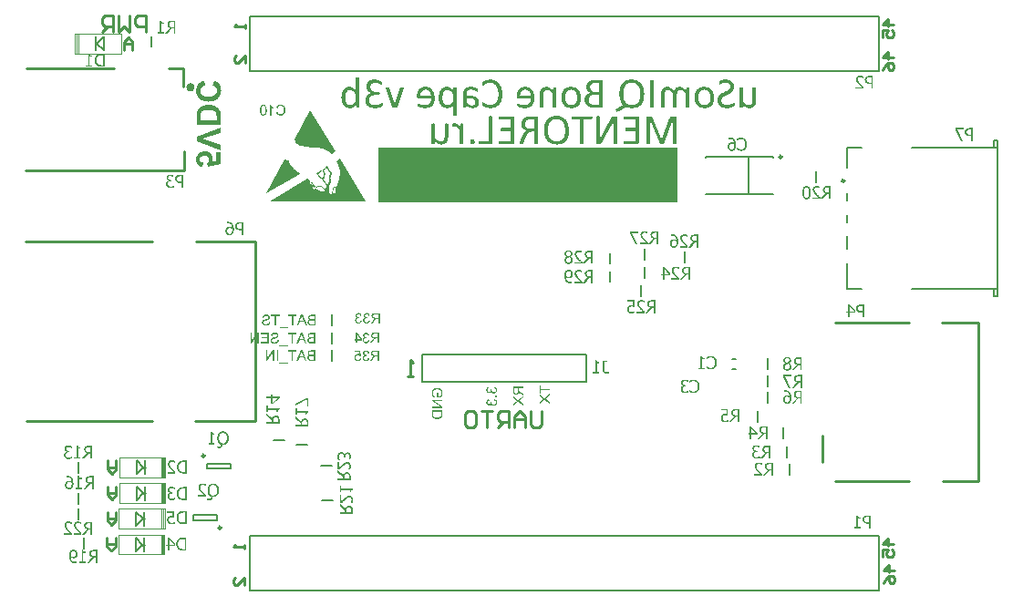
<source format=gbo>
%FSLAX43Y43*%
%MOMM*%
G71*
G01*
G75*
G04 Layer_Color=32896*
%ADD10C,0.254*%
%ADD11C,0.200*%
%ADD12C,0.200*%
%ADD13R,1.000X0.900*%
%ADD14R,1.890X1.570*%
%ADD15O,0.400X1.600*%
%ADD16R,0.400X1.600*%
%ADD17R,0.800X0.800*%
%ADD18R,0.600X1.700*%
%ADD19R,1.000X1.000*%
%ADD20R,2.400X0.950*%
%ADD21R,2.400X3.300*%
%ADD22R,0.900X1.000*%
%ADD23R,0.914X0.813*%
%ADD24R,1.200X0.250*%
%ADD25R,2.000X1.450*%
%ADD26R,0.813X0.914*%
%ADD27O,1.200X0.250*%
%ADD28R,1.300X1.400*%
%ADD29R,1.650X0.300*%
%ADD30C,1.000*%
%ADD31R,3.000X1.500*%
%ADD32R,2.300X0.500*%
%ADD33C,0.350*%
%ADD34C,0.400*%
%ADD35C,1.000*%
%ADD36C,0.508*%
%ADD37C,0.800*%
%ADD38C,0.500*%
%ADD39C,0.305*%
%ADD40C,0.300*%
%ADD41R,1.700X2.100*%
%ADD42C,1.420*%
%ADD43R,1.420X1.420*%
%ADD44O,2.000X4.500*%
%ADD45R,2.000X5.000*%
%ADD46O,4.000X2.000*%
%ADD47C,1.700*%
%ADD48C,1.500*%
%ADD49R,1.500X1.500*%
%ADD50C,3.200*%
%ADD51C,3.000*%
%ADD52R,1.480X1.480*%
%ADD53C,1.480*%
%ADD54C,5.500*%
%ADD55C,4.500*%
%ADD56O,3.340X1.800*%
%ADD57R,1.600X1.600*%
%ADD58C,1.600*%
%ADD59C,0.800*%
%ADD60C,0.400*%
G04:AMPARAMS|DCode=61|XSize=1mm|YSize=1.5mm|CornerRadius=0.25mm|HoleSize=0mm|Usage=FLASHONLY|Rotation=180.000|XOffset=0mm|YOffset=0mm|HoleType=Round|Shape=RoundedRectangle|*
%AMROUNDEDRECTD61*
21,1,1.000,1.000,0,0,180.0*
21,1,0.500,1.500,0,0,180.0*
1,1,0.500,-0.250,0.500*
1,1,0.500,0.250,0.500*
1,1,0.500,0.250,-0.500*
1,1,0.500,-0.250,-0.500*
%
%ADD61ROUNDEDRECTD61*%
%ADD62R,2.200X1.200*%
%ADD63R,1.600X0.700*%
%ADD64R,1.400X1.200*%
%ADD65R,1.400X1.600*%
%ADD66R,0.400X0.650*%
%ADD67R,2.600X2.200*%
%ADD68R,1.700X1.600*%
%ADD69C,0.250*%
%ADD70C,0.100*%
%ADD71R,1.203X1.103*%
%ADD72R,2.093X1.773*%
%ADD73O,0.603X1.803*%
%ADD74R,0.603X1.803*%
%ADD75R,1.003X1.003*%
%ADD76R,0.803X1.903*%
%ADD77R,1.203X1.203*%
%ADD78R,2.603X1.153*%
%ADD79R,2.603X3.503*%
%ADD80R,1.103X1.203*%
%ADD81R,1.118X1.016*%
%ADD82R,1.240X0.290*%
%ADD83R,2.040X1.490*%
%ADD84R,1.016X1.118*%
%ADD85O,1.300X0.350*%
%ADD86R,1.503X1.603*%
%ADD87R,1.853X0.503*%
%ADD88C,3.000*%
%ADD89R,3.203X1.703*%
%ADD90R,2.503X0.703*%
%ADD91C,1.623*%
%ADD92R,1.623X1.623*%
%ADD93O,2.203X4.703*%
%ADD94R,2.203X5.203*%
%ADD95O,4.203X2.203*%
%ADD96C,1.903*%
%ADD97C,1.703*%
%ADD98R,1.703X1.703*%
%ADD99C,3.403*%
%ADD100C,3.203*%
%ADD101R,1.683X1.683*%
%ADD102C,1.683*%
%ADD103C,1.203*%
%ADD104C,5.600*%
%ADD105R,0.040X0.290*%
%ADD106C,4.703*%
%ADD107O,3.543X2.003*%
%ADD108R,1.803X1.803*%
%ADD109C,1.803*%
%ADD110C,0.603*%
G04:AMPARAMS|DCode=111|XSize=1.203mm|YSize=1.703mm|CornerRadius=0.352mm|HoleSize=0mm|Usage=FLASHONLY|Rotation=180.000|XOffset=0mm|YOffset=0mm|HoleType=Round|Shape=RoundedRectangle|*
%AMROUNDEDRECTD111*
21,1,1.203,1.000,0,0,180.0*
21,1,0.500,1.703,0,0,180.0*
1,1,0.703,-0.250,0.500*
1,1,0.703,0.250,0.500*
1,1,0.703,0.250,-0.500*
1,1,0.703,-0.250,-0.500*
%
%ADD111ROUNDEDRECTD111*%
%ADD112R,2.327X1.327*%
%ADD113R,1.727X0.827*%
%ADD114R,1.728X0.828*%
%ADD115R,1.527X1.327*%
%ADD116R,1.527X1.727*%
%ADD117R,0.603X0.853*%
%ADD118R,2.803X2.403*%
%ADD119R,27.838X5.055*%
G36*
X76927Y102686D02*
X76883Y102674D01*
X76839Y102659D01*
X76801Y102648D01*
X76766Y102630D01*
X76731Y102616D01*
X76702Y102601D01*
X76676Y102584D01*
X76652Y102569D01*
X76612Y102540D01*
X76585Y102517D01*
X76568Y102502D01*
X76565Y102499D01*
X76562Y102496D01*
X76524Y102447D01*
X76495Y102394D01*
X76477Y102342D01*
X76463Y102295D01*
X76454Y102251D01*
X76451Y102216D01*
X76448Y102205D01*
Y102196D01*
Y102190D01*
Y102187D01*
X76451Y102143D01*
X76457Y102100D01*
X76466Y102059D01*
X76477Y102021D01*
X76504Y101954D01*
X76539Y101898D01*
X76553Y101872D01*
X76571Y101852D01*
X76585Y101834D01*
X76600Y101817D01*
X76609Y101805D01*
X76617Y101796D01*
X76623Y101793D01*
X76626Y101790D01*
X76664Y101764D01*
X76705Y101741D01*
X76749Y101720D01*
X76798Y101703D01*
X76897Y101677D01*
X76996Y101659D01*
X77043Y101651D01*
X77090Y101648D01*
X77128Y101645D01*
X77163Y101642D01*
X77192Y101639D01*
X77233D01*
X77306Y101642D01*
X77373Y101645D01*
X77437Y101653D01*
X77492Y101662D01*
X77545Y101674D01*
X77594Y101688D01*
X77635Y101703D01*
X77673Y101718D01*
X77708Y101729D01*
X77734Y101744D01*
X77760Y101758D01*
X77778Y101770D01*
X77793Y101779D01*
X77804Y101788D01*
X77810Y101790D01*
X77813Y101793D01*
X77845Y101823D01*
X77871Y101855D01*
X77898Y101887D01*
X77918Y101922D01*
X77935Y101957D01*
X77950Y101989D01*
X77970Y102053D01*
X77985Y102108D01*
X77988Y102135D01*
X77991Y102155D01*
X77994Y102172D01*
Y102184D01*
Y102193D01*
Y102196D01*
X77991Y102260D01*
X77979Y102321D01*
X77962Y102374D01*
X77944Y102417D01*
X77924Y102452D01*
X77909Y102479D01*
X77898Y102496D01*
X77892Y102502D01*
X77851Y102546D01*
X77807Y102584D01*
X77760Y102613D01*
X77717Y102636D01*
X77679Y102651D01*
X77647Y102662D01*
X77635Y102665D01*
X77626Y102668D01*
X77621Y102671D01*
X77618D01*
X77725Y103120D01*
X77775Y103106D01*
X77822Y103088D01*
X77863Y103071D01*
X77903Y103050D01*
X77941Y103033D01*
X77973Y103012D01*
X78005Y102995D01*
X78032Y102974D01*
X78055Y102957D01*
X78078Y102942D01*
X78096Y102928D01*
X78110Y102916D01*
X78122Y102904D01*
X78131Y102896D01*
X78134Y102893D01*
X78137Y102890D01*
X78180Y102840D01*
X78218Y102788D01*
X78250Y102732D01*
X78280Y102677D01*
X78303Y102622D01*
X78323Y102566D01*
X78338Y102511D01*
X78352Y102458D01*
X78361Y102409D01*
X78370Y102365D01*
X78373Y102324D01*
X78379Y102289D01*
Y102260D01*
X78382Y102237D01*
Y102225D01*
Y102219D01*
X78379Y102135D01*
X78367Y102053D01*
X78352Y101974D01*
X78332Y101901D01*
X78309Y101834D01*
X78282Y101773D01*
X78256Y101715D01*
X78227Y101665D01*
X78198Y101618D01*
X78169Y101578D01*
X78142Y101543D01*
X78119Y101513D01*
X78099Y101490D01*
X78084Y101476D01*
X78072Y101464D01*
X78070Y101461D01*
X78008Y101411D01*
X77944Y101365D01*
X77874Y101327D01*
X77804Y101295D01*
X77731Y101266D01*
X77658Y101242D01*
X77588Y101225D01*
X77518Y101207D01*
X77454Y101196D01*
X77393Y101187D01*
X77341Y101181D01*
X77294Y101178D01*
X77253Y101175D01*
X77224Y101172D01*
X77201D01*
X77104Y101175D01*
X77011Y101184D01*
X76927Y101199D01*
X76845Y101216D01*
X76772Y101239D01*
X76702Y101263D01*
X76641Y101289D01*
X76582Y101315D01*
X76533Y101341D01*
X76489Y101368D01*
X76451Y101391D01*
X76419Y101414D01*
X76396Y101432D01*
X76378Y101446D01*
X76367Y101455D01*
X76364Y101458D01*
X76311Y101513D01*
X76265Y101572D01*
X76224Y101633D01*
X76189Y101694D01*
X76160Y101755D01*
X76133Y101817D01*
X76116Y101878D01*
X76098Y101933D01*
X76087Y101989D01*
X76078Y102035D01*
X76069Y102082D01*
X76066Y102120D01*
X76063Y102149D01*
X76060Y102172D01*
Y102187D01*
Y102193D01*
X76063Y102260D01*
X76069Y102321D01*
X76078Y102382D01*
X76090Y102438D01*
X76101Y102490D01*
X76116Y102540D01*
X76133Y102587D01*
X76151Y102627D01*
X76165Y102662D01*
X76183Y102694D01*
X76198Y102724D01*
X76212Y102747D01*
X76221Y102764D01*
X76230Y102776D01*
X76235Y102785D01*
X76238Y102788D01*
X76273Y102831D01*
X76314Y102869D01*
X76355Y102907D01*
X76402Y102939D01*
X76445Y102971D01*
X76492Y102998D01*
X76582Y103044D01*
X76623Y103065D01*
X76664Y103082D01*
X76699Y103094D01*
X76728Y103106D01*
X76754Y103114D01*
X76772Y103120D01*
X76787Y103126D01*
X76789D01*
X76927Y102686D01*
D02*
G37*
G36*
X131348Y75637D02*
X130726D01*
X131276Y74574D01*
X131104D01*
X130583Y75597D01*
Y75779D01*
X131348D01*
Y75637D01*
D02*
G37*
G36*
X93066Y77089D02*
X92938D01*
Y77515D01*
X92773D01*
X92759Y77514D01*
X92747D01*
X92737Y77513D01*
X92729Y77511D01*
X92724D01*
X92722Y77510D01*
X92721D01*
X92699Y77503D01*
X92689Y77499D01*
X92681Y77494D01*
X92673Y77490D01*
X92668Y77486D01*
X92664Y77485D01*
X92663Y77484D01*
X92652Y77475D01*
X92641Y77466D01*
X92629Y77455D01*
X92619Y77444D01*
X92611Y77435D01*
X92604Y77426D01*
X92599Y77421D01*
X92598Y77419D01*
X92583Y77400D01*
X92568Y77379D01*
X92553Y77358D01*
X92538Y77336D01*
X92526Y77318D01*
X92519Y77309D01*
X92514Y77301D01*
X92511Y77296D01*
X92508Y77291D01*
X92506Y77289D01*
Y77288D01*
X92380Y77089D01*
X92220D01*
X92386Y77349D01*
X92405Y77376D01*
X92423Y77401D01*
X92441Y77424D01*
X92457Y77441D01*
X92472Y77456D01*
X92482Y77468D01*
X92490Y77474D01*
X92491Y77476D01*
X92492D01*
X92503Y77485D01*
X92514Y77494D01*
X92539Y77510D01*
X92551Y77516D01*
X92559Y77521D01*
X92566Y77524D01*
X92568Y77525D01*
X92543Y77529D01*
X92519Y77534D01*
X92498Y77540D01*
X92478Y77546D01*
X92460Y77554D01*
X92442Y77561D01*
X92427Y77569D01*
X92413Y77576D01*
X92402Y77584D01*
X92392Y77591D01*
X92383Y77598D01*
X92376Y77603D01*
X92371Y77608D01*
X92366Y77611D01*
X92365Y77613D01*
X92363Y77614D01*
X92352Y77628D01*
X92341Y77641D01*
X92332Y77656D01*
X92325Y77670D01*
X92313Y77699D01*
X92306Y77726D01*
X92301Y77750D01*
X92300Y77760D01*
X92298Y77769D01*
X92297Y77776D01*
Y77781D01*
Y77785D01*
Y77786D01*
X92298Y77815D01*
X92303Y77843D01*
X92310Y77868D01*
X92317Y77889D01*
X92325Y77906D01*
X92331Y77920D01*
X92333Y77925D01*
X92336Y77929D01*
X92337Y77930D01*
Y77931D01*
X92353Y77954D01*
X92371Y77974D01*
X92388Y77990D01*
X92406Y78003D01*
X92421Y78013D01*
X92433Y78019D01*
X92438Y78021D01*
X92442Y78023D01*
X92443Y78024D01*
X92445D01*
X92457Y78029D01*
X92472Y78033D01*
X92503Y78039D01*
X92536Y78044D01*
X92567Y78046D01*
X92582Y78048D01*
X92596Y78049D01*
X92607D01*
X92618Y78050D01*
X93066D01*
Y77089D01*
D02*
G37*
G36*
X130981Y77446D02*
X131010Y77444D01*
X131061Y77433D01*
X131083Y77426D01*
X131105Y77419D01*
X131125Y77411D01*
X131143Y77403D01*
X131160Y77393D01*
X131173Y77384D01*
X131186Y77378D01*
X131196Y77371D01*
X131205Y77364D01*
X131210Y77359D01*
X131213Y77358D01*
X131215Y77356D01*
X131233Y77339D01*
X131248Y77321D01*
X131261Y77301D01*
X131273Y77283D01*
X131283Y77264D01*
X131291Y77244D01*
X131303Y77209D01*
X131311Y77178D01*
X131313Y77164D01*
X131315Y77153D01*
X131316Y77143D01*
Y77136D01*
Y77131D01*
Y77129D01*
X131315Y77096D01*
X131310Y77066D01*
X131303Y77041D01*
X131295Y77018D01*
X131288Y77001D01*
X131281Y76988D01*
X131276Y76979D01*
X131275Y76976D01*
X131256Y76953D01*
X131235Y76933D01*
X131213Y76913D01*
X131191Y76896D01*
X131171Y76883D01*
X131156Y76871D01*
X131150Y76868D01*
X131145Y76865D01*
X131143Y76863D01*
X131141D01*
Y76858D01*
X131176Y76838D01*
X131206Y76818D01*
X131233Y76796D01*
X131255Y76775D01*
X131271Y76756D01*
X131283Y76741D01*
X131291Y76731D01*
X131293Y76730D01*
Y76728D01*
X131310Y76696D01*
X131323Y76665D01*
X131331Y76635D01*
X131338Y76608D01*
X131341Y76583D01*
X131343Y76565D01*
X131345Y76558D01*
Y76553D01*
Y76550D01*
Y76548D01*
X131343Y76521D01*
X131341Y76495D01*
X131336Y76471D01*
X131331Y76451D01*
X131328Y76433D01*
X131323Y76420D01*
X131321Y76411D01*
X131320Y76408D01*
X131308Y76385D01*
X131296Y76361D01*
X131283Y76343D01*
X131270Y76326D01*
X131260Y76311D01*
X131250Y76301D01*
X131243Y76295D01*
X131241Y76293D01*
X131221Y76275D01*
X131200Y76260D01*
X131180Y76246D01*
X131160Y76236D01*
X131143Y76228D01*
X131128Y76221D01*
X131120Y76218D01*
X131116Y76216D01*
X131088Y76208D01*
X131060Y76201D01*
X131033Y76196D01*
X131006Y76193D01*
X130985Y76191D01*
X130968Y76190D01*
X130953D01*
X130921Y76191D01*
X130893Y76195D01*
X130865Y76200D01*
X130838Y76206D01*
X130813Y76213D01*
X130790Y76223D01*
X130770Y76231D01*
X130750Y76241D01*
X130733Y76251D01*
X130716Y76260D01*
X130705Y76270D01*
X130693Y76276D01*
X130685Y76283D01*
X130678Y76288D01*
X130675Y76291D01*
X130673Y76293D01*
X130653Y76313D01*
X130636Y76335D01*
X130620Y76356D01*
X130608Y76378D01*
X130596Y76400D01*
X130588Y76421D01*
X130573Y76461D01*
X130570Y76480D01*
X130566Y76498D01*
X130563Y76513D01*
X130561Y76526D01*
X130560Y76536D01*
Y76545D01*
Y76550D01*
Y76551D01*
X130561Y76591D01*
X130568Y76626D01*
X130576Y76658D01*
X130586Y76685D01*
X130598Y76705D01*
X130606Y76720D01*
X130613Y76730D01*
X130615Y76733D01*
X130638Y76758D01*
X130663Y76781D01*
X130690Y76801D01*
X130715Y76820D01*
X130738Y76833D01*
X130758Y76845D01*
X130765Y76848D01*
X130770Y76851D01*
X130773Y76853D01*
X130775D01*
Y76858D01*
X130743Y76876D01*
X130715Y76894D01*
X130691Y76916D01*
X130673Y76934D01*
X130658Y76953D01*
X130646Y76966D01*
X130640Y76976D01*
X130638Y76978D01*
Y76979D01*
X130621Y77009D01*
X130610Y77038D01*
X130601Y77066D01*
X130596Y77091D01*
X130591Y77111D01*
X130590Y77128D01*
Y77133D01*
Y77138D01*
Y77139D01*
Y77141D01*
X130591Y77166D01*
X130595Y77189D01*
X130600Y77211D01*
X130605Y77231D01*
X130621Y77269D01*
X130640Y77301D01*
X130650Y77314D01*
X130658Y77326D01*
X130666Y77338D01*
X130675Y77346D01*
X130680Y77353D01*
X130685Y77358D01*
X130688Y77359D01*
X130690Y77361D01*
X130710Y77376D01*
X130730Y77389D01*
X130751Y77401D01*
X130773Y77411D01*
X130816Y77426D01*
X130858Y77438D01*
X130878Y77441D01*
X130896Y77443D01*
X130911Y77444D01*
X130926Y77446D01*
X130938Y77448D01*
X130953D01*
X130981Y77446D01*
D02*
G37*
G36*
X132311Y76218D02*
X132151D01*
Y76696D01*
X131968D01*
X131586Y76218D01*
X131378D01*
X131808Y76741D01*
X131766Y76760D01*
X131729Y76780D01*
X131698Y76801D01*
X131673Y76821D01*
X131651Y76841D01*
X131636Y76856D01*
X131631Y76863D01*
X131628Y76868D01*
X131625Y76869D01*
Y76871D01*
X131601Y76906D01*
X131585Y76944D01*
X131573Y76981D01*
X131565Y77016D01*
X131560Y77048D01*
X131558Y77061D01*
Y77073D01*
X131556Y77081D01*
Y77088D01*
Y77093D01*
Y77094D01*
X131558Y77128D01*
X131563Y77159D01*
X131568Y77186D01*
X131575Y77209D01*
X131583Y77228D01*
X131588Y77241D01*
X131593Y77249D01*
X131595Y77253D01*
X131610Y77276D01*
X131626Y77296D01*
X131643Y77314D01*
X131658Y77329D01*
X131673Y77341D01*
X131684Y77351D01*
X131691Y77356D01*
X131694Y77358D01*
X131718Y77373D01*
X131741Y77384D01*
X131764Y77393D01*
X131784Y77399D01*
X131803Y77404D01*
X131816Y77409D01*
X131824Y77411D01*
X131828D01*
X131854Y77414D01*
X131884Y77418D01*
X131913Y77419D01*
X131941Y77421D01*
X131964Y77423D01*
X132311D01*
Y76218D01*
D02*
G37*
G36*
X132334Y74574D02*
X132174D01*
Y75053D01*
X131991D01*
X131609Y74574D01*
X131401D01*
X131831Y75098D01*
X131789Y75116D01*
X131752Y75136D01*
X131721Y75158D01*
X131696Y75178D01*
X131674Y75198D01*
X131659Y75213D01*
X131654Y75219D01*
X131651Y75224D01*
X131648Y75226D01*
Y75228D01*
X131624Y75263D01*
X131608Y75301D01*
X131596Y75338D01*
X131588Y75373D01*
X131583Y75404D01*
X131581Y75418D01*
Y75429D01*
X131579Y75438D01*
Y75444D01*
Y75449D01*
Y75451D01*
X131581Y75484D01*
X131586Y75516D01*
X131591Y75542D01*
X131598Y75566D01*
X131606Y75584D01*
X131611Y75597D01*
X131616Y75606D01*
X131618Y75609D01*
X131633Y75632D01*
X131649Y75652D01*
X131666Y75671D01*
X131681Y75686D01*
X131696Y75697D01*
X131707Y75707D01*
X131714Y75712D01*
X131717Y75714D01*
X131741Y75729D01*
X131764Y75741D01*
X131787Y75749D01*
X131807Y75756D01*
X131826Y75761D01*
X131839Y75766D01*
X131847Y75767D01*
X131851D01*
X131877Y75771D01*
X131907Y75774D01*
X131936Y75776D01*
X131964Y75777D01*
X131987Y75779D01*
X132334D01*
Y74574D01*
D02*
G37*
G36*
X130846Y74343D02*
X130891Y74336D01*
X130933Y74328D01*
X130968Y74319D01*
X130983Y74314D01*
X130996Y74309D01*
X131008Y74304D01*
X131018Y74301D01*
X131026Y74298D01*
X131031Y74294D01*
X131035Y74293D01*
X131036D01*
X131073Y74271D01*
X131106Y74249D01*
X131135Y74224D01*
X131160Y74201D01*
X131178Y74181D01*
X131193Y74164D01*
X131198Y74158D01*
X131201Y74153D01*
X131205Y74151D01*
Y74149D01*
X131228Y74113D01*
X131250Y74076D01*
X131266Y74039D01*
X131280Y74004D01*
X131291Y73974D01*
X131295Y73961D01*
X131298Y73951D01*
X131301Y73941D01*
X131303Y73934D01*
X131305Y73931D01*
Y73929D01*
X131315Y73881D01*
X131323Y73831D01*
X131328Y73785D01*
X131333Y73741D01*
Y73721D01*
X131335Y73703D01*
Y73686D01*
X131336Y73673D01*
Y73661D01*
Y73653D01*
Y73648D01*
Y73646D01*
X131335Y73590D01*
X131331Y73536D01*
X131328Y73513D01*
X131325Y73491D01*
X131321Y73470D01*
X131318Y73451D01*
X131316Y73435D01*
X131313Y73420D01*
X131310Y73406D01*
X131306Y73396D01*
X131305Y73388D01*
X131303Y73381D01*
X131301Y73378D01*
Y73376D01*
X131286Y73338D01*
X131271Y73303D01*
X131255Y73273D01*
X131240Y73248D01*
X131226Y73228D01*
X131215Y73213D01*
X131208Y73205D01*
X131205Y73201D01*
X131185Y73181D01*
X131165Y73165D01*
X131145Y73151D01*
X131126Y73140D01*
X131110Y73131D01*
X131098Y73125D01*
X131090Y73121D01*
X131086Y73120D01*
X131061Y73111D01*
X131035Y73105D01*
X131010Y73100D01*
X130986Y73096D01*
X130968Y73095D01*
X130951Y73093D01*
X130938D01*
X130908Y73095D01*
X130881Y73098D01*
X130856Y73101D01*
X130835Y73108D01*
X130816Y73113D01*
X130803Y73116D01*
X130795Y73120D01*
X130791Y73121D01*
X130766Y73133D01*
X130743Y73146D01*
X130723Y73160D01*
X130705Y73173D01*
X130690Y73186D01*
X130678Y73196D01*
X130670Y73203D01*
X130668Y73205D01*
X130650Y73226D01*
X130633Y73248D01*
X130620Y73270D01*
X130608Y73291D01*
X130598Y73308D01*
X130591Y73323D01*
X130588Y73333D01*
X130586Y73335D01*
Y73336D01*
X130576Y73366D01*
X130568Y73396D01*
X130563Y73425D01*
X130558Y73451D01*
X130556Y73475D01*
X130555Y73493D01*
Y73500D01*
Y73505D01*
Y73506D01*
Y73508D01*
X130556Y73545D01*
X130560Y73580D01*
X130565Y73610D01*
X130571Y73636D01*
X130578Y73658D01*
X130583Y73675D01*
X130586Y73685D01*
X130588Y73686D01*
Y73688D01*
X130601Y73716D01*
X130616Y73740D01*
X130633Y73761D01*
X130650Y73780D01*
X130663Y73794D01*
X130675Y73806D01*
X130683Y73813D01*
X130686Y73814D01*
X130708Y73829D01*
X130728Y73841D01*
X130746Y73851D01*
X130763Y73859D01*
X130776Y73864D01*
X130786Y73868D01*
X130795Y73871D01*
X130796D01*
X130838Y73879D01*
X130858Y73883D01*
X130878Y73884D01*
X130895Y73886D01*
X130920D01*
X130946Y73884D01*
X130970Y73883D01*
X130993Y73879D01*
X131013Y73874D01*
X131028Y73869D01*
X131041Y73866D01*
X131048Y73864D01*
X131051Y73863D01*
X131073Y73854D01*
X131095Y73844D01*
X131115Y73834D01*
X131133Y73824D01*
X131148Y73814D01*
X131160Y73808D01*
X131166Y73803D01*
X131170Y73801D01*
X131165Y73838D01*
X131160Y73871D01*
X131153Y73903D01*
X131145Y73933D01*
X131136Y73959D01*
X131126Y73984D01*
X131118Y74006D01*
X131108Y74028D01*
X131098Y74044D01*
X131090Y74059D01*
X131081Y74073D01*
X131075Y74084D01*
X131068Y74093D01*
X131063Y74098D01*
X131061Y74101D01*
X131060Y74103D01*
X131041Y74121D01*
X131023Y74136D01*
X131003Y74151D01*
X130983Y74163D01*
X130963Y74173D01*
X130943Y74181D01*
X130905Y74193D01*
X130886Y74198D01*
X130870Y74201D01*
X130856Y74203D01*
X130843Y74204D01*
X130833Y74206D01*
X130818D01*
X130785Y74204D01*
X130770Y74203D01*
X130756Y74201D01*
X130746Y74199D01*
X130738Y74198D01*
X130733Y74196D01*
X130731D01*
X130716Y74193D01*
X130703Y74188D01*
X130693Y74184D01*
X130685Y74181D01*
X130676Y74179D01*
X130671Y74176D01*
X130670Y74174D01*
X130660D01*
Y74326D01*
X130680Y74333D01*
X130700Y74336D01*
X130708Y74338D01*
X130715Y74339D01*
X130721D01*
X130748Y74343D01*
X130771Y74344D01*
X130796D01*
X130846Y74343D01*
D02*
G37*
G36*
X126511Y71418D02*
X126351D01*
Y71896D01*
X126168D01*
X125786Y71418D01*
X125578D01*
X126008Y71941D01*
X125966Y71960D01*
X125929Y71980D01*
X125898Y72001D01*
X125873Y72021D01*
X125851Y72041D01*
X125836Y72056D01*
X125831Y72063D01*
X125828Y72068D01*
X125825Y72070D01*
Y72071D01*
X125801Y72106D01*
X125785Y72144D01*
X125773Y72181D01*
X125765Y72216D01*
X125760Y72248D01*
X125758Y72261D01*
Y72273D01*
X125756Y72281D01*
Y72288D01*
Y72293D01*
Y72294D01*
X125758Y72328D01*
X125763Y72359D01*
X125768Y72386D01*
X125775Y72409D01*
X125783Y72428D01*
X125788Y72441D01*
X125793Y72449D01*
X125795Y72453D01*
X125810Y72476D01*
X125826Y72496D01*
X125843Y72514D01*
X125858Y72529D01*
X125873Y72541D01*
X125884Y72551D01*
X125891Y72556D01*
X125894Y72558D01*
X125918Y72573D01*
X125941Y72584D01*
X125964Y72593D01*
X125984Y72599D01*
X126003Y72604D01*
X126016Y72609D01*
X126024Y72611D01*
X126028D01*
X126054Y72614D01*
X126084Y72618D01*
X126113Y72619D01*
X126141Y72621D01*
X126164Y72623D01*
X126511D01*
Y71418D01*
D02*
G37*
G36*
X78341Y98280D02*
X76682Y97729D01*
X78341Y97163D01*
Y96673D01*
X76098Y97472D01*
Y97956D01*
X78341Y98761D01*
Y98280D01*
D02*
G37*
G36*
X132311Y73118D02*
X132151D01*
Y73596D01*
X131968D01*
X131586Y73118D01*
X131378D01*
X131808Y73641D01*
X131766Y73660D01*
X131729Y73680D01*
X131698Y73701D01*
X131673Y73721D01*
X131651Y73741D01*
X131636Y73756D01*
X131631Y73763D01*
X131628Y73768D01*
X131625Y73770D01*
Y73771D01*
X131601Y73806D01*
X131585Y73844D01*
X131573Y73881D01*
X131565Y73916D01*
X131560Y73948D01*
X131558Y73961D01*
Y73973D01*
X131556Y73981D01*
Y73988D01*
Y73993D01*
Y73994D01*
X131558Y74028D01*
X131563Y74059D01*
X131568Y74086D01*
X131575Y74109D01*
X131583Y74128D01*
X131588Y74141D01*
X131593Y74149D01*
X131595Y74153D01*
X131610Y74176D01*
X131626Y74196D01*
X131643Y74214D01*
X131658Y74229D01*
X131673Y74241D01*
X131684Y74251D01*
X131691Y74256D01*
X131694Y74258D01*
X131718Y74273D01*
X131741Y74284D01*
X131764Y74293D01*
X131784Y74299D01*
X131803Y74304D01*
X131816Y74309D01*
X131824Y74311D01*
X131828D01*
X131854Y74314D01*
X131884Y74318D01*
X131913Y74319D01*
X131941Y74321D01*
X131964Y74323D01*
X132311D01*
Y73118D01*
D02*
G37*
G36*
X77311Y100866D02*
X77364Y100863D01*
X77413Y100857D01*
X77460Y100852D01*
X77504Y100846D01*
X77545Y100837D01*
X77580Y100831D01*
X77612Y100825D01*
X77641Y100817D01*
X77667Y100811D01*
X77688Y100805D01*
X77705Y100799D01*
X77717Y100796D01*
X77723Y100793D01*
X77725D01*
X77804Y100764D01*
X77874Y100729D01*
X77935Y100694D01*
X77988Y100659D01*
X78032Y100630D01*
X78049Y100615D01*
X78064Y100604D01*
X78075Y100595D01*
X78084Y100586D01*
X78087Y100583D01*
X78090Y100580D01*
X78142Y100525D01*
X78186Y100470D01*
X78221Y100411D01*
X78250Y100359D01*
X78271Y100312D01*
X78280Y100292D01*
X78285Y100274D01*
X78291Y100263D01*
X78294Y100251D01*
X78297Y100245D01*
Y100242D01*
X78306Y100213D01*
X78312Y100181D01*
X78323Y100114D01*
X78329Y100041D01*
X78335Y99971D01*
X78338Y99939D01*
Y99910D01*
X78341Y99883D01*
Y99860D01*
Y99840D01*
Y99825D01*
Y99816D01*
Y99813D01*
Y98988D01*
X76098D01*
Y99840D01*
X76101Y99930D01*
X76107Y100009D01*
X76113Y100076D01*
X76119Y100105D01*
X76122Y100134D01*
X76128Y100158D01*
X76130Y100178D01*
X76133Y100198D01*
X76139Y100213D01*
X76142Y100225D01*
Y100233D01*
X76145Y100236D01*
Y100239D01*
X76171Y100312D01*
X76200Y100373D01*
X76230Y100429D01*
X76259Y100472D01*
X76285Y100510D01*
X76305Y100537D01*
X76317Y100551D01*
X76323Y100557D01*
X76384Y100612D01*
X76448Y100662D01*
X76515Y100703D01*
X76580Y100738D01*
X76635Y100764D01*
X76658Y100776D01*
X76679Y100784D01*
X76696Y100790D01*
X76708Y100796D01*
X76717Y100799D01*
X76719D01*
X76798Y100822D01*
X76880Y100840D01*
X76959Y100852D01*
X77034Y100860D01*
X77069Y100863D01*
X77099Y100866D01*
X77128D01*
X77151Y100869D01*
X77198D01*
X77311Y100866D01*
D02*
G37*
G36*
X91439Y79079D02*
Y78970D01*
X91021D01*
Y78740D01*
X90904D01*
Y78970D01*
X90774D01*
Y79079D01*
X90904D01*
Y79701D01*
X91000D01*
X91439Y79079D01*
D02*
G37*
G36*
X82724Y72710D02*
X83809D01*
Y72583D01*
X83775Y72578D01*
X83747Y72570D01*
X83724Y72560D01*
X83706Y72548D01*
X83692Y72537D01*
X83682Y72528D01*
X83677Y72522D01*
X83676Y72518D01*
X83664Y72493D01*
X83656Y72465D01*
X83649Y72435D01*
X83646Y72405D01*
X83642Y72378D01*
Y72367D01*
X83641Y72357D01*
Y72348D01*
Y72342D01*
Y72338D01*
Y72337D01*
X83531D01*
Y72555D01*
X82724D01*
Y72337D01*
X82601D01*
Y72923D01*
X82724D01*
Y72710D01*
D02*
G37*
G36*
X83124Y71750D02*
X83142Y71792D01*
X83162Y71829D01*
X83184Y71860D01*
X83204Y71885D01*
X83224Y71907D01*
X83239Y71922D01*
X83246Y71927D01*
X83251Y71930D01*
X83252Y71933D01*
X83254D01*
X83289Y71957D01*
X83327Y71973D01*
X83364Y71985D01*
X83399Y71993D01*
X83431Y71998D01*
X83444Y72000D01*
X83456D01*
X83464Y72002D01*
X83477D01*
X83511Y72000D01*
X83542Y71995D01*
X83569Y71990D01*
X83592Y71983D01*
X83611Y71975D01*
X83624Y71970D01*
X83632Y71965D01*
X83636Y71963D01*
X83659Y71948D01*
X83679Y71932D01*
X83697Y71915D01*
X83712Y71900D01*
X83724Y71885D01*
X83734Y71874D01*
X83739Y71867D01*
X83741Y71864D01*
X83756Y71840D01*
X83767Y71817D01*
X83775Y71794D01*
X83782Y71774D01*
X83787Y71755D01*
X83792Y71742D01*
X83794Y71734D01*
Y71730D01*
X83797Y71704D01*
X83800Y71674D01*
X83802Y71645D01*
X83804Y71617D01*
X83805Y71594D01*
Y71574D01*
Y71567D01*
Y71562D01*
Y71559D01*
Y71557D01*
Y71247D01*
X82601D01*
Y71407D01*
X83079D01*
Y71590D01*
X82601Y71972D01*
Y72180D01*
X83124Y71750D01*
D02*
G37*
G36*
X93066Y78740D02*
X92938D01*
Y79166D01*
X92773D01*
X92759Y79165D01*
X92747D01*
X92737Y79164D01*
X92729Y79162D01*
X92724D01*
X92722Y79161D01*
X92721D01*
X92699Y79154D01*
X92689Y79150D01*
X92681Y79145D01*
X92673Y79141D01*
X92668Y79137D01*
X92664Y79136D01*
X92663Y79135D01*
X92652Y79126D01*
X92641Y79117D01*
X92629Y79106D01*
X92619Y79095D01*
X92611Y79086D01*
X92604Y79077D01*
X92599Y79072D01*
X92598Y79070D01*
X92583Y79051D01*
X92568Y79030D01*
X92553Y79009D01*
X92538Y78987D01*
X92526Y78969D01*
X92519Y78960D01*
X92514Y78952D01*
X92511Y78947D01*
X92508Y78942D01*
X92506Y78940D01*
Y78939D01*
X92380Y78740D01*
X92220D01*
X92386Y79000D01*
X92405Y79027D01*
X92423Y79052D01*
X92441Y79075D01*
X92457Y79092D01*
X92472Y79107D01*
X92482Y79119D01*
X92490Y79125D01*
X92491Y79127D01*
X92492D01*
X92503Y79136D01*
X92514Y79145D01*
X92539Y79161D01*
X92551Y79167D01*
X92559Y79172D01*
X92566Y79175D01*
X92568Y79176D01*
X92543Y79180D01*
X92519Y79185D01*
X92498Y79191D01*
X92478Y79197D01*
X92460Y79205D01*
X92442Y79212D01*
X92427Y79220D01*
X92413Y79227D01*
X92402Y79235D01*
X92392Y79242D01*
X92383Y79249D01*
X92376Y79254D01*
X92371Y79259D01*
X92366Y79262D01*
X92365Y79264D01*
X92363Y79265D01*
X92352Y79279D01*
X92341Y79292D01*
X92332Y79307D01*
X92325Y79321D01*
X92313Y79350D01*
X92306Y79377D01*
X92301Y79401D01*
X92300Y79411D01*
X92298Y79420D01*
X92297Y79427D01*
Y79432D01*
Y79436D01*
Y79437D01*
X92298Y79466D01*
X92303Y79494D01*
X92310Y79519D01*
X92317Y79540D01*
X92325Y79557D01*
X92331Y79571D01*
X92333Y79576D01*
X92336Y79580D01*
X92337Y79581D01*
Y79582D01*
X92353Y79605D01*
X92371Y79625D01*
X92388Y79641D01*
X92406Y79654D01*
X92421Y79664D01*
X92433Y79670D01*
X92438Y79672D01*
X92442Y79674D01*
X92443Y79675D01*
X92445D01*
X92457Y79680D01*
X92472Y79684D01*
X92503Y79690D01*
X92536Y79695D01*
X92567Y79697D01*
X92582Y79699D01*
X92596Y79700D01*
X92607D01*
X92618Y79701D01*
X93066D01*
Y78740D01*
D02*
G37*
G36*
X64179Y66401D02*
X64224Y66394D01*
X64265Y66386D01*
X64300Y66378D01*
X64315Y66373D01*
X64329Y66368D01*
X64340Y66363D01*
X64350Y66359D01*
X64359Y66356D01*
X64364Y66353D01*
X64367Y66351D01*
X64369D01*
X64405Y66329D01*
X64439Y66308D01*
X64467Y66283D01*
X64492Y66259D01*
X64510Y66239D01*
X64525Y66223D01*
X64530Y66216D01*
X64534Y66211D01*
X64537Y66209D01*
Y66208D01*
X64560Y66171D01*
X64582Y66134D01*
X64599Y66098D01*
X64612Y66063D01*
X64623Y66033D01*
X64627Y66020D01*
X64630Y66010D01*
X64633Y66000D01*
X64635Y65993D01*
X64637Y65990D01*
Y65988D01*
X64647Y65940D01*
X64655Y65890D01*
X64660Y65843D01*
X64665Y65800D01*
Y65780D01*
X64667Y65761D01*
Y65745D01*
X64668Y65731D01*
Y65720D01*
Y65711D01*
Y65706D01*
Y65705D01*
X64667Y65648D01*
X64663Y65595D01*
X64660Y65571D01*
X64657Y65550D01*
X64653Y65528D01*
X64650Y65510D01*
X64648Y65493D01*
X64645Y65478D01*
X64642Y65465D01*
X64638Y65455D01*
X64637Y65446D01*
X64635Y65440D01*
X64633Y65436D01*
Y65435D01*
X64618Y65396D01*
X64604Y65361D01*
X64587Y65331D01*
X64572Y65306D01*
X64559Y65286D01*
X64547Y65271D01*
X64540Y65263D01*
X64537Y65260D01*
X64517Y65240D01*
X64497Y65223D01*
X64477Y65210D01*
X64459Y65198D01*
X64442Y65190D01*
X64430Y65183D01*
X64422Y65180D01*
X64419Y65178D01*
X64394Y65170D01*
X64367Y65163D01*
X64342Y65158D01*
X64319Y65155D01*
X64300Y65153D01*
X64284Y65151D01*
X64270D01*
X64240Y65153D01*
X64214Y65156D01*
X64189Y65160D01*
X64167Y65166D01*
X64149Y65171D01*
X64135Y65175D01*
X64127Y65178D01*
X64124Y65180D01*
X64099Y65191D01*
X64075Y65205D01*
X64055Y65218D01*
X64037Y65231D01*
X64022Y65245D01*
X64010Y65255D01*
X64002Y65261D01*
X64000Y65263D01*
X63982Y65285D01*
X63965Y65306D01*
X63952Y65328D01*
X63940Y65350D01*
X63930Y65366D01*
X63924Y65381D01*
X63920Y65391D01*
X63919Y65393D01*
Y65395D01*
X63909Y65425D01*
X63900Y65455D01*
X63895Y65483D01*
X63890Y65510D01*
X63889Y65533D01*
X63887Y65551D01*
Y65558D01*
Y65563D01*
Y65565D01*
Y65566D01*
X63889Y65603D01*
X63892Y65638D01*
X63897Y65668D01*
X63904Y65695D01*
X63910Y65716D01*
X63915Y65733D01*
X63919Y65743D01*
X63920Y65745D01*
Y65746D01*
X63934Y65775D01*
X63949Y65798D01*
X63965Y65820D01*
X63982Y65838D01*
X63995Y65853D01*
X64007Y65865D01*
X64015Y65871D01*
X64019Y65873D01*
X64040Y65888D01*
X64060Y65900D01*
X64079Y65910D01*
X64095Y65918D01*
X64109Y65923D01*
X64119Y65926D01*
X64127Y65930D01*
X64129D01*
X64170Y65938D01*
X64190Y65941D01*
X64210Y65943D01*
X64227Y65945D01*
X64252D01*
X64279Y65943D01*
X64302Y65941D01*
X64325Y65938D01*
X64345Y65933D01*
X64360Y65928D01*
X64374Y65925D01*
X64380Y65923D01*
X64384Y65921D01*
X64405Y65913D01*
X64427Y65903D01*
X64447Y65893D01*
X64465Y65883D01*
X64480Y65873D01*
X64492Y65866D01*
X64499Y65861D01*
X64502Y65860D01*
X64497Y65896D01*
X64492Y65930D01*
X64485Y65961D01*
X64477Y65991D01*
X64469Y66018D01*
X64459Y66043D01*
X64450Y66065D01*
X64440Y66086D01*
X64430Y66103D01*
X64422Y66118D01*
X64414Y66131D01*
X64407Y66143D01*
X64400Y66151D01*
X64395Y66156D01*
X64394Y66159D01*
X64392Y66161D01*
X64374Y66179D01*
X64355Y66194D01*
X64335Y66209D01*
X64315Y66221D01*
X64295Y66231D01*
X64275Y66239D01*
X64237Y66251D01*
X64219Y66256D01*
X64202Y66259D01*
X64189Y66261D01*
X64175Y66263D01*
X64165Y66264D01*
X64150D01*
X64117Y66263D01*
X64102Y66261D01*
X64089Y66259D01*
X64079Y66258D01*
X64070Y66256D01*
X64065Y66254D01*
X64064D01*
X64049Y66251D01*
X64035Y66246D01*
X64025Y66243D01*
X64017Y66239D01*
X64009Y66238D01*
X64004Y66234D01*
X64002Y66233D01*
X63992D01*
Y66384D01*
X64012Y66391D01*
X64032Y66394D01*
X64040Y66396D01*
X64047Y66398D01*
X64054D01*
X64080Y66401D01*
X64104Y66403D01*
X64129D01*
X64179Y66401D01*
D02*
G37*
G36*
X83146Y73778D02*
X83805D01*
Y73628D01*
X83186Y73090D01*
X83016D01*
Y73623D01*
X82601D01*
Y73778D01*
X83016D01*
Y73921D01*
X83146D01*
Y73778D01*
D02*
G37*
G36*
X91377Y77544D02*
X91266Y77528D01*
X91256Y77543D01*
X91245Y77555D01*
X91232Y77568D01*
X91221Y77576D01*
X91211Y77585D01*
X91204Y77590D01*
X91199Y77594D01*
X91196Y77595D01*
X91179Y77604D01*
X91160Y77611D01*
X91142Y77616D01*
X91127Y77619D01*
X91112Y77621D01*
X91102Y77623D01*
X91075D01*
X91060Y77620D01*
X91030Y77614D01*
X91005Y77604D01*
X90984Y77594D01*
X90966Y77583D01*
X90954Y77573D01*
X90950Y77569D01*
X90946Y77566D01*
X90944Y77565D01*
Y77564D01*
X90934Y77553D01*
X90925Y77540D01*
X90911Y77514D01*
X90901Y77488D01*
X90895Y77461D01*
X90890Y77439D01*
X90889Y77429D01*
Y77420D01*
X90887Y77414D01*
Y77409D01*
Y77405D01*
Y77404D01*
Y77384D01*
X90890Y77366D01*
X90896Y77333D01*
X90906Y77304D01*
X90916Y77279D01*
X90922Y77269D01*
X90927Y77260D01*
X90932Y77251D01*
X90937Y77245D01*
X90941Y77240D01*
X90944Y77236D01*
X90945Y77235D01*
X90946Y77234D01*
X90957Y77223D01*
X90969Y77213D01*
X90981Y77204D01*
X90994Y77198D01*
X91017Y77185D01*
X91041Y77178D01*
X91061Y77174D01*
X91070Y77173D01*
X91076Y77171D01*
X91082Y77170D01*
X91091D01*
X91117Y77173D01*
X91140Y77178D01*
X91161Y77184D01*
X91179Y77193D01*
X91192Y77200D01*
X91204Y77208D01*
X91210Y77213D01*
X91212Y77214D01*
X91229Y77233D01*
X91242Y77254D01*
X91254Y77276D01*
X91262Y77299D01*
X91267Y77318D01*
X91270Y77326D01*
X91272Y77334D01*
X91274Y77340D01*
Y77345D01*
X91275Y77348D01*
Y77349D01*
X91399Y77340D01*
X91396Y77318D01*
X91391Y77296D01*
X91386Y77278D01*
X91379Y77259D01*
X91372Y77241D01*
X91364Y77225D01*
X91356Y77210D01*
X91347Y77198D01*
X91340Y77185D01*
X91331Y77175D01*
X91325Y77166D01*
X91317Y77159D01*
X91312Y77153D01*
X91309Y77149D01*
X91306Y77146D01*
X91305Y77145D01*
X91289Y77133D01*
X91272Y77121D01*
X91255Y77111D01*
X91236Y77104D01*
X91219Y77096D01*
X91201Y77090D01*
X91167Y77081D01*
X91151Y77079D01*
X91137Y77076D01*
X91124Y77075D01*
X91112Y77074D01*
X91104Y77073D01*
X91091D01*
X91062Y77074D01*
X91035Y77078D01*
X91009Y77084D01*
X90984Y77091D01*
X90961Y77100D01*
X90941Y77109D01*
X90922Y77120D01*
X90905Y77131D01*
X90890Y77141D01*
X90876Y77153D01*
X90865Y77161D01*
X90856Y77171D01*
X90849Y77178D01*
X90842Y77184D01*
X90840Y77188D01*
X90839Y77189D01*
X90825Y77208D01*
X90814Y77226D01*
X90804Y77245D01*
X90795Y77264D01*
X90787Y77283D01*
X90781Y77301D01*
X90772Y77338D01*
X90769Y77353D01*
X90766Y77368D01*
X90765Y77381D01*
X90764Y77393D01*
X90762Y77401D01*
Y77408D01*
Y77413D01*
Y77414D01*
X90764Y77439D01*
X90766Y77463D01*
X90770Y77485D01*
X90776Y77508D01*
X90782Y77528D01*
X90790Y77545D01*
X90797Y77563D01*
X90806Y77578D01*
X90814Y77591D01*
X90822Y77604D01*
X90830Y77614D01*
X90836Y77623D01*
X90842Y77630D01*
X90846Y77635D01*
X90849Y77638D01*
X90850Y77639D01*
X90866Y77654D01*
X90884Y77668D01*
X90901Y77679D01*
X90919Y77690D01*
X90937Y77698D01*
X90955Y77705D01*
X90971Y77711D01*
X90987Y77715D01*
X91004Y77719D01*
X91017Y77721D01*
X91030Y77724D01*
X91040Y77725D01*
X91049Y77726D01*
X91061D01*
X91079Y77725D01*
X91096Y77724D01*
X91130Y77716D01*
X91160Y77708D01*
X91187Y77696D01*
X91200Y77690D01*
X91210Y77685D01*
X91220Y77679D01*
X91227Y77675D01*
X91234Y77671D01*
X91239Y77668D01*
X91241Y77666D01*
X91242Y77665D01*
X91191Y77925D01*
X90807D01*
Y78038D01*
X91285D01*
X91377Y77544D01*
D02*
G37*
G36*
X64215Y69224D02*
X64247Y69222D01*
X64275Y69219D01*
X64302Y69214D01*
X64323Y69209D01*
X64342Y69205D01*
X64348Y69204D01*
X64353D01*
X64355Y69202D01*
X64357D01*
X64388Y69194D01*
X64417Y69184D01*
X64442Y69175D01*
X64462Y69167D01*
X64477Y69160D01*
X64488Y69156D01*
X64496Y69152D01*
X64498Y69150D01*
Y68981D01*
X64490D01*
X64471Y68992D01*
X64455Y69002D01*
X64448Y69007D01*
X64443Y69011D01*
X64440Y69014D01*
X64438D01*
X64417Y69027D01*
X64395Y69037D01*
X64385Y69042D01*
X64378Y69044D01*
X64373Y69047D01*
X64372D01*
X64340Y69059D01*
X64325Y69064D01*
X64312Y69069D01*
X64302Y69072D01*
X64292Y69074D01*
X64287Y69076D01*
X64285D01*
X64253Y69082D01*
X64238Y69084D01*
X64225Y69086D01*
X64215Y69087D01*
X64198D01*
X64168Y69086D01*
X64155Y69084D01*
X64143D01*
X64133Y69082D01*
X64127Y69081D01*
X64122Y69079D01*
X64120D01*
X64093Y69071D01*
X64082Y69066D01*
X64072Y69061D01*
X64063Y69056D01*
X64057Y69052D01*
X64053Y69051D01*
X64052Y69049D01*
X64033Y69032D01*
X64018Y69016D01*
X64013Y69007D01*
X64010Y69001D01*
X64007Y68997D01*
Y68996D01*
X64000Y68984D01*
X63997Y68971D01*
X63990Y68944D01*
Y68934D01*
X63988Y68926D01*
Y68919D01*
Y68917D01*
X63992Y68882D01*
X63998Y68852D01*
X64010Y68827D01*
X64022Y68806D01*
X64035Y68789D01*
X64047Y68777D01*
X64053Y68769D01*
X64057Y68767D01*
X64083Y68751D01*
X64113Y68737D01*
X64143Y68729D01*
X64172Y68722D01*
X64197Y68719D01*
X64207Y68717D01*
X64217D01*
X64225Y68716D01*
X64287D01*
Y68582D01*
X64218D01*
X64180Y68581D01*
X64163Y68579D01*
X64148Y68577D01*
X64137Y68576D01*
X64127Y68574D01*
X64120Y68572D01*
X64118D01*
X64102Y68567D01*
X64087Y68562D01*
X64072Y68557D01*
X64060Y68552D01*
X64052Y68547D01*
X64045Y68542D01*
X64040Y68541D01*
X64038Y68539D01*
X64027Y68529D01*
X64015Y68517D01*
X63998Y68496D01*
X63993Y68486D01*
X63988Y68477D01*
X63985Y68472D01*
Y68471D01*
X63978Y68454D01*
X63973Y68436D01*
X63970Y68419D01*
X63967Y68402D01*
Y68387D01*
X63965Y68376D01*
Y68367D01*
Y68364D01*
Y68341D01*
X63968Y68319D01*
X63970Y68301D01*
X63973Y68284D01*
X63977Y68271D01*
X63980Y68262D01*
X63982Y68256D01*
X63983Y68254D01*
X63998Y68224D01*
X64007Y68211D01*
X64013Y68199D01*
X64020Y68189D01*
X64027Y68182D01*
X64030Y68177D01*
X64032Y68176D01*
X64045Y68164D01*
X64058Y68152D01*
X64073Y68144D01*
X64085Y68137D01*
X64097Y68131D01*
X64107Y68127D01*
X64113Y68126D01*
X64115Y68124D01*
X64152Y68116D01*
X64168Y68112D01*
X64183Y68111D01*
X64195D01*
X64205Y68109D01*
X64213D01*
X64245Y68111D01*
X64277Y68114D01*
X64305Y68119D01*
X64332Y68126D01*
X64353Y68132D01*
X64370Y68137D01*
X64377Y68139D01*
X64382Y68141D01*
X64383Y68142D01*
X64385D01*
X64415Y68156D01*
X64442Y68169D01*
X64465Y68181D01*
X64485Y68192D01*
X64500Y68202D01*
X64511Y68209D01*
X64520Y68214D01*
X64521Y68216D01*
X64531D01*
Y68044D01*
X64508Y68034D01*
X64483Y68024D01*
X64458Y68014D01*
X64435Y68007D01*
X64415Y68001D01*
X64398Y67996D01*
X64392Y67994D01*
X64387D01*
X64385Y67992D01*
X64383D01*
X64350Y67986D01*
X64317Y67981D01*
X64287Y67976D01*
X64260Y67974D01*
X64237Y67972D01*
X64218Y67971D01*
X64203D01*
X64168Y67972D01*
X64137Y67976D01*
X64108Y67979D01*
X64083Y67984D01*
X64063Y67989D01*
X64048Y67994D01*
X64038Y67996D01*
X64035Y67997D01*
X64008Y68009D01*
X63983Y68022D01*
X63962Y68036D01*
X63943Y68049D01*
X63928Y68062D01*
X63918Y68072D01*
X63910Y68079D01*
X63908Y68081D01*
X63890Y68101D01*
X63873Y68122D01*
X63860Y68142D01*
X63848Y68162D01*
X63840Y68177D01*
X63833Y68191D01*
X63830Y68199D01*
X63828Y68202D01*
X63818Y68229D01*
X63812Y68254D01*
X63807Y68281D01*
X63803Y68302D01*
X63802Y68322D01*
X63800Y68339D01*
Y68349D01*
Y68351D01*
Y68352D01*
X63802Y68381D01*
X63803Y68406D01*
X63808Y68429D01*
X63812Y68449D01*
X63817Y68464D01*
X63822Y68476D01*
X63823Y68484D01*
X63825Y68486D01*
X63835Y68506D01*
X63843Y68522D01*
X63855Y68539D01*
X63863Y68551D01*
X63872Y68562D01*
X63878Y68569D01*
X63883Y68574D01*
X63885Y68576D01*
X63913Y68597D01*
X63927Y68607D01*
X63938Y68614D01*
X63950Y68619D01*
X63958Y68624D01*
X63963Y68627D01*
X63965D01*
X63997Y68639D01*
X64010Y68644D01*
X64022Y68647D01*
X64032Y68649D01*
X64040Y68651D01*
X64045Y68652D01*
X64047D01*
Y68664D01*
X64013Y68674D01*
X63983Y68687D01*
X63957Y68702D01*
X63933Y68719D01*
X63915Y68734D01*
X63902Y68747D01*
X63893Y68756D01*
X63890Y68759D01*
X63868Y68787D01*
X63852Y68817D01*
X63840Y68847D01*
X63832Y68874D01*
X63827Y68899D01*
X63825Y68917D01*
X63823Y68924D01*
Y68929D01*
Y68932D01*
Y68934D01*
X63825Y68961D01*
X63828Y68986D01*
X63832Y69007D01*
X63837Y69026D01*
X63843Y69041D01*
X63847Y69052D01*
X63850Y69061D01*
X63852Y69062D01*
X63863Y69082D01*
X63875Y69101D01*
X63888Y69117D01*
X63902Y69131D01*
X63913Y69142D01*
X63923Y69150D01*
X63930Y69156D01*
X63932Y69157D01*
X63950Y69169D01*
X63970Y69180D01*
X63988Y69189D01*
X64007Y69195D01*
X64022Y69202D01*
X64033Y69205D01*
X64040Y69209D01*
X64043D01*
X64067Y69214D01*
X64090Y69219D01*
X64115Y69222D01*
X64137Y69224D01*
X64157Y69225D01*
X64185D01*
X64215Y69224D01*
D02*
G37*
G36*
X66421Y67996D02*
X66261D01*
Y68474D01*
X66078D01*
X65696Y67996D01*
X65488D01*
X65918Y68519D01*
X65876Y68537D01*
X65839Y68557D01*
X65808Y68579D01*
X65783Y68599D01*
X65761Y68619D01*
X65746Y68634D01*
X65741Y68641D01*
X65738Y68646D01*
X65735Y68647D01*
Y68649D01*
X65711Y68684D01*
X65695Y68722D01*
X65683Y68759D01*
X65675Y68794D01*
X65670Y68826D01*
X65668Y68839D01*
Y68851D01*
X65666Y68859D01*
Y68866D01*
Y68871D01*
Y68872D01*
X65668Y68906D01*
X65673Y68937D01*
X65678Y68964D01*
X65685Y68987D01*
X65693Y69006D01*
X65698Y69019D01*
X65703Y69027D01*
X65705Y69031D01*
X65720Y69054D01*
X65736Y69074D01*
X65753Y69092D01*
X65768Y69107D01*
X65783Y69119D01*
X65794Y69129D01*
X65801Y69134D01*
X65804Y69136D01*
X65828Y69150D01*
X65851Y69162D01*
X65874Y69171D01*
X65894Y69177D01*
X65913Y69182D01*
X65926Y69187D01*
X65934Y69189D01*
X65938D01*
X65964Y69192D01*
X65994Y69195D01*
X66023Y69197D01*
X66051Y69199D01*
X66074Y69200D01*
X66421D01*
Y67996D01*
D02*
G37*
G36*
X91866Y78052D02*
X91886Y78051D01*
X91923Y78044D01*
X91956Y78033D01*
X91970Y78026D01*
X91983Y78021D01*
X91995Y78015D01*
X92006Y78009D01*
X92015Y78003D01*
X92022Y77998D01*
X92028Y77994D01*
X92032Y77990D01*
X92035Y77989D01*
X92036Y77988D01*
X92050Y77975D01*
X92062Y77961D01*
X92083Y77931D01*
X92100Y77901D01*
X92113Y77873D01*
X92118Y77859D01*
X92122Y77846D01*
X92126Y77834D01*
X92128Y77825D01*
X92131Y77816D01*
X92132Y77810D01*
X92133Y77806D01*
Y77805D01*
X92016Y77784D01*
X92010Y77814D01*
X92002Y77840D01*
X91992Y77863D01*
X91982Y77880D01*
X91973Y77895D01*
X91966Y77905D01*
X91961Y77910D01*
X91958Y77913D01*
X91940Y77928D01*
X91921Y77938D01*
X91901Y77945D01*
X91883Y77951D01*
X91867Y77954D01*
X91853Y77955D01*
X91848Y77956D01*
X91842D01*
X91817Y77955D01*
X91796Y77950D01*
X91776Y77943D01*
X91760Y77935D01*
X91747Y77926D01*
X91737Y77920D01*
X91732Y77915D01*
X91730Y77913D01*
X91715Y77896D01*
X91703Y77878D01*
X91696Y77860D01*
X91690Y77844D01*
X91687Y77829D01*
X91686Y77818D01*
X91685Y77809D01*
Y77808D01*
Y77806D01*
X91686Y77791D01*
X91687Y77778D01*
X91695Y77753D01*
X91703Y77731D01*
X91715Y77714D01*
X91726Y77701D01*
X91736Y77691D01*
X91743Y77686D01*
X91745Y77684D01*
X91746D01*
X91768Y77671D01*
X91792Y77661D01*
X91815Y77655D01*
X91836Y77650D01*
X91853Y77648D01*
X91868Y77646D01*
X91873Y77645D01*
X91887D01*
X91893Y77646D01*
X91897Y77648D01*
X91900D01*
X91913Y77544D01*
X91896Y77548D01*
X91880Y77551D01*
X91865Y77554D01*
X91852Y77555D01*
X91843Y77556D01*
X91830D01*
X91800Y77554D01*
X91773Y77548D01*
X91751Y77540D01*
X91731Y77530D01*
X91716Y77520D01*
X91705Y77513D01*
X91697Y77506D01*
X91695Y77504D01*
X91685Y77494D01*
X91677Y77483D01*
X91663Y77461D01*
X91653Y77439D01*
X91647Y77418D01*
X91643Y77399D01*
X91642Y77390D01*
Y77384D01*
X91641Y77378D01*
Y77374D01*
Y77371D01*
Y77370D01*
Y77355D01*
X91643Y77340D01*
X91650Y77313D01*
X91660Y77288D01*
X91670Y77268D01*
X91680Y77250D01*
X91690Y77238D01*
X91693Y77234D01*
X91696Y77230D01*
X91697Y77229D01*
X91698Y77228D01*
X91710Y77218D01*
X91721Y77209D01*
X91745Y77194D01*
X91768Y77184D01*
X91791Y77178D01*
X91810Y77173D01*
X91818Y77171D01*
X91826D01*
X91831Y77170D01*
X91840D01*
X91865Y77173D01*
X91888Y77178D01*
X91908Y77184D01*
X91926Y77193D01*
X91941Y77200D01*
X91951Y77208D01*
X91957Y77213D01*
X91960Y77214D01*
X91968Y77223D01*
X91976Y77233D01*
X91990Y77256D01*
X92002Y77280D01*
X92011Y77304D01*
X92018Y77326D01*
X92021Y77335D01*
X92023Y77344D01*
X92025Y77350D01*
X92026Y77355D01*
X92027Y77359D01*
Y77360D01*
X92145Y77344D01*
X92142Y77321D01*
X92137Y77300D01*
X92132Y77281D01*
X92125Y77263D01*
X92117Y77245D01*
X92110Y77229D01*
X92101Y77214D01*
X92093Y77200D01*
X92085Y77189D01*
X92077Y77178D01*
X92070Y77169D01*
X92063Y77161D01*
X92057Y77155D01*
X92053Y77151D01*
X92051Y77149D01*
X92050Y77148D01*
X92033Y77134D01*
X92017Y77123D01*
X92000Y77113D01*
X91981Y77104D01*
X91963Y77098D01*
X91946Y77091D01*
X91913Y77083D01*
X91898Y77079D01*
X91883Y77076D01*
X91871Y77075D01*
X91861Y77074D01*
X91852Y77073D01*
X91840D01*
X91813Y77074D01*
X91790Y77076D01*
X91766Y77080D01*
X91745Y77087D01*
X91723Y77093D01*
X91705Y77100D01*
X91687Y77108D01*
X91671Y77116D01*
X91657Y77124D01*
X91645Y77131D01*
X91633Y77139D01*
X91625Y77145D01*
X91617Y77151D01*
X91612Y77155D01*
X91610Y77158D01*
X91608Y77159D01*
X91592Y77175D01*
X91578Y77193D01*
X91566Y77211D01*
X91555Y77229D01*
X91546Y77248D01*
X91538Y77265D01*
X91532Y77283D01*
X91527Y77299D01*
X91523Y77314D01*
X91521Y77328D01*
X91519Y77340D01*
X91517Y77351D01*
X91516Y77360D01*
Y77368D01*
Y77371D01*
Y77373D01*
X91519Y77406D01*
X91523Y77435D01*
X91531Y77461D01*
X91540Y77484D01*
X91548Y77503D01*
X91552Y77509D01*
X91556Y77515D01*
X91558Y77520D01*
X91561Y77524D01*
X91563Y77525D01*
Y77526D01*
X91582Y77548D01*
X91605Y77565D01*
X91626Y77580D01*
X91647Y77591D01*
X91666Y77599D01*
X91675Y77603D01*
X91682Y77605D01*
X91687Y77606D01*
X91692Y77608D01*
X91695Y77609D01*
X91696D01*
X91673Y77621D01*
X91653Y77634D01*
X91636Y77648D01*
X91622Y77661D01*
X91611Y77673D01*
X91603Y77681D01*
X91598Y77688D01*
X91597Y77690D01*
X91586Y77710D01*
X91577Y77730D01*
X91572Y77749D01*
X91567Y77766D01*
X91565Y77781D01*
X91563Y77794D01*
Y77801D01*
Y77803D01*
Y77804D01*
X91565Y77828D01*
X91568Y77850D01*
X91575Y77871D01*
X91581Y77890D01*
X91588Y77905D01*
X91593Y77918D01*
X91598Y77925D01*
X91600Y77926D01*
Y77928D01*
X91613Y77949D01*
X91630Y77966D01*
X91647Y77983D01*
X91663Y77996D01*
X91678Y78006D01*
X91690Y78014D01*
X91695Y78016D01*
X91698Y78019D01*
X91700Y78020D01*
X91701D01*
X91726Y78031D01*
X91751Y78040D01*
X91775Y78045D01*
X91797Y78050D01*
X91816Y78052D01*
X91825D01*
X91831Y78054D01*
X91845D01*
X91866Y78052D01*
D02*
G37*
G36*
X65090Y69171D02*
X65098Y69142D01*
X65108Y69119D01*
X65120Y69101D01*
X65131Y69087D01*
X65140Y69077D01*
X65146Y69072D01*
X65150Y69071D01*
X65175Y69059D01*
X65203Y69051D01*
X65233Y69044D01*
X65263Y69041D01*
X65290Y69037D01*
X65301D01*
X65311Y69036D01*
X65331D01*
Y68926D01*
X65113D01*
Y68119D01*
X65331D01*
Y67996D01*
X64745D01*
Y68119D01*
X64958D01*
Y69204D01*
X65085D01*
X65090Y69171D01*
D02*
G37*
G36*
X76909Y96574D02*
X76967Y96568D01*
X77023Y96559D01*
X77072Y96545D01*
X77122Y96530D01*
X77166Y96516D01*
X77206Y96495D01*
X77244Y96478D01*
X77276Y96460D01*
X77306Y96443D01*
X77332Y96425D01*
X77352Y96411D01*
X77370Y96396D01*
X77381Y96387D01*
X77387Y96381D01*
X77390Y96379D01*
X77428Y96341D01*
X77460Y96300D01*
X77486Y96259D01*
X77513Y96218D01*
X77533Y96177D01*
X77548Y96139D01*
X77562Y96099D01*
X77574Y96064D01*
X77583Y96029D01*
X77588Y95997D01*
X77594Y95967D01*
X77597Y95941D01*
X77600Y95924D01*
Y95906D01*
Y95897D01*
Y95894D01*
X77597Y95839D01*
X77588Y95787D01*
X77577Y95737D01*
X77565Y95690D01*
X77551Y95655D01*
X77539Y95626D01*
X77533Y95615D01*
X77530Y95606D01*
X77527Y95603D01*
Y95600D01*
X77909Y95670D01*
Y96478D01*
X78312D01*
Y95346D01*
X77145Y95125D01*
X77096Y95472D01*
X77125Y95501D01*
X77151Y95527D01*
X77171Y95556D01*
X77189Y95585D01*
X77218Y95641D01*
X77239Y95690D01*
X77250Y95734D01*
X77253Y95755D01*
X77256Y95769D01*
X77259Y95784D01*
Y95792D01*
Y95798D01*
Y95801D01*
X77253Y95854D01*
X77241Y95900D01*
X77227Y95941D01*
X77206Y95976D01*
X77186Y96002D01*
X77171Y96023D01*
X77160Y96037D01*
X77154Y96040D01*
X77110Y96072D01*
X77061Y96096D01*
X77008Y96110D01*
X76959Y96122D01*
X76912Y96128D01*
X76894Y96131D01*
X76877Y96134D01*
X76842D01*
X76763Y96131D01*
X76696Y96119D01*
X76641Y96104D01*
X76594Y96087D01*
X76556Y96069D01*
X76530Y96055D01*
X76515Y96043D01*
X76510Y96040D01*
X76475Y96002D01*
X76448Y95964D01*
X76428Y95927D01*
X76416Y95892D01*
X76407Y95859D01*
X76405Y95836D01*
X76402Y95819D01*
Y95816D01*
Y95813D01*
X76405Y95769D01*
X76416Y95731D01*
X76428Y95696D01*
X76445Y95667D01*
X76460Y95641D01*
X76475Y95623D01*
X76483Y95609D01*
X76486Y95606D01*
X76521Y95577D01*
X76559Y95553D01*
X76597Y95533D01*
X76632Y95521D01*
X76667Y95512D01*
X76693Y95504D01*
X76711Y95501D01*
X76717D01*
X76670Y95072D01*
X76617Y95081D01*
X76571Y95093D01*
X76524Y95107D01*
X76483Y95125D01*
X76442Y95142D01*
X76405Y95163D01*
X76372Y95183D01*
X76343Y95203D01*
X76314Y95224D01*
X76291Y95241D01*
X76270Y95259D01*
X76253Y95273D01*
X76241Y95288D01*
X76233Y95297D01*
X76227Y95303D01*
X76224Y95305D01*
X76195Y95343D01*
X76168Y95384D01*
X76148Y95425D01*
X76128Y95466D01*
X76113Y95510D01*
X76098Y95550D01*
X76078Y95632D01*
X76072Y95667D01*
X76066Y95702D01*
X76063Y95731D01*
X76060Y95757D01*
X76058Y95781D01*
Y95795D01*
Y95807D01*
Y95810D01*
X76060Y95880D01*
X76069Y95947D01*
X76084Y96011D01*
X76104Y96069D01*
X76128Y96122D01*
X76151Y96172D01*
X76180Y96218D01*
X76206Y96259D01*
X76235Y96294D01*
X76262Y96326D01*
X76285Y96355D01*
X76308Y96376D01*
X76329Y96393D01*
X76343Y96408D01*
X76352Y96414D01*
X76355Y96416D01*
X76396Y96446D01*
X76440Y96469D01*
X76480Y96492D01*
X76524Y96510D01*
X76606Y96539D01*
X76682Y96556D01*
X76717Y96562D01*
X76749Y96568D01*
X76778Y96571D01*
X76801Y96574D01*
X76822Y96577D01*
X76848D01*
X76909Y96574D01*
D02*
G37*
G36*
X76670Y65693D02*
X76700Y65691D01*
X76728Y65686D01*
X76755Y65683D01*
X76776Y65678D01*
X76795Y65673D01*
X76801Y65671D01*
X76806D01*
X76808Y65669D01*
X76810D01*
X76841Y65661D01*
X76868Y65653D01*
X76893Y65645D01*
X76911Y65636D01*
X76928Y65631D01*
X76938Y65626D01*
X76946Y65623D01*
X76948Y65621D01*
Y65450D01*
X76940D01*
X76923Y65461D01*
X76906Y65471D01*
X76900Y65476D01*
X76895Y65480D01*
X76891Y65483D01*
X76890D01*
X76866Y65496D01*
X76845Y65508D01*
X76836Y65511D01*
X76830Y65515D01*
X76825Y65516D01*
X76823D01*
X76793Y65528D01*
X76780Y65533D01*
X76766Y65536D01*
X76755Y65540D01*
X76746Y65543D01*
X76741Y65545D01*
X76740D01*
X76706Y65551D01*
X76691Y65553D01*
X76678Y65555D01*
X76668Y65556D01*
X76651D01*
X76620Y65555D01*
X76606Y65553D01*
X76595Y65550D01*
X76585Y65548D01*
X76578Y65545D01*
X76573Y65543D01*
X76571D01*
X76545Y65533D01*
X76533Y65526D01*
X76523Y65520D01*
X76516Y65515D01*
X76510Y65510D01*
X76506Y65508D01*
X76505Y65506D01*
X76487Y65486D01*
X76473Y65465D01*
X76468Y65456D01*
X76465Y65450D01*
X76462Y65445D01*
Y65443D01*
X76452Y65413D01*
X76448Y65400D01*
X76447Y65385D01*
X76445Y65373D01*
Y65363D01*
Y65356D01*
Y65355D01*
X76447Y65320D01*
X76453Y65285D01*
X76462Y65253D01*
X76470Y65225D01*
X76480Y65200D01*
X76488Y65183D01*
X76492Y65175D01*
X76495Y65171D01*
X76496Y65168D01*
Y65166D01*
X76506Y65150D01*
X76518Y65130D01*
X76546Y65091D01*
X76578Y65050D01*
X76608Y65011D01*
X76623Y64995D01*
X76636Y64978D01*
X76650Y64963D01*
X76661Y64950D01*
X76670Y64940D01*
X76676Y64931D01*
X76681Y64926D01*
X76683Y64925D01*
X76708Y64896D01*
X76733Y64870D01*
X76758Y64845D01*
X76778Y64823D01*
X76796Y64805D01*
X76811Y64790D01*
X76820Y64781D01*
X76821Y64780D01*
X76823Y64778D01*
X76876Y64726D01*
X76901Y64701D01*
X76925Y64680D01*
X76945Y64661D01*
X76960Y64646D01*
X76970Y64636D01*
X76971Y64635D01*
X76973Y64633D01*
Y64465D01*
X76230D01*
Y64603D01*
X76823D01*
X76800Y64625D01*
X76776Y64646D01*
X76751Y64670D01*
X76726Y64693D01*
X76705Y64713D01*
X76688Y64728D01*
X76681Y64735D01*
X76676Y64740D01*
X76675Y64741D01*
X76673Y64743D01*
X76640Y64776D01*
X76606Y64806D01*
X76578Y64836D01*
X76553Y64861D01*
X76531Y64883D01*
X76516Y64900D01*
X76511Y64906D01*
X76506Y64911D01*
X76503Y64913D01*
Y64915D01*
X76470Y64951D01*
X76455Y64970D01*
X76442Y64985D01*
X76430Y64998D01*
X76422Y65008D01*
X76417Y65015D01*
X76415Y65016D01*
X76387Y65055D01*
X76373Y65073D01*
X76363Y65088D01*
X76355Y65101D01*
X76348Y65113D01*
X76345Y65120D01*
X76343Y65121D01*
X76323Y65160D01*
X76315Y65178D01*
X76308Y65195D01*
X76303Y65210D01*
X76300Y65221D01*
X76297Y65228D01*
Y65231D01*
X76287Y65276D01*
X76283Y65300D01*
X76282Y65320D01*
X76280Y65336D01*
Y65350D01*
Y65358D01*
Y65361D01*
X76282Y65390D01*
X76283Y65416D01*
X76288Y65441D01*
X76295Y65465D01*
X76302Y65486D01*
X76310Y65506D01*
X76320Y65525D01*
X76328Y65541D01*
X76337Y65555D01*
X76347Y65568D01*
X76355Y65580D01*
X76362Y65588D01*
X76368Y65595D01*
X76372Y65601D01*
X76375Y65603D01*
X76377Y65605D01*
X76395Y65621D01*
X76415Y65634D01*
X76437Y65646D01*
X76458Y65656D01*
X76502Y65673D01*
X76543Y65683D01*
X76563Y65688D01*
X76581Y65689D01*
X76598Y65691D01*
X76611Y65693D01*
X76623Y65694D01*
X76640D01*
X76670Y65693D01*
D02*
G37*
G36*
X78600Y70533D02*
X78640Y70528D01*
X78678Y70521D01*
X78710Y70513D01*
X78736Y70505D01*
X78748Y70501D01*
X78758Y70498D01*
X78765Y70495D01*
X78770Y70493D01*
X78773Y70491D01*
X78775D01*
X78810Y70475D01*
X78843Y70455D01*
X78871Y70435D01*
X78896Y70415D01*
X78916Y70398D01*
X78930Y70383D01*
X78940Y70373D01*
X78941Y70371D01*
X78943Y70370D01*
X78966Y70338D01*
X78988Y70305D01*
X79006Y70271D01*
X79021Y70241D01*
X79035Y70213D01*
X79038Y70203D01*
X79043Y70193D01*
X79046Y70185D01*
X79048Y70178D01*
X79050Y70175D01*
Y70173D01*
X79061Y70128D01*
X79071Y70083D01*
X79078Y70038D01*
X79081Y69996D01*
X79083Y69978D01*
X79085Y69960D01*
Y69945D01*
X79086Y69932D01*
Y69922D01*
Y69913D01*
Y69908D01*
Y69907D01*
X79085Y69853D01*
X79081Y69802D01*
X79075Y69757D01*
X79071Y69737D01*
X79068Y69718D01*
X79065Y69700D01*
X79061Y69685D01*
X79058Y69672D01*
X79055Y69662D01*
X79053Y69652D01*
X79051Y69645D01*
X79050Y69642D01*
Y69640D01*
X79035Y69598D01*
X79018Y69560D01*
X79000Y69527D01*
X78983Y69498D01*
X78966Y69475D01*
X78955Y69458D01*
X78950Y69452D01*
X78946Y69447D01*
X78943Y69445D01*
Y69443D01*
X78916Y69415D01*
X78888Y69390D01*
X78860Y69370D01*
X78833Y69353D01*
X78811Y69338D01*
X78793Y69330D01*
X78786Y69327D01*
X78781Y69323D01*
X78778Y69322D01*
X78776D01*
X78738Y69308D01*
X78700Y69298D01*
X78663Y69290D01*
X78628Y69285D01*
X78598Y69282D01*
X78587D01*
X78575Y69280D01*
X78517D01*
X78515Y69255D01*
X78510Y69230D01*
X78500Y69187D01*
X78485Y69150D01*
X78468Y69120D01*
X78462Y69107D01*
X78453Y69097D01*
X78447Y69087D01*
X78440Y69078D01*
X78435Y69073D01*
X78430Y69068D01*
X78428Y69067D01*
X78427Y69065D01*
X78410Y69052D01*
X78393Y69040D01*
X78357Y69020D01*
X78320Y69007D01*
X78285Y68998D01*
X78253Y68992D01*
X78240Y68990D01*
X78228D01*
X78220Y68988D01*
X78207D01*
X78172Y68990D01*
X78155D01*
X78142Y68992D01*
X78128Y68993D01*
X78120D01*
X78113Y68995D01*
X78112D01*
X78077Y69000D01*
X78062Y69003D01*
X78047Y69005D01*
X78035Y69008D01*
X78027Y69010D01*
X78020Y69012D01*
X78018D01*
Y69155D01*
X78042D01*
X78050Y69152D01*
X78058Y69150D01*
X78080Y69145D01*
X78088Y69142D01*
X78097Y69140D01*
X78102Y69138D01*
X78103D01*
X78133Y69132D01*
X78147Y69130D01*
X78157Y69128D01*
X78167Y69127D01*
X78198D01*
X78215Y69128D01*
X78230Y69132D01*
X78242Y69133D01*
X78252Y69137D01*
X78258Y69138D01*
X78263Y69140D01*
X78265D01*
X78285Y69150D01*
X78302Y69163D01*
X78308Y69168D01*
X78313Y69173D01*
X78315Y69175D01*
X78317Y69177D01*
X78328Y69193D01*
X78338Y69213D01*
X78342Y69220D01*
X78345Y69227D01*
X78347Y69232D01*
Y69233D01*
X78353Y69262D01*
X78357Y69275D01*
X78358Y69287D01*
X78360Y69298D01*
X78362Y69307D01*
Y69312D01*
Y69313D01*
X78333Y69325D01*
X78307Y69338D01*
X78280Y69352D01*
X78257Y69368D01*
X78235Y69385D01*
X78215Y69402D01*
X78195Y69418D01*
X78178Y69437D01*
X78163Y69452D01*
X78150Y69468D01*
X78140Y69482D01*
X78130Y69493D01*
X78123Y69503D01*
X78118Y69512D01*
X78115Y69517D01*
X78113Y69518D01*
X78097Y69548D01*
X78083Y69578D01*
X78070Y69612D01*
X78060Y69643D01*
X78043Y69708D01*
X78038Y69740D01*
X78033Y69770D01*
X78030Y69798D01*
X78027Y69825D01*
X78025Y69848D01*
X78023Y69868D01*
X78022Y69883D01*
Y69897D01*
Y69903D01*
Y69907D01*
X78023Y69962D01*
X78028Y70011D01*
X78033Y70056D01*
X78037Y70076D01*
X78040Y70096D01*
X78045Y70113D01*
X78048Y70128D01*
X78052Y70141D01*
X78053Y70153D01*
X78057Y70161D01*
X78058Y70168D01*
X78060Y70171D01*
Y70173D01*
X78075Y70215D01*
X78093Y70253D01*
X78110Y70288D01*
X78128Y70316D01*
X78143Y70338D01*
X78155Y70356D01*
X78160Y70361D01*
X78163Y70366D01*
X78167Y70368D01*
Y70370D01*
X78193Y70398D01*
X78222Y70421D01*
X78250Y70443D01*
X78275Y70460D01*
X78298Y70473D01*
X78317Y70483D01*
X78323Y70486D01*
X78328Y70490D01*
X78332Y70491D01*
X78333D01*
X78372Y70506D01*
X78410Y70516D01*
X78447Y70525D01*
X78482Y70530D01*
X78510Y70533D01*
X78523D01*
X78533Y70535D01*
X78555D01*
X78600Y70533D01*
D02*
G37*
G36*
X77693Y65693D02*
X77733Y65688D01*
X77771Y65681D01*
X77803Y65673D01*
X77829Y65664D01*
X77841Y65661D01*
X77851Y65658D01*
X77858Y65655D01*
X77863Y65653D01*
X77866Y65651D01*
X77868D01*
X77903Y65634D01*
X77936Y65615D01*
X77964Y65595D01*
X77989Y65575D01*
X78009Y65558D01*
X78023Y65543D01*
X78033Y65533D01*
X78034Y65531D01*
X78036Y65530D01*
X78059Y65498D01*
X78081Y65465D01*
X78099Y65431D01*
X78114Y65401D01*
X78128Y65373D01*
X78131Y65363D01*
X78136Y65353D01*
X78139Y65345D01*
X78141Y65338D01*
X78143Y65335D01*
Y65333D01*
X78154Y65288D01*
X78164Y65243D01*
X78171Y65198D01*
X78174Y65156D01*
X78176Y65138D01*
X78178Y65120D01*
Y65105D01*
X78179Y65091D01*
Y65081D01*
Y65073D01*
Y65068D01*
Y65066D01*
X78178Y65013D01*
X78174Y64961D01*
X78168Y64916D01*
X78164Y64896D01*
X78161Y64878D01*
X78158Y64860D01*
X78154Y64845D01*
X78151Y64831D01*
X78148Y64821D01*
X78146Y64811D01*
X78144Y64805D01*
X78143Y64801D01*
Y64800D01*
X78128Y64758D01*
X78111Y64720D01*
X78093Y64686D01*
X78076Y64658D01*
X78059Y64635D01*
X78048Y64618D01*
X78043Y64611D01*
X78039Y64606D01*
X78036Y64605D01*
Y64603D01*
X78009Y64575D01*
X77981Y64550D01*
X77953Y64530D01*
X77926Y64513D01*
X77904Y64498D01*
X77886Y64490D01*
X77879Y64486D01*
X77874Y64483D01*
X77871Y64481D01*
X77869D01*
X77831Y64468D01*
X77793Y64458D01*
X77756Y64450D01*
X77721Y64445D01*
X77691Y64441D01*
X77680D01*
X77668Y64440D01*
X77610D01*
X77608Y64415D01*
X77603Y64390D01*
X77593Y64346D01*
X77578Y64310D01*
X77561Y64280D01*
X77555Y64267D01*
X77546Y64257D01*
X77540Y64247D01*
X77533Y64238D01*
X77528Y64233D01*
X77523Y64228D01*
X77521Y64227D01*
X77520Y64225D01*
X77503Y64212D01*
X77486Y64200D01*
X77450Y64180D01*
X77413Y64167D01*
X77378Y64158D01*
X77346Y64152D01*
X77333Y64150D01*
X77321D01*
X77313Y64148D01*
X77300D01*
X77265Y64150D01*
X77248D01*
X77235Y64152D01*
X77221Y64153D01*
X77213D01*
X77206Y64155D01*
X77205D01*
X77170Y64160D01*
X77155Y64163D01*
X77140Y64165D01*
X77128Y64168D01*
X77120Y64170D01*
X77113Y64172D01*
X77111D01*
Y64315D01*
X77135D01*
X77143Y64312D01*
X77151Y64310D01*
X77173Y64305D01*
X77181Y64302D01*
X77190Y64300D01*
X77195Y64298D01*
X77196D01*
X77226Y64292D01*
X77240Y64290D01*
X77250Y64288D01*
X77260Y64287D01*
X77291D01*
X77308Y64288D01*
X77323Y64292D01*
X77335Y64293D01*
X77345Y64297D01*
X77351Y64298D01*
X77356Y64300D01*
X77358D01*
X77378Y64310D01*
X77395Y64323D01*
X77401Y64328D01*
X77406Y64333D01*
X77408Y64335D01*
X77410Y64337D01*
X77421Y64353D01*
X77431Y64373D01*
X77435Y64380D01*
X77438Y64386D01*
X77440Y64391D01*
Y64393D01*
X77446Y64421D01*
X77450Y64435D01*
X77451Y64446D01*
X77453Y64458D01*
X77455Y64466D01*
Y64471D01*
Y64473D01*
X77426Y64485D01*
X77400Y64498D01*
X77373Y64511D01*
X77350Y64528D01*
X77328Y64545D01*
X77308Y64561D01*
X77288Y64578D01*
X77271Y64596D01*
X77256Y64611D01*
X77243Y64628D01*
X77233Y64641D01*
X77223Y64653D01*
X77216Y64663D01*
X77211Y64671D01*
X77208Y64676D01*
X77206Y64678D01*
X77190Y64708D01*
X77176Y64738D01*
X77163Y64771D01*
X77153Y64803D01*
X77136Y64868D01*
X77131Y64900D01*
X77126Y64930D01*
X77123Y64958D01*
X77120Y64985D01*
X77118Y65008D01*
X77116Y65028D01*
X77115Y65043D01*
Y65056D01*
Y65063D01*
Y65066D01*
X77116Y65121D01*
X77121Y65171D01*
X77126Y65216D01*
X77130Y65236D01*
X77133Y65256D01*
X77138Y65273D01*
X77141Y65288D01*
X77145Y65301D01*
X77146Y65313D01*
X77150Y65321D01*
X77151Y65328D01*
X77153Y65331D01*
Y65333D01*
X77168Y65375D01*
X77186Y65413D01*
X77203Y65448D01*
X77221Y65476D01*
X77236Y65498D01*
X77248Y65516D01*
X77253Y65521D01*
X77256Y65526D01*
X77260Y65528D01*
Y65530D01*
X77286Y65558D01*
X77315Y65581D01*
X77343Y65603D01*
X77368Y65620D01*
X77391Y65633D01*
X77410Y65643D01*
X77416Y65646D01*
X77421Y65649D01*
X77425Y65651D01*
X77426D01*
X77465Y65666D01*
X77503Y65676D01*
X77540Y65684D01*
X77575Y65689D01*
X77603Y65693D01*
X77616D01*
X77626Y65694D01*
X77648D01*
X77693Y65693D01*
D02*
G37*
G36*
X72811Y108668D02*
X72820Y108639D01*
X72830Y108616D01*
X72841Y108598D01*
X72853Y108584D01*
X72861Y108574D01*
X72868Y108569D01*
X72871Y108568D01*
X72896Y108556D01*
X72925Y108548D01*
X72955Y108541D01*
X72985Y108538D01*
X73011Y108534D01*
X73023D01*
X73033Y108533D01*
X73053D01*
Y108423D01*
X72835D01*
Y107616D01*
X73053D01*
Y107493D01*
X72466D01*
Y107616D01*
X72680D01*
Y108701D01*
X72806D01*
X72811Y108668D01*
D02*
G37*
G36*
X74143Y107493D02*
X73983D01*
Y107971D01*
X73799D01*
X73418Y107493D01*
X73210D01*
X73639Y108016D01*
X73598Y108034D01*
X73561Y108054D01*
X73529Y108076D01*
X73504Y108096D01*
X73483Y108116D01*
X73468Y108131D01*
X73463Y108138D01*
X73459Y108143D01*
X73456Y108144D01*
Y108146D01*
X73433Y108181D01*
X73416Y108219D01*
X73404Y108256D01*
X73396Y108291D01*
X73391Y108323D01*
X73389Y108336D01*
Y108348D01*
X73388Y108356D01*
Y108363D01*
Y108368D01*
Y108369D01*
X73389Y108403D01*
X73394Y108434D01*
X73399Y108461D01*
X73406Y108484D01*
X73414Y108503D01*
X73419Y108516D01*
X73424Y108524D01*
X73426Y108528D01*
X73441Y108551D01*
X73458Y108571D01*
X73474Y108589D01*
X73489Y108604D01*
X73504Y108616D01*
X73516Y108626D01*
X73523Y108631D01*
X73526Y108633D01*
X73549Y108647D01*
X73573Y108659D01*
X73596Y108668D01*
X73616Y108674D01*
X73634Y108679D01*
X73648Y108684D01*
X73656Y108686D01*
X73659D01*
X73686Y108689D01*
X73716Y108692D01*
X73744Y108694D01*
X73773Y108696D01*
X73796Y108697D01*
X74143D01*
Y107493D01*
D02*
G37*
G36*
X77543Y70480D02*
X77552Y70451D01*
X77562Y70428D01*
X77573Y70410D01*
X77585Y70396D01*
X77593Y70386D01*
X77600Y70381D01*
X77603Y70380D01*
X77628Y70368D01*
X77657Y70360D01*
X77687Y70353D01*
X77717Y70350D01*
X77743Y70346D01*
X77755D01*
X77765Y70345D01*
X77785D01*
Y70235D01*
X77567D01*
Y69428D01*
X77785D01*
Y69305D01*
X77199D01*
Y69428D01*
X77412D01*
Y70513D01*
X77538D01*
X77543Y70480D01*
D02*
G37*
G36*
X80436Y88783D02*
X80276D01*
Y89231D01*
X80141D01*
X80094Y89233D01*
X80053Y89236D01*
X80016Y89241D01*
X79986Y89246D01*
X79961Y89251D01*
X79951Y89255D01*
X79943Y89256D01*
X79936Y89258D01*
X79931Y89260D01*
X79929Y89261D01*
X79928D01*
X79898Y89275D01*
X79869Y89290D01*
X79844Y89305D01*
X79823Y89320D01*
X79804Y89333D01*
X79793Y89345D01*
X79785Y89351D01*
X79781Y89355D01*
X79763Y89375D01*
X79748Y89395D01*
X79735Y89414D01*
X79723Y89433D01*
X79715Y89449D01*
X79708Y89463D01*
X79705Y89471D01*
X79703Y89474D01*
X79693Y89501D01*
X79686Y89528D01*
X79681Y89553D01*
X79678Y89574D01*
X79676Y89594D01*
X79675Y89609D01*
Y89619D01*
Y89621D01*
Y89623D01*
X79676Y89659D01*
X79681Y89693D01*
X79686Y89721D01*
X79693Y89746D01*
X79701Y89768D01*
X79706Y89783D01*
X79711Y89791D01*
X79713Y89794D01*
X79728Y89819D01*
X79746Y89843D01*
X79763Y89863D01*
X79781Y89879D01*
X79796Y89893D01*
X79808Y89903D01*
X79816Y89909D01*
X79819Y89911D01*
X79841Y89924D01*
X79864Y89938D01*
X79886Y89948D01*
X79906Y89956D01*
X79924Y89961D01*
X79938Y89966D01*
X79948Y89969D01*
X79951D01*
X79981Y89976D01*
X80011Y89979D01*
X80043Y89983D01*
X80071Y89986D01*
X80096D01*
X80108Y89988D01*
X80436D01*
Y88783D01*
D02*
G37*
G36*
X103456Y103225D02*
X103544Y103213D01*
X103619Y103200D01*
X103690Y103184D01*
X103748Y103163D01*
X103790Y103150D01*
X103806Y103142D01*
X103819Y103138D01*
X103823Y103134D01*
X103827D01*
X103902Y103096D01*
X103969Y103055D01*
X104031Y103009D01*
X104085Y102967D01*
X104127Y102925D01*
X104160Y102896D01*
X104177Y102875D01*
X104185Y102867D01*
X104240Y102801D01*
X104285Y102726D01*
X104327Y102655D01*
X104356Y102588D01*
X104385Y102530D01*
X104402Y102480D01*
X104410Y102463D01*
X104415Y102451D01*
X104419Y102442D01*
Y102438D01*
X104444Y102342D01*
X104465Y102242D01*
X104477Y102147D01*
X104490Y102059D01*
X104494Y101984D01*
Y101951D01*
X104498Y101922D01*
Y101901D01*
Y101880D01*
Y101872D01*
Y101867D01*
X104494Y101751D01*
X104485Y101647D01*
X104473Y101551D01*
X104460Y101472D01*
X104452Y101434D01*
X104448Y101401D01*
X104440Y101376D01*
X104435Y101351D01*
X104431Y101334D01*
X104427Y101322D01*
X104423Y101313D01*
Y101309D01*
X104394Y101222D01*
X104356Y101147D01*
X104323Y101076D01*
X104285Y101018D01*
X104256Y100972D01*
X104231Y100934D01*
X104210Y100913D01*
X104206Y100905D01*
X104148Y100847D01*
X104090Y100797D01*
X104031Y100755D01*
X103977Y100722D01*
X103931Y100693D01*
X103894Y100676D01*
X103869Y100664D01*
X103865Y100659D01*
X103860D01*
X103781Y100630D01*
X103702Y100609D01*
X103627Y100597D01*
X103556Y100589D01*
X103494Y100580D01*
X103469D01*
X103444Y100576D01*
X103348D01*
X103298Y100580D01*
X103252Y100584D01*
X103215Y100589D01*
X103182Y100593D01*
X103157Y100597D01*
X103140Y100601D01*
X103136D01*
X103090Y100609D01*
X103048Y100622D01*
X103011Y100630D01*
X102982Y100643D01*
X102957Y100651D01*
X102936Y100659D01*
X102923Y100664D01*
X102919D01*
X102852Y100693D01*
X102827Y100709D01*
X102802Y100722D01*
X102786Y100730D01*
X102773Y100739D01*
X102765Y100747D01*
X102761D01*
X102740Y100764D01*
X102719Y100776D01*
X102694Y100793D01*
X102682Y100805D01*
X102677Y100809D01*
X102665Y100822D01*
X102657Y100834D01*
X102648Y100839D01*
Y100843D01*
X102640Y100864D01*
X102636Y100868D01*
Y100872D01*
X102627Y100901D01*
Y100909D01*
Y100913D01*
X102623Y100934D01*
Y100951D01*
Y100968D01*
Y100972D01*
Y101001D01*
Y101026D01*
X102627Y101043D01*
Y101047D01*
X102632Y101068D01*
X102636Y101080D01*
X102640Y101088D01*
Y101093D01*
X102644Y101105D01*
X102648Y101113D01*
X102652Y101118D01*
X102657D01*
X102669Y101126D01*
X102677D01*
X102702Y101118D01*
X102732Y101105D01*
X102752Y101093D01*
X102757Y101084D01*
X102761D01*
X102802Y101055D01*
X102844Y101030D01*
X102865Y101018D01*
X102882Y101009D01*
X102890Y101005D01*
X102894Y101001D01*
X102957Y100968D01*
X103023Y100943D01*
X103048Y100930D01*
X103069Y100926D01*
X103086Y100918D01*
X103090D01*
X103182Y100897D01*
X103227Y100888D01*
X103269Y100884D01*
X103306D01*
X103336Y100880D01*
X103361D01*
X103427Y100884D01*
X103490Y100888D01*
X103544Y100901D01*
X103594Y100913D01*
X103636Y100922D01*
X103665Y100934D01*
X103681Y100938D01*
X103690Y100943D01*
X103740Y100972D01*
X103786Y101001D01*
X103827Y101034D01*
X103865Y101063D01*
X103894Y101093D01*
X103915Y101113D01*
X103927Y101130D01*
X103931Y101134D01*
X103965Y101184D01*
X103998Y101238D01*
X104023Y101293D01*
X104044Y101343D01*
X104065Y101384D01*
X104077Y101422D01*
X104081Y101443D01*
X104085Y101451D01*
X104102Y101526D01*
X104115Y101601D01*
X104123Y101672D01*
X104127Y101742D01*
X104131Y101801D01*
X104135Y101847D01*
Y101863D01*
Y101876D01*
Y101884D01*
Y101888D01*
X104131Y101976D01*
X104127Y102059D01*
X104119Y102134D01*
X104106Y102201D01*
X104098Y102251D01*
X104090Y102292D01*
X104085Y102317D01*
X104081Y102326D01*
X104060Y102396D01*
X104035Y102459D01*
X104010Y102517D01*
X103985Y102563D01*
X103960Y102601D01*
X103944Y102630D01*
X103931Y102651D01*
X103927Y102655D01*
X103890Y102701D01*
X103848Y102742D01*
X103806Y102780D01*
X103769Y102809D01*
X103736Y102830D01*
X103711Y102846D01*
X103690Y102855D01*
X103686Y102859D01*
X103631Y102884D01*
X103577Y102900D01*
X103523Y102913D01*
X103473Y102921D01*
X103431Y102925D01*
X103398Y102930D01*
X103311D01*
X103261Y102921D01*
X103215Y102917D01*
X103173Y102909D01*
X103144Y102900D01*
X103119Y102896D01*
X103102Y102888D01*
X103098D01*
X103057Y102875D01*
X103019Y102859D01*
X102986Y102842D01*
X102957Y102830D01*
X102932Y102817D01*
X102915Y102809D01*
X102907Y102805D01*
X102902Y102801D01*
X102848Y102767D01*
X102807Y102742D01*
X102794Y102730D01*
X102782Y102726D01*
X102777Y102717D01*
X102773D01*
X102740Y102696D01*
X102715Y102684D01*
X102698Y102680D01*
X102694D01*
X102677Y102684D01*
X102669Y102688D01*
X102652Y102705D01*
X102648Y102709D01*
Y102713D01*
X102640Y102742D01*
X102636Y102755D01*
Y102759D01*
X102632Y102784D01*
Y102805D01*
Y102821D01*
Y102830D01*
Y102855D01*
Y102871D01*
X102636Y102884D01*
Y102888D01*
X102640Y102909D01*
Y102921D01*
X102644Y102930D01*
Y102934D01*
X102652Y102959D01*
X102657Y102963D01*
Y102967D01*
X102665Y102980D01*
X102677Y102996D01*
X102690Y103005D01*
X102694Y103009D01*
X102707Y103021D01*
X102719Y103034D01*
X102752Y103055D01*
X102777Y103071D01*
X102786Y103080D01*
X102790D01*
X102844Y103109D01*
X102898Y103130D01*
X102919Y103138D01*
X102936Y103146D01*
X102948Y103150D01*
X102952D01*
X103019Y103171D01*
X103082Y103192D01*
X103111Y103196D01*
X103132Y103200D01*
X103144Y103205D01*
X103148D01*
X103227Y103221D01*
X103261Y103225D01*
X103294D01*
X103323Y103230D01*
X103365D01*
X103456Y103225D01*
D02*
G37*
G36*
X95284Y102517D02*
X95309D01*
X95325Y102513D01*
X95334Y102509D01*
X95338D01*
X95354Y102496D01*
X95363Y102492D01*
Y102488D01*
X95371Y102471D01*
Y102467D01*
Y102463D01*
Y102451D01*
Y102446D01*
Y102438D01*
X95367Y102430D01*
Y102421D01*
Y102417D01*
X95354Y102392D01*
X95350Y102380D01*
Y102376D01*
X94742Y100668D01*
X94729Y100643D01*
X94721Y100634D01*
Y100630D01*
X94692Y100614D01*
X94684Y100609D01*
X94680D01*
X94659Y100605D01*
X94638D01*
X94621Y100601D01*
X94617D01*
X94584Y100597D01*
X94471D01*
X94442Y100601D01*
X94417D01*
X94388Y100605D01*
X94367D01*
X94355Y100609D01*
X94350D01*
X94330Y100618D01*
X94317Y100622D01*
X94313Y100630D01*
X94309D01*
X94292Y100655D01*
X94288Y100664D01*
Y100668D01*
X93676Y102376D01*
X93671Y102396D01*
X93667Y102405D01*
X93663Y102421D01*
Y102426D01*
X93659Y102438D01*
Y102442D01*
Y102459D01*
Y102463D01*
X93663Y102480D01*
X93667Y102488D01*
X93671Y102496D01*
X93680Y102505D01*
X93684Y102509D01*
X93688D01*
X93705Y102513D01*
X93717Y102517D01*
X93738D01*
X93763Y102521D01*
X93876D01*
X93896Y102517D01*
X93901D01*
X93921Y102513D01*
X93938Y102509D01*
X93951Y102505D01*
X93955D01*
X93976Y102492D01*
X93980Y102488D01*
X93984Y102484D01*
X93992Y102463D01*
X93996Y102459D01*
Y102455D01*
X94496Y100972D01*
X94500Y100947D01*
X94509Y100972D01*
X95017Y102455D01*
X95029Y102476D01*
X95034Y102484D01*
X95038D01*
X95046Y102492D01*
X95054Y102501D01*
X95063Y102505D01*
X95067D01*
X95084Y102509D01*
X95096Y102513D01*
X95113Y102517D01*
X95117D01*
X95146Y102521D01*
X95267D01*
X95284Y102517D01*
D02*
G37*
G36*
X147340Y98581D02*
X146718D01*
X147268Y97518D01*
X147096D01*
X146575Y98541D01*
Y98723D01*
X147340D01*
Y98581D01*
D02*
G37*
G36*
X148211Y97518D02*
X148051D01*
Y97966D01*
X147916D01*
X147869Y97968D01*
X147828Y97971D01*
X147791Y97976D01*
X147761Y97981D01*
X147736Y97986D01*
X147726Y97990D01*
X147718Y97991D01*
X147711Y97993D01*
X147706Y97995D01*
X147704Y97996D01*
X147703D01*
X147673Y98010D01*
X147644Y98025D01*
X147619Y98040D01*
X147598Y98055D01*
X147579Y98068D01*
X147568Y98080D01*
X147559Y98086D01*
X147556Y98090D01*
X147538Y98110D01*
X147523Y98130D01*
X147510Y98149D01*
X147498Y98168D01*
X147490Y98185D01*
X147483Y98198D01*
X147480Y98206D01*
X147478Y98209D01*
X147468Y98236D01*
X147461Y98263D01*
X147456Y98288D01*
X147453Y98309D01*
X147451Y98329D01*
X147450Y98344D01*
Y98354D01*
Y98356D01*
Y98358D01*
X147451Y98394D01*
X147456Y98428D01*
X147461Y98456D01*
X147468Y98481D01*
X147476Y98503D01*
X147481Y98518D01*
X147486Y98526D01*
X147488Y98529D01*
X147503Y98554D01*
X147521Y98578D01*
X147538Y98598D01*
X147556Y98614D01*
X147571Y98628D01*
X147583Y98638D01*
X147591Y98644D01*
X147594Y98646D01*
X147616Y98659D01*
X147639Y98673D01*
X147661Y98683D01*
X147681Y98691D01*
X147699Y98696D01*
X147713Y98701D01*
X147723Y98704D01*
X147726D01*
X147756Y98711D01*
X147786Y98714D01*
X147818Y98718D01*
X147846Y98721D01*
X147871D01*
X147883Y98723D01*
X148211D01*
Y97518D01*
D02*
G37*
G36*
X92701Y103230D02*
X92743Y103225D01*
X92780Y103221D01*
X92809Y103217D01*
X92830Y103213D01*
X92847Y103209D01*
X92851D01*
X92926Y103188D01*
X92959Y103180D01*
X92988Y103167D01*
X93013Y103159D01*
X93030Y103155D01*
X93042Y103146D01*
X93047D01*
X93105Y103121D01*
X93147Y103100D01*
X93163Y103088D01*
X93176Y103084D01*
X93184Y103075D01*
X93188D01*
X93226Y103055D01*
X93251Y103038D01*
X93263Y103025D01*
X93267Y103021D01*
X93284Y103000D01*
X93292Y102992D01*
Y102988D01*
X93305Y102967D01*
X93309Y102963D01*
Y102959D01*
X93313Y102934D01*
Y102921D01*
Y102917D01*
Y102884D01*
Y102871D01*
Y102867D01*
Y102838D01*
Y102813D01*
Y102796D01*
Y102792D01*
X93309Y102776D01*
Y102763D01*
X93305Y102755D01*
Y102751D01*
X93292Y102738D01*
X93284Y102734D01*
X93267Y102730D01*
X93259D01*
X93238Y102734D01*
X93217Y102746D01*
X93197Y102759D01*
X93188Y102763D01*
X93147Y102788D01*
X93105Y102813D01*
X93088Y102821D01*
X93076Y102830D01*
X93067Y102838D01*
X93063D01*
X93005Y102867D01*
X92951Y102892D01*
X92926Y102900D01*
X92909Y102909D01*
X92897Y102913D01*
X92892D01*
X92817Y102934D01*
X92780Y102942D01*
X92747Y102946D01*
X92718Y102950D01*
X92676D01*
X92605Y102946D01*
X92572Y102942D01*
X92547Y102934D01*
X92522Y102930D01*
X92505Y102921D01*
X92497Y102917D01*
X92493D01*
X92438Y102892D01*
X92393Y102863D01*
X92380Y102855D01*
X92368Y102842D01*
X92363Y102838D01*
X92359Y102834D01*
X92326Y102792D01*
X92301Y102751D01*
X92293Y102730D01*
X92284Y102717D01*
X92280Y102709D01*
Y102705D01*
X92263Y102651D01*
X92255Y102605D01*
X92251Y102584D01*
Y102567D01*
Y102559D01*
Y102555D01*
X92259Y102476D01*
X92263Y102442D01*
X92272Y102413D01*
X92280Y102388D01*
X92284Y102371D01*
X92293Y102359D01*
Y102355D01*
X92326Y102292D01*
X92363Y102246D01*
X92380Y102226D01*
X92393Y102213D01*
X92401Y102205D01*
X92405Y102201D01*
X92463Y102159D01*
X92522Y102130D01*
X92547Y102117D01*
X92568Y102113D01*
X92580Y102105D01*
X92584D01*
X92663Y102084D01*
X92705Y102080D01*
X92738Y102076D01*
X92772Y102072D01*
X93042D01*
X93067Y102067D01*
X93072Y102063D01*
X93076D01*
X93092Y102047D01*
X93097Y102042D01*
X93101Y102038D01*
X93109Y102026D01*
X93113Y102013D01*
X93117Y102005D01*
Y102001D01*
X93122Y101980D01*
Y101959D01*
Y101947D01*
Y101938D01*
Y101909D01*
X93117Y101888D01*
Y101876D01*
Y101872D01*
X93109Y101855D01*
X93105Y101842D01*
X93101Y101834D01*
Y101830D01*
X93080Y101813D01*
X93076Y101805D01*
X93072D01*
X93047Y101801D01*
X92726D01*
X92672Y101797D01*
X92626Y101788D01*
X92584Y101784D01*
X92547Y101776D01*
X92522Y101767D01*
X92505Y101763D01*
X92501D01*
X92455Y101751D01*
X92413Y101734D01*
X92380Y101717D01*
X92351Y101701D01*
X92326Y101688D01*
X92309Y101676D01*
X92297Y101667D01*
X92293Y101663D01*
X92234Y101613D01*
X92193Y101563D01*
X92180Y101542D01*
X92168Y101530D01*
X92159Y101518D01*
Y101513D01*
X92143Y101480D01*
X92134Y101447D01*
X92118Y101384D01*
Y101355D01*
X92114Y101334D01*
Y101322D01*
Y101318D01*
X92118Y101247D01*
X92126Y101213D01*
X92130Y101188D01*
X92138Y101163D01*
X92147Y101147D01*
X92151Y101134D01*
Y101130D01*
X92180Y101072D01*
X92213Y101026D01*
X92230Y101009D01*
X92243Y100997D01*
X92251Y100988D01*
X92255Y100984D01*
X92313Y100943D01*
X92368Y100913D01*
X92393Y100901D01*
X92413Y100897D01*
X92426Y100888D01*
X92430D01*
X92509Y100868D01*
X92551Y100864D01*
X92584Y100859D01*
X92618Y100855D01*
X92718D01*
X92763Y100859D01*
X92809Y100864D01*
X92847Y100872D01*
X92876Y100876D01*
X92901Y100880D01*
X92917Y100884D01*
X92922D01*
X93001Y100909D01*
X93034Y100922D01*
X93063Y100930D01*
X93088Y100938D01*
X93105Y100947D01*
X93117Y100951D01*
X93122D01*
X93180Y100976D01*
X93222Y101001D01*
X93238Y101009D01*
X93251Y101018D01*
X93255Y101022D01*
X93259D01*
X93292Y101043D01*
X93313Y101051D01*
X93326Y101055D01*
X93330D01*
X93347Y101051D01*
X93363Y101043D01*
X93367Y101030D01*
X93372Y101026D01*
X93380Y100997D01*
X93384Y100963D01*
Y100938D01*
Y100930D01*
Y100926D01*
Y100897D01*
Y100876D01*
Y100859D01*
Y100855D01*
X93380Y100834D01*
Y100818D01*
X93376Y100809D01*
Y100805D01*
X93363Y100784D01*
X93359Y100776D01*
Y100772D01*
X93347Y100751D01*
X93338Y100747D01*
Y100743D01*
X93317Y100730D01*
X93292Y100714D01*
X93272Y100701D01*
X93267Y100697D01*
X93263D01*
X93217Y100676D01*
X93167Y100655D01*
X93147Y100651D01*
X93130Y100643D01*
X93122Y100639D01*
X93117D01*
X93051Y100622D01*
X92984Y100605D01*
X92959Y100601D01*
X92938Y100597D01*
X92922Y100593D01*
X92917D01*
X92834Y100580D01*
X92793Y100576D01*
X92755D01*
X92722Y100572D01*
X92676D01*
X92597Y100576D01*
X92526Y100580D01*
X92459Y100589D01*
X92401Y100601D01*
X92355Y100609D01*
X92322Y100618D01*
X92301Y100622D01*
X92293Y100626D01*
X92230Y100647D01*
X92176Y100672D01*
X92126Y100697D01*
X92084Y100722D01*
X92051Y100747D01*
X92026Y100764D01*
X92009Y100776D01*
X92005Y100780D01*
X91964Y100822D01*
X91926Y100864D01*
X91897Y100905D01*
X91872Y100943D01*
X91851Y100976D01*
X91839Y101001D01*
X91830Y101022D01*
X91826Y101026D01*
X91805Y101080D01*
X91789Y101138D01*
X91780Y101193D01*
X91772Y101243D01*
X91768Y101284D01*
X91764Y101318D01*
Y101338D01*
Y101347D01*
Y101393D01*
X91772Y101434D01*
X91776Y101476D01*
X91784Y101509D01*
X91793Y101538D01*
X91801Y101559D01*
X91805Y101572D01*
X91809Y101576D01*
X91847Y101651D01*
X91868Y101684D01*
X91889Y101709D01*
X91905Y101734D01*
X91922Y101751D01*
X91930Y101759D01*
X91934Y101763D01*
X91997Y101817D01*
X92059Y101859D01*
X92084Y101876D01*
X92105Y101888D01*
X92122Y101892D01*
X92126Y101897D01*
X92213Y101930D01*
X92255Y101942D01*
X92293Y101951D01*
X92322Y101955D01*
X92351Y101959D01*
X92368Y101963D01*
X92372D01*
Y101967D01*
X92288Y101988D01*
X92255Y102001D01*
X92226Y102013D01*
X92201Y102026D01*
X92184Y102038D01*
X92172Y102042D01*
X92168Y102047D01*
X92105Y102092D01*
X92080Y102117D01*
X92055Y102138D01*
X92039Y102155D01*
X92026Y102172D01*
X92018Y102180D01*
X92014Y102184D01*
X91972Y102251D01*
X91943Y102309D01*
X91930Y102334D01*
X91922Y102355D01*
X91918Y102367D01*
Y102371D01*
X91897Y102451D01*
X91893Y102488D01*
X91889Y102521D01*
X91884Y102555D01*
Y102576D01*
Y102592D01*
Y102596D01*
Y102646D01*
X91893Y102696D01*
X91897Y102742D01*
X91905Y102780D01*
X91914Y102809D01*
X91922Y102834D01*
X91926Y102850D01*
X91930Y102855D01*
X91951Y102896D01*
X91972Y102934D01*
X91993Y102971D01*
X92018Y103000D01*
X92034Y103021D01*
X92051Y103038D01*
X92064Y103050D01*
X92068Y103055D01*
X92105Y103084D01*
X92143Y103109D01*
X92180Y103134D01*
X92218Y103150D01*
X92247Y103163D01*
X92272Y103175D01*
X92293Y103184D01*
X92297D01*
X92347Y103200D01*
X92401Y103213D01*
X92455Y103221D01*
X92501Y103230D01*
X92547D01*
X92580Y103234D01*
X92609D01*
X92701Y103230D01*
D02*
G37*
G36*
X91126Y103392D02*
X91130D01*
X91151Y103388D01*
X91168Y103384D01*
X91176Y103380D01*
X91180D01*
X91197Y103367D01*
X91205Y103363D01*
Y103359D01*
X91210Y103338D01*
Y103334D01*
Y103330D01*
Y100655D01*
X91205Y100639D01*
Y100634D01*
Y100630D01*
X91201Y100622D01*
X91193Y100614D01*
X91189Y100609D01*
X91185D01*
X91155Y100605D01*
X91143Y100601D01*
X91139D01*
X91114Y100597D01*
X91039D01*
X91018Y100601D01*
X91001D01*
X90980Y100605D01*
X90968D01*
X90960Y100609D01*
X90955D01*
X90943Y100618D01*
X90935Y100622D01*
X90930Y100630D01*
X90922Y100647D01*
Y100655D01*
Y100876D01*
X90864Y100822D01*
X90818Y100776D01*
X90797Y100759D01*
X90785Y100751D01*
X90776Y100743D01*
X90772Y100739D01*
X90722Y100701D01*
X90676Y100668D01*
X90660Y100659D01*
X90647Y100651D01*
X90639Y100643D01*
X90635D01*
X90581Y100622D01*
X90539Y100605D01*
X90518Y100601D01*
X90506Y100597D01*
X90497Y100593D01*
X90493D01*
X90435Y100580D01*
X90385Y100576D01*
X90364Y100572D01*
X90331D01*
X90264Y100576D01*
X90201Y100584D01*
X90143Y100593D01*
X90097Y100605D01*
X90056Y100618D01*
X90027Y100630D01*
X90010Y100634D01*
X90002Y100639D01*
X89947Y100668D01*
X89902Y100701D01*
X89860Y100734D01*
X89827Y100768D01*
X89797Y100797D01*
X89777Y100822D01*
X89764Y100839D01*
X89760Y100843D01*
X89727Y100893D01*
X89693Y100947D01*
X89668Y101001D01*
X89647Y101051D01*
X89631Y101093D01*
X89618Y101130D01*
X89614Y101151D01*
X89610Y101159D01*
X89593Y101230D01*
X89577Y101305D01*
X89568Y101376D01*
X89564Y101443D01*
X89560Y101501D01*
X89556Y101542D01*
Y101559D01*
Y101572D01*
Y101580D01*
Y101584D01*
Y101655D01*
X89564Y101726D01*
X89568Y101788D01*
X89577Y101842D01*
X89585Y101888D01*
X89589Y101926D01*
X89597Y101947D01*
Y101955D01*
X89614Y102017D01*
X89635Y102076D01*
X89656Y102130D01*
X89677Y102172D01*
X89697Y102209D01*
X89714Y102238D01*
X89722Y102255D01*
X89727Y102259D01*
X89760Y102305D01*
X89797Y102351D01*
X89835Y102384D01*
X89868Y102417D01*
X89902Y102438D01*
X89927Y102459D01*
X89943Y102467D01*
X89952Y102471D01*
X90006Y102496D01*
X90060Y102517D01*
X90118Y102530D01*
X90168Y102542D01*
X90214Y102546D01*
X90251Y102551D01*
X90285D01*
X90343Y102546D01*
X90393Y102542D01*
X90410Y102538D01*
X90426D01*
X90435Y102534D01*
X90439D01*
X90489Y102517D01*
X90535Y102501D01*
X90556Y102492D01*
X90568Y102488D01*
X90576Y102480D01*
X90581D01*
X90635Y102451D01*
X90681Y102421D01*
X90697Y102409D01*
X90714Y102396D01*
X90722Y102392D01*
X90726Y102388D01*
X90781Y102342D01*
X90830Y102301D01*
X90851Y102280D01*
X90868Y102263D01*
X90876Y102255D01*
X90880Y102251D01*
Y103330D01*
X90885Y103350D01*
X90889Y103359D01*
X90897Y103367D01*
X90905Y103375D01*
X90914Y103380D01*
X90918D01*
X90935Y103384D01*
X90947Y103388D01*
X90964Y103392D01*
X90968D01*
X90993Y103396D01*
X91105D01*
X91126Y103392D01*
D02*
G37*
G36*
X129111Y69818D02*
X128951D01*
Y70296D01*
X128768D01*
X128386Y69818D01*
X128178D01*
X128608Y70341D01*
X128566Y70360D01*
X128529Y70380D01*
X128498Y70401D01*
X128473Y70421D01*
X128451Y70441D01*
X128436Y70456D01*
X128431Y70463D01*
X128428Y70468D01*
X128425Y70469D01*
Y70471D01*
X128401Y70506D01*
X128385Y70544D01*
X128373Y70581D01*
X128365Y70616D01*
X128360Y70648D01*
X128358Y70661D01*
Y70673D01*
X128356Y70681D01*
Y70688D01*
Y70693D01*
Y70694D01*
X128358Y70728D01*
X128363Y70759D01*
X128368Y70786D01*
X128375Y70809D01*
X128383Y70828D01*
X128388Y70841D01*
X128393Y70849D01*
X128395Y70853D01*
X128410Y70876D01*
X128426Y70896D01*
X128443Y70914D01*
X128458Y70929D01*
X128473Y70941D01*
X128484Y70951D01*
X128491Y70956D01*
X128494Y70958D01*
X128518Y70973D01*
X128541Y70984D01*
X128564Y70993D01*
X128584Y70999D01*
X128603Y71004D01*
X128616Y71009D01*
X128624Y71011D01*
X128628D01*
X128654Y71014D01*
X128684Y71018D01*
X128713Y71019D01*
X128741Y71021D01*
X128764Y71023D01*
X129111D01*
Y69818D01*
D02*
G37*
G36*
X125455Y72003D02*
X125440Y72006D01*
X125421Y72010D01*
X125405Y72013D01*
X125388Y72015D01*
X125373Y72018D01*
X125361Y72020D01*
X125353Y72021D01*
X125350D01*
X125301Y72028D01*
X125278Y72030D01*
X125258D01*
X125241Y72031D01*
X125195D01*
X125175Y72030D01*
X125156Y72028D01*
X125140Y72025D01*
X125125Y72023D01*
X125115Y72020D01*
X125108Y72018D01*
X125106D01*
X125088Y72013D01*
X125071Y72006D01*
X125056Y71998D01*
X125043Y71991D01*
X125033Y71985D01*
X125026Y71980D01*
X125021Y71976D01*
X125020Y71975D01*
X124998Y71953D01*
X124981Y71931D01*
X124976Y71921D01*
X124973Y71913D01*
X124970Y71908D01*
Y71906D01*
X124963Y71890D01*
X124960Y71873D01*
X124956Y71855D01*
X124953Y71838D01*
Y71823D01*
X124951Y71811D01*
Y71805D01*
Y71801D01*
Y71778D01*
X124955Y71756D01*
X124956Y71736D01*
X124960Y71720D01*
X124963Y71706D01*
X124965Y71696D01*
X124968Y71690D01*
Y71688D01*
X124975Y71671D01*
X124981Y71655D01*
X124988Y71640D01*
X124996Y71628D01*
X125003Y71618D01*
X125008Y71611D01*
X125011Y71606D01*
X125013Y71605D01*
X125026Y71591D01*
X125040Y71580D01*
X125053Y71570D01*
X125065Y71561D01*
X125076Y71555D01*
X125085Y71551D01*
X125091Y71550D01*
X125093Y71548D01*
X125128Y71538D01*
X125143Y71535D01*
X125158Y71533D01*
X125170D01*
X125180Y71531D01*
X125188D01*
X125221Y71533D01*
X125236Y71535D01*
X125250Y71536D01*
X125261D01*
X125270Y71538D01*
X125275Y71540D01*
X125276D01*
X125306Y71548D01*
X125321Y71553D01*
X125335Y71556D01*
X125348Y71561D01*
X125356Y71563D01*
X125363Y71566D01*
X125365D01*
X125395Y71578D01*
X125408Y71585D01*
X125418Y71590D01*
X125428Y71593D01*
X125435Y71596D01*
X125440Y71600D01*
X125441D01*
X125465Y71613D01*
X125481Y71623D01*
X125486Y71628D01*
X125491Y71630D01*
X125493Y71633D01*
X125505D01*
Y71461D01*
X125481Y71450D01*
X125456Y71440D01*
X125433Y71431D01*
X125410Y71425D01*
X125391Y71420D01*
X125375Y71415D01*
X125365Y71413D01*
X125363Y71411D01*
X125361D01*
X125330Y71405D01*
X125298Y71401D01*
X125270Y71398D01*
X125243Y71395D01*
X125221D01*
X125205Y71393D01*
X125190D01*
X125156Y71395D01*
X125125Y71398D01*
X125095Y71403D01*
X125070Y71408D01*
X125050Y71413D01*
X125035Y71418D01*
X125025Y71421D01*
X125021Y71423D01*
X124993Y71436D01*
X124970Y71450D01*
X124946Y71465D01*
X124928Y71478D01*
X124913Y71491D01*
X124903Y71501D01*
X124895Y71508D01*
X124893Y71510D01*
X124875Y71531D01*
X124860Y71553D01*
X124846Y71575D01*
X124835Y71595D01*
X124826Y71611D01*
X124820Y71626D01*
X124816Y71635D01*
X124815Y71638D01*
X124805Y71666D01*
X124798Y71695D01*
X124793Y71723D01*
X124790Y71748D01*
X124788Y71770D01*
X124786Y71786D01*
Y71793D01*
Y71798D01*
Y71800D01*
Y71801D01*
X124788Y71840D01*
X124791Y71875D01*
X124796Y71905D01*
X124803Y71930D01*
X124810Y71951D01*
X124815Y71966D01*
X124818Y71975D01*
X124820Y71978D01*
X124833Y72003D01*
X124848Y72025D01*
X124863Y72045D01*
X124878Y72060D01*
X124891Y72073D01*
X124901Y72083D01*
X124908Y72090D01*
X124911Y72091D01*
X124933Y72106D01*
X124955Y72119D01*
X124976Y72129D01*
X124995Y72138D01*
X125011Y72144D01*
X125023Y72148D01*
X125031Y72151D01*
X125035D01*
X125060Y72156D01*
X125086Y72161D01*
X125111Y72164D01*
X125136Y72166D01*
X125158Y72168D01*
X125226D01*
X125233Y72166D01*
X125243D01*
X125263Y72164D01*
X125281Y72163D01*
X125290D01*
X125295Y72161D01*
X125300D01*
Y72481D01*
X124793D01*
Y72623D01*
X125455D01*
Y72003D01*
D02*
G37*
G36*
X128173Y70403D02*
Y70233D01*
X127640D01*
Y69818D01*
X127485D01*
Y70233D01*
X127341D01*
Y70363D01*
X127485D01*
Y71023D01*
X127635D01*
X128173Y70403D01*
D02*
G37*
G36*
X129411Y68018D02*
X129251D01*
Y68496D01*
X129068D01*
X128686Y68018D01*
X128478D01*
X128908Y68541D01*
X128866Y68560D01*
X128829Y68580D01*
X128798Y68601D01*
X128773Y68621D01*
X128751Y68641D01*
X128736Y68656D01*
X128731Y68663D01*
X128728Y68668D01*
X128725Y68670D01*
Y68671D01*
X128701Y68706D01*
X128685Y68744D01*
X128673Y68781D01*
X128665Y68816D01*
X128660Y68848D01*
X128658Y68861D01*
Y68873D01*
X128656Y68881D01*
Y68888D01*
Y68893D01*
Y68894D01*
X128658Y68928D01*
X128663Y68959D01*
X128668Y68986D01*
X128675Y69009D01*
X128683Y69028D01*
X128688Y69041D01*
X128693Y69049D01*
X128695Y69053D01*
X128710Y69076D01*
X128726Y69096D01*
X128743Y69114D01*
X128758Y69129D01*
X128773Y69141D01*
X128784Y69151D01*
X128791Y69156D01*
X128794Y69158D01*
X128818Y69173D01*
X128841Y69184D01*
X128864Y69193D01*
X128884Y69199D01*
X128903Y69204D01*
X128916Y69209D01*
X128924Y69211D01*
X128928D01*
X128954Y69214D01*
X128984Y69218D01*
X129013Y69219D01*
X129041Y69221D01*
X129064Y69223D01*
X129411D01*
Y68018D01*
D02*
G37*
G36*
X101636Y102546D02*
X101674Y102542D01*
X101703D01*
X101732Y102538D01*
X101753Y102534D01*
X101765Y102530D01*
X101769D01*
X101840Y102513D01*
X101874Y102505D01*
X101898Y102496D01*
X101923Y102492D01*
X101940Y102484D01*
X101953Y102480D01*
X101957D01*
X102015Y102459D01*
X102061Y102438D01*
X102082Y102430D01*
X102094Y102421D01*
X102103Y102417D01*
X102107D01*
X102148Y102392D01*
X102178Y102376D01*
X102198Y102359D01*
X102203Y102355D01*
X102219Y102334D01*
X102228Y102317D01*
X102236Y102305D01*
Y102301D01*
X102240Y102276D01*
Y102251D01*
Y102230D01*
Y102226D01*
Y102221D01*
Y102201D01*
Y102184D01*
Y102172D01*
Y102167D01*
X102236Y102151D01*
X102232Y102138D01*
X102228Y102130D01*
Y102126D01*
X102211Y102109D01*
X102203Y102101D01*
X102186Y102097D01*
X102178D01*
X102157Y102101D01*
X102132Y102113D01*
X102111Y102122D01*
X102103Y102126D01*
X102061Y102147D01*
X102023Y102167D01*
X102007Y102176D01*
X101994Y102184D01*
X101986Y102188D01*
X101982D01*
X101923Y102213D01*
X101869Y102234D01*
X101844Y102238D01*
X101828Y102246D01*
X101815Y102251D01*
X101811D01*
X101736Y102271D01*
X101699Y102276D01*
X101665Y102280D01*
X101636Y102284D01*
X101549D01*
X101515Y102280D01*
X101482Y102276D01*
X101453Y102271D01*
X101432Y102263D01*
X101415Y102259D01*
X101407Y102255D01*
X101403D01*
X101349Y102230D01*
X101307Y102201D01*
X101294Y102192D01*
X101282Y102180D01*
X101278Y102176D01*
X101274Y102172D01*
X101240Y102130D01*
X101220Y102088D01*
X101211Y102067D01*
X101207Y102051D01*
X101203Y102042D01*
Y102038D01*
X101186Y101976D01*
X101182Y101917D01*
X101178Y101892D01*
Y101872D01*
Y101859D01*
Y101855D01*
Y101717D01*
X101503D01*
X101574Y101713D01*
X101640Y101705D01*
X101694Y101701D01*
X101740Y101692D01*
X101778Y101684D01*
X101799Y101680D01*
X101807D01*
X101865Y101663D01*
X101919Y101647D01*
X101969Y101630D01*
X102011Y101609D01*
X102044Y101592D01*
X102069Y101580D01*
X102086Y101572D01*
X102090Y101567D01*
X102132Y101538D01*
X102165Y101505D01*
X102198Y101476D01*
X102223Y101447D01*
X102244Y101422D01*
X102257Y101401D01*
X102265Y101384D01*
X102269Y101380D01*
X102290Y101338D01*
X102303Y101293D01*
X102315Y101247D01*
X102319Y101205D01*
X102323Y101172D01*
X102328Y101143D01*
Y101126D01*
Y101118D01*
Y101072D01*
X102319Y101026D01*
X102315Y100988D01*
X102307Y100951D01*
X102298Y100926D01*
X102294Y100901D01*
X102286Y100888D01*
Y100884D01*
X102248Y100818D01*
X102228Y100789D01*
X102207Y100764D01*
X102190Y100743D01*
X102173Y100726D01*
X102165Y100718D01*
X102161Y100714D01*
X102094Y100668D01*
X102032Y100634D01*
X102007Y100622D01*
X101982Y100618D01*
X101969Y100609D01*
X101965D01*
X101874Y100589D01*
X101832Y100580D01*
X101790Y100576D01*
X101757D01*
X101732Y100572D01*
X101707D01*
X101649Y100576D01*
X101590Y100584D01*
X101536Y100593D01*
X101490Y100605D01*
X101453Y100618D01*
X101424Y100630D01*
X101407Y100634D01*
X101399Y100639D01*
X101344Y100668D01*
X101294Y100701D01*
X101253Y100730D01*
X101211Y100764D01*
X101182Y100793D01*
X101157Y100814D01*
X101140Y100830D01*
X101136Y100834D01*
Y100655D01*
X101132Y100639D01*
X101128Y100626D01*
X101124Y100622D01*
Y100618D01*
X101111Y100614D01*
X101095Y100609D01*
X101082Y100605D01*
X101078D01*
X101049Y100601D01*
X101024Y100597D01*
X100957D01*
X100932Y100601D01*
X100915Y100605D01*
X100911D01*
X100890Y100609D01*
X100878Y100614D01*
X100870Y100618D01*
X100865D01*
X100857Y100630D01*
X100849Y100643D01*
Y100651D01*
Y100655D01*
Y101872D01*
Y101934D01*
X100857Y101988D01*
X100861Y102038D01*
X100870Y102080D01*
X100878Y102113D01*
X100882Y102142D01*
X100890Y102159D01*
Y102163D01*
X100907Y102209D01*
X100924Y102251D01*
X100945Y102288D01*
X100965Y102317D01*
X100982Y102342D01*
X100999Y102359D01*
X101007Y102371D01*
X101011Y102376D01*
X101045Y102405D01*
X101082Y102430D01*
X101153Y102471D01*
X101182Y102484D01*
X101207Y102496D01*
X101228Y102505D01*
X101232D01*
X101286Y102521D01*
X101340Y102530D01*
X101394Y102538D01*
X101444Y102546D01*
X101490D01*
X101528Y102551D01*
X101561D01*
X101636Y102546D01*
D02*
G37*
G36*
X128313Y67646D02*
X128343Y67644D01*
X128371Y67639D01*
X128398Y67636D01*
X128420Y67631D01*
X128438Y67626D01*
X128445Y67624D01*
X128450D01*
X128451Y67623D01*
X128453D01*
X128485Y67614D01*
X128511Y67606D01*
X128536Y67598D01*
X128555Y67589D01*
X128571Y67584D01*
X128581Y67579D01*
X128590Y67576D01*
X128591Y67574D01*
Y67403D01*
X128583D01*
X128566Y67414D01*
X128550Y67424D01*
X128543Y67429D01*
X128538Y67433D01*
X128535Y67436D01*
X128533D01*
X128510Y67449D01*
X128488Y67461D01*
X128480Y67464D01*
X128473Y67468D01*
X128468Y67469D01*
X128466D01*
X128436Y67481D01*
X128423Y67486D01*
X128410Y67489D01*
X128398Y67493D01*
X128390Y67496D01*
X128385Y67498D01*
X128383D01*
X128350Y67504D01*
X128335Y67506D01*
X128321Y67508D01*
X128311Y67509D01*
X128295D01*
X128263Y67508D01*
X128250Y67506D01*
X128238Y67503D01*
X128228Y67501D01*
X128221Y67498D01*
X128216Y67496D01*
X128215D01*
X128188Y67486D01*
X128176Y67479D01*
X128166Y67473D01*
X128160Y67468D01*
X128153Y67463D01*
X128150Y67461D01*
X128148Y67459D01*
X128130Y67439D01*
X128116Y67418D01*
X128111Y67409D01*
X128108Y67403D01*
X128105Y67398D01*
Y67396D01*
X128095Y67366D01*
X128091Y67353D01*
X128090Y67338D01*
X128088Y67326D01*
Y67316D01*
Y67309D01*
Y67308D01*
X128090Y67273D01*
X128096Y67238D01*
X128105Y67206D01*
X128113Y67178D01*
X128123Y67153D01*
X128131Y67136D01*
X128135Y67128D01*
X128138Y67124D01*
X128140Y67121D01*
Y67119D01*
X128150Y67103D01*
X128161Y67083D01*
X128190Y67045D01*
X128221Y67003D01*
X128251Y66965D01*
X128266Y66948D01*
X128280Y66931D01*
X128293Y66916D01*
X128305Y66903D01*
X128313Y66893D01*
X128320Y66885D01*
X128325Y66880D01*
X128326Y66878D01*
X128351Y66850D01*
X128376Y66823D01*
X128401Y66798D01*
X128421Y66776D01*
X128440Y66758D01*
X128455Y66743D01*
X128463Y66735D01*
X128465Y66733D01*
X128466Y66731D01*
X128520Y66680D01*
X128545Y66655D01*
X128568Y66633D01*
X128588Y66615D01*
X128603Y66600D01*
X128613Y66590D01*
X128615Y66588D01*
X128616Y66586D01*
Y66418D01*
X127873D01*
Y66556D01*
X128466D01*
X128443Y66578D01*
X128420Y66600D01*
X128395Y66623D01*
X128370Y66646D01*
X128348Y66666D01*
X128331Y66681D01*
X128325Y66688D01*
X128320Y66693D01*
X128318Y66695D01*
X128316Y66696D01*
X128283Y66730D01*
X128250Y66760D01*
X128221Y66790D01*
X128196Y66815D01*
X128175Y66836D01*
X128160Y66853D01*
X128155Y66860D01*
X128150Y66865D01*
X128146Y66866D01*
Y66868D01*
X128113Y66905D01*
X128098Y66923D01*
X128085Y66938D01*
X128073Y66951D01*
X128065Y66961D01*
X128060Y66968D01*
X128058Y66970D01*
X128030Y67008D01*
X128016Y67026D01*
X128006Y67041D01*
X127998Y67054D01*
X127991Y67066D01*
X127988Y67073D01*
X127986Y67075D01*
X127966Y67113D01*
X127958Y67131D01*
X127951Y67148D01*
X127946Y67163D01*
X127943Y67174D01*
X127940Y67181D01*
Y67184D01*
X127930Y67229D01*
X127926Y67253D01*
X127925Y67273D01*
X127923Y67289D01*
Y67303D01*
Y67311D01*
Y67314D01*
X127925Y67343D01*
X127926Y67369D01*
X127931Y67394D01*
X127938Y67418D01*
X127945Y67439D01*
X127953Y67459D01*
X127963Y67478D01*
X127971Y67494D01*
X127980Y67508D01*
X127990Y67521D01*
X127998Y67533D01*
X128005Y67541D01*
X128011Y67548D01*
X128015Y67554D01*
X128018Y67556D01*
X128020Y67558D01*
X128038Y67574D01*
X128058Y67588D01*
X128080Y67599D01*
X128101Y67609D01*
X128145Y67626D01*
X128186Y67636D01*
X128206Y67641D01*
X128225Y67643D01*
X128241Y67644D01*
X128255Y67646D01*
X128266Y67648D01*
X128283D01*
X128313Y67646D01*
D02*
G37*
G36*
X129611Y66418D02*
X129451D01*
Y66896D01*
X129268D01*
X128886Y66418D01*
X128678D01*
X129108Y66941D01*
X129066Y66960D01*
X129029Y66980D01*
X128998Y67001D01*
X128973Y67021D01*
X128951Y67041D01*
X128936Y67056D01*
X128931Y67063D01*
X128928Y67068D01*
X128925Y67070D01*
Y67071D01*
X128901Y67106D01*
X128885Y67144D01*
X128873Y67181D01*
X128865Y67216D01*
X128860Y67248D01*
X128858Y67261D01*
Y67273D01*
X128856Y67281D01*
Y67288D01*
Y67293D01*
Y67294D01*
X128858Y67328D01*
X128863Y67359D01*
X128868Y67386D01*
X128875Y67409D01*
X128883Y67428D01*
X128888Y67441D01*
X128893Y67449D01*
X128895Y67453D01*
X128910Y67476D01*
X128926Y67496D01*
X128943Y67514D01*
X128958Y67529D01*
X128973Y67541D01*
X128984Y67551D01*
X128991Y67556D01*
X128994Y67558D01*
X129018Y67573D01*
X129041Y67584D01*
X129064Y67593D01*
X129084Y67599D01*
X129103Y67604D01*
X129116Y67609D01*
X129124Y67611D01*
X129128D01*
X129154Y67614D01*
X129184Y67618D01*
X129213Y67619D01*
X129241Y67621D01*
X129264Y67623D01*
X129611D01*
Y66418D01*
D02*
G37*
G36*
X121044Y102546D02*
X121098Y102538D01*
X121144Y102526D01*
X121189Y102509D01*
X121227Y102492D01*
X121256Y102480D01*
X121273Y102471D01*
X121281Y102467D01*
X121335Y102434D01*
X121385Y102396D01*
X121435Y102355D01*
X121481Y102313D01*
X121518Y102276D01*
X121548Y102246D01*
X121564Y102226D01*
X121573Y102217D01*
Y102459D01*
X121577Y102476D01*
X121581Y102484D01*
X121598Y102501D01*
X121602Y102505D01*
X121606D01*
X121618Y102509D01*
X121631Y102513D01*
X121643Y102517D01*
X121648D01*
X121673Y102521D01*
X121777D01*
X121793Y102517D01*
X121798D01*
X121814Y102513D01*
X121831Y102509D01*
X121839Y102505D01*
X121843D01*
X121852Y102496D01*
X121860Y102492D01*
X121864Y102488D01*
Y102484D01*
X121868Y102467D01*
Y102463D01*
Y102459D01*
Y100655D01*
X121864Y100639D01*
Y100634D01*
Y100630D01*
X121848Y100614D01*
X121843Y100609D01*
X121839D01*
X121806Y100605D01*
X121793Y100601D01*
X121789D01*
X121760Y100597D01*
X121673D01*
X121648Y100601D01*
X121627D01*
X121606Y100605D01*
X121589D01*
X121581Y100609D01*
X121577D01*
X121564Y100618D01*
X121556Y100622D01*
X121548Y100630D01*
X121539Y100647D01*
Y100655D01*
Y101913D01*
X121489Y101972D01*
X121443Y102026D01*
X121402Y102072D01*
X121364Y102105D01*
X121335Y102134D01*
X121310Y102155D01*
X121294Y102167D01*
X121289Y102172D01*
X121248Y102201D01*
X121206Y102226D01*
X121164Y102242D01*
X121131Y102251D01*
X121102Y102259D01*
X121081Y102263D01*
X121060D01*
X120994Y102259D01*
X120969Y102251D01*
X120944Y102246D01*
X120923Y102238D01*
X120910Y102230D01*
X120902Y102226D01*
X120898D01*
X120852Y102192D01*
X120819Y102159D01*
X120798Y102134D01*
X120789Y102126D01*
Y102122D01*
X120760Y102067D01*
X120740Y102017D01*
X120731Y101992D01*
X120727Y101976D01*
X120723Y101963D01*
Y101959D01*
X120706Y101888D01*
X120702Y101851D01*
Y101817D01*
X120698Y101792D01*
Y101772D01*
Y101755D01*
Y101751D01*
Y100655D01*
X120694Y100639D01*
Y100634D01*
Y100630D01*
X120677Y100614D01*
X120673Y100609D01*
X120669D01*
X120652Y100605D01*
X120635D01*
X120619Y100601D01*
X120615D01*
X120590Y100597D01*
X120502D01*
X120477Y100601D01*
X120456D01*
X120435Y100605D01*
X120419D01*
X120410Y100609D01*
X120406D01*
X120394Y100618D01*
X120385Y100622D01*
X120377Y100630D01*
X120369Y100647D01*
Y100655D01*
Y101913D01*
X120319Y101972D01*
X120273Y102026D01*
X120227Y102072D01*
X120194Y102105D01*
X120160Y102134D01*
X120140Y102155D01*
X120123Y102167D01*
X120119Y102172D01*
X120077Y102201D01*
X120036Y102226D01*
X119994Y102242D01*
X119961Y102251D01*
X119931Y102259D01*
X119911Y102263D01*
X119890D01*
X119827Y102259D01*
X119798Y102251D01*
X119777Y102246D01*
X119756Y102238D01*
X119744Y102230D01*
X119736Y102226D01*
X119731D01*
X119686Y102192D01*
X119648Y102159D01*
X119627Y102134D01*
X119619Y102126D01*
Y102122D01*
X119590Y102067D01*
X119569Y102017D01*
X119561Y101992D01*
X119556Y101976D01*
X119552Y101963D01*
Y101959D01*
X119540Y101888D01*
X119536Y101851D01*
Y101817D01*
X119531Y101792D01*
Y101772D01*
Y101755D01*
Y101751D01*
Y100655D01*
X119527Y100639D01*
Y100634D01*
Y100630D01*
X119519Y100622D01*
X119511Y100614D01*
X119502Y100609D01*
X119498D01*
X119465Y100605D01*
X119452Y100601D01*
X119448D01*
X119419Y100597D01*
X119332D01*
X119307Y100601D01*
X119286D01*
X119265Y100605D01*
X119248D01*
X119240Y100609D01*
X119236D01*
X119223Y100618D01*
X119215Y100622D01*
X119207Y100630D01*
X119198Y100647D01*
Y100655D01*
Y101797D01*
X119202Y101905D01*
X119207Y101955D01*
X119215Y101997D01*
X119219Y102034D01*
X119227Y102059D01*
X119232Y102080D01*
Y102084D01*
X119244Y102134D01*
X119261Y102180D01*
X119277Y102221D01*
X119294Y102255D01*
X119311Y102284D01*
X119323Y102305D01*
X119332Y102317D01*
X119336Y102321D01*
X119365Y102359D01*
X119394Y102392D01*
X119427Y102421D01*
X119456Y102442D01*
X119486Y102463D01*
X119506Y102476D01*
X119523Y102484D01*
X119527Y102488D01*
X119573Y102509D01*
X119623Y102526D01*
X119669Y102534D01*
X119715Y102542D01*
X119756Y102546D01*
X119790Y102551D01*
X119819D01*
X119869Y102546D01*
X119915Y102542D01*
X119936Y102538D01*
X119948Y102534D01*
X119956Y102530D01*
X119961D01*
X120015Y102513D01*
X120061Y102492D01*
X120077Y102480D01*
X120094Y102476D01*
X120102Y102467D01*
X120106D01*
X120160Y102434D01*
X120215Y102396D01*
X120235Y102380D01*
X120252Y102367D01*
X120260Y102359D01*
X120265Y102355D01*
X120323Y102301D01*
X120381Y102251D01*
X120402Y102226D01*
X120419Y102209D01*
X120431Y102196D01*
X120435Y102192D01*
X120460Y102246D01*
X120490Y102292D01*
X120502Y102309D01*
X120510Y102321D01*
X120515Y102330D01*
X120519Y102334D01*
X120556Y102380D01*
X120594Y102417D01*
X120606Y102430D01*
X120619Y102438D01*
X120627Y102446D01*
X120631D01*
X120685Y102480D01*
X120735Y102505D01*
X120756Y102513D01*
X120773Y102517D01*
X120785Y102521D01*
X120789D01*
X120856Y102538D01*
X120923Y102546D01*
X120948Y102551D01*
X120989D01*
X121044Y102546D01*
D02*
G37*
G36*
X128110Y69246D02*
X128141Y69244D01*
X128170Y69241D01*
X128196Y69236D01*
X128218Y69231D01*
X128236Y69228D01*
X128243Y69226D01*
X128248D01*
X128250Y69224D01*
X128251D01*
X128283Y69216D01*
X128311Y69206D01*
X128336Y69198D01*
X128356Y69189D01*
X128371Y69183D01*
X128383Y69178D01*
X128391Y69174D01*
X128393Y69173D01*
Y69003D01*
X128385D01*
X128366Y69014D01*
X128350Y69024D01*
X128343Y69029D01*
X128338Y69033D01*
X128335Y69036D01*
X128333D01*
X128311Y69049D01*
X128290Y69059D01*
X128280Y69064D01*
X128273Y69066D01*
X128268Y69069D01*
X128266D01*
X128235Y69081D01*
X128220Y69086D01*
X128206Y69091D01*
X128196Y69094D01*
X128186Y69096D01*
X128181Y69098D01*
X128180D01*
X128148Y69104D01*
X128133Y69106D01*
X128120Y69108D01*
X128110Y69109D01*
X128093D01*
X128063Y69108D01*
X128050Y69106D01*
X128038D01*
X128028Y69104D01*
X128021Y69103D01*
X128016Y69101D01*
X128015D01*
X127988Y69093D01*
X127976Y69088D01*
X127966Y69083D01*
X127958Y69078D01*
X127951Y69074D01*
X127948Y69073D01*
X127946Y69071D01*
X127928Y69054D01*
X127913Y69038D01*
X127908Y69029D01*
X127905Y69023D01*
X127901Y69019D01*
Y69018D01*
X127895Y69006D01*
X127891Y68993D01*
X127885Y68966D01*
Y68956D01*
X127883Y68948D01*
Y68941D01*
Y68939D01*
X127886Y68904D01*
X127893Y68874D01*
X127905Y68849D01*
X127916Y68828D01*
X127930Y68811D01*
X127941Y68799D01*
X127948Y68791D01*
X127951Y68789D01*
X127978Y68773D01*
X128008Y68759D01*
X128038Y68751D01*
X128066Y68744D01*
X128091Y68741D01*
X128101Y68739D01*
X128111D01*
X128120Y68738D01*
X128181D01*
Y68605D01*
X128113D01*
X128075Y68603D01*
X128058Y68601D01*
X128043Y68600D01*
X128031Y68598D01*
X128021Y68596D01*
X128015Y68595D01*
X128013D01*
X127996Y68590D01*
X127981Y68585D01*
X127966Y68580D01*
X127955Y68575D01*
X127946Y68570D01*
X127940Y68565D01*
X127935Y68563D01*
X127933Y68561D01*
X127921Y68551D01*
X127910Y68540D01*
X127893Y68518D01*
X127888Y68508D01*
X127883Y68500D01*
X127880Y68495D01*
Y68493D01*
X127873Y68476D01*
X127868Y68458D01*
X127865Y68441D01*
X127861Y68425D01*
Y68410D01*
X127860Y68398D01*
Y68390D01*
Y68386D01*
Y68363D01*
X127863Y68341D01*
X127865Y68323D01*
X127868Y68306D01*
X127871Y68293D01*
X127875Y68285D01*
X127876Y68278D01*
X127878Y68276D01*
X127893Y68246D01*
X127901Y68233D01*
X127908Y68221D01*
X127915Y68211D01*
X127921Y68205D01*
X127925Y68200D01*
X127926Y68198D01*
X127940Y68186D01*
X127953Y68175D01*
X127968Y68166D01*
X127980Y68160D01*
X127991Y68153D01*
X128001Y68150D01*
X128008Y68148D01*
X128010Y68146D01*
X128046Y68138D01*
X128063Y68135D01*
X128078Y68133D01*
X128090D01*
X128100Y68131D01*
X128108D01*
X128140Y68133D01*
X128171Y68136D01*
X128200Y68141D01*
X128226Y68148D01*
X128248Y68155D01*
X128265Y68160D01*
X128271Y68161D01*
X128276Y68163D01*
X128278Y68165D01*
X128280D01*
X128310Y68178D01*
X128336Y68191D01*
X128360Y68203D01*
X128380Y68215D01*
X128395Y68225D01*
X128406Y68231D01*
X128415Y68236D01*
X128416Y68238D01*
X128426D01*
Y68066D01*
X128403Y68056D01*
X128378Y68046D01*
X128353Y68036D01*
X128330Y68030D01*
X128310Y68023D01*
X128293Y68018D01*
X128286Y68016D01*
X128281D01*
X128280Y68015D01*
X128278D01*
X128245Y68008D01*
X128211Y68003D01*
X128181Y67998D01*
X128155Y67996D01*
X128131Y67995D01*
X128113Y67993D01*
X128098D01*
X128063Y67995D01*
X128031Y67998D01*
X128003Y68001D01*
X127978Y68006D01*
X127958Y68011D01*
X127943Y68016D01*
X127933Y68018D01*
X127930Y68020D01*
X127903Y68031D01*
X127878Y68045D01*
X127856Y68058D01*
X127838Y68071D01*
X127823Y68085D01*
X127813Y68095D01*
X127805Y68101D01*
X127803Y68103D01*
X127785Y68123D01*
X127768Y68145D01*
X127755Y68165D01*
X127743Y68185D01*
X127735Y68200D01*
X127728Y68213D01*
X127725Y68221D01*
X127723Y68225D01*
X127713Y68251D01*
X127706Y68276D01*
X127701Y68303D01*
X127698Y68325D01*
X127696Y68345D01*
X127695Y68361D01*
Y68371D01*
Y68373D01*
Y68375D01*
X127696Y68403D01*
X127698Y68428D01*
X127703Y68451D01*
X127706Y68471D01*
X127711Y68486D01*
X127716Y68498D01*
X127718Y68506D01*
X127720Y68508D01*
X127730Y68528D01*
X127738Y68545D01*
X127750Y68561D01*
X127758Y68573D01*
X127766Y68585D01*
X127773Y68591D01*
X127778Y68596D01*
X127780Y68598D01*
X127808Y68620D01*
X127821Y68630D01*
X127833Y68636D01*
X127845Y68641D01*
X127853Y68646D01*
X127858Y68649D01*
X127860D01*
X127891Y68661D01*
X127905Y68666D01*
X127916Y68670D01*
X127926Y68671D01*
X127935Y68673D01*
X127940Y68674D01*
X127941D01*
Y68686D01*
X127908Y68696D01*
X127878Y68709D01*
X127851Y68724D01*
X127828Y68741D01*
X127810Y68756D01*
X127796Y68769D01*
X127788Y68778D01*
X127785Y68781D01*
X127763Y68809D01*
X127746Y68839D01*
X127735Y68869D01*
X127726Y68896D01*
X127721Y68921D01*
X127720Y68939D01*
X127718Y68946D01*
Y68951D01*
Y68954D01*
Y68956D01*
X127720Y68983D01*
X127723Y69008D01*
X127726Y69029D01*
X127731Y69048D01*
X127738Y69063D01*
X127741Y69074D01*
X127745Y69083D01*
X127746Y69084D01*
X127758Y69104D01*
X127770Y69123D01*
X127783Y69139D01*
X127796Y69153D01*
X127808Y69164D01*
X127818Y69173D01*
X127825Y69178D01*
X127826Y69179D01*
X127845Y69191D01*
X127865Y69203D01*
X127883Y69211D01*
X127901Y69218D01*
X127916Y69224D01*
X127928Y69228D01*
X127935Y69231D01*
X127938D01*
X127961Y69236D01*
X127985Y69241D01*
X128010Y69244D01*
X128031Y69246D01*
X128051Y69248D01*
X128080D01*
X128110Y69246D01*
D02*
G37*
G36*
X117413Y82746D02*
X117443Y82744D01*
X117471Y82739D01*
X117498Y82736D01*
X117520Y82731D01*
X117538Y82726D01*
X117545Y82724D01*
X117550D01*
X117551Y82723D01*
X117553D01*
X117585Y82714D01*
X117611Y82706D01*
X117636Y82698D01*
X117655Y82689D01*
X117671Y82684D01*
X117681Y82679D01*
X117690Y82676D01*
X117691Y82674D01*
Y82503D01*
X117683D01*
X117666Y82514D01*
X117650Y82524D01*
X117643Y82529D01*
X117638Y82533D01*
X117635Y82536D01*
X117633D01*
X117610Y82549D01*
X117588Y82561D01*
X117580Y82564D01*
X117573Y82568D01*
X117568Y82569D01*
X117566D01*
X117536Y82581D01*
X117523Y82586D01*
X117510Y82589D01*
X117498Y82593D01*
X117490Y82596D01*
X117485Y82598D01*
X117483D01*
X117450Y82604D01*
X117435Y82606D01*
X117421Y82608D01*
X117411Y82609D01*
X117395D01*
X117363Y82608D01*
X117350Y82606D01*
X117338Y82603D01*
X117328Y82601D01*
X117321Y82598D01*
X117316Y82596D01*
X117315D01*
X117288Y82586D01*
X117276Y82579D01*
X117266Y82573D01*
X117260Y82568D01*
X117253Y82563D01*
X117250Y82561D01*
X117248Y82559D01*
X117230Y82539D01*
X117216Y82518D01*
X117211Y82509D01*
X117208Y82503D01*
X117205Y82498D01*
Y82496D01*
X117195Y82466D01*
X117191Y82453D01*
X117190Y82438D01*
X117188Y82426D01*
Y82416D01*
Y82409D01*
Y82408D01*
X117190Y82373D01*
X117196Y82338D01*
X117205Y82306D01*
X117213Y82278D01*
X117223Y82253D01*
X117231Y82236D01*
X117235Y82228D01*
X117238Y82224D01*
X117240Y82221D01*
Y82219D01*
X117250Y82203D01*
X117261Y82183D01*
X117290Y82145D01*
X117321Y82103D01*
X117351Y82065D01*
X117366Y82048D01*
X117380Y82031D01*
X117393Y82016D01*
X117405Y82003D01*
X117413Y81993D01*
X117420Y81985D01*
X117425Y81980D01*
X117426Y81978D01*
X117451Y81950D01*
X117476Y81923D01*
X117501Y81898D01*
X117521Y81876D01*
X117540Y81858D01*
X117555Y81843D01*
X117563Y81835D01*
X117565Y81833D01*
X117566Y81831D01*
X117620Y81780D01*
X117645Y81755D01*
X117668Y81733D01*
X117688Y81715D01*
X117703Y81700D01*
X117713Y81690D01*
X117715Y81688D01*
X117716Y81686D01*
Y81518D01*
X116973D01*
Y81656D01*
X117566D01*
X117543Y81678D01*
X117520Y81700D01*
X117495Y81723D01*
X117470Y81746D01*
X117448Y81766D01*
X117431Y81781D01*
X117425Y81788D01*
X117420Y81793D01*
X117418Y81795D01*
X117416Y81796D01*
X117383Y81830D01*
X117350Y81860D01*
X117321Y81890D01*
X117296Y81915D01*
X117275Y81936D01*
X117260Y81953D01*
X117255Y81960D01*
X117250Y81965D01*
X117246Y81966D01*
Y81968D01*
X117213Y82005D01*
X117198Y82023D01*
X117185Y82038D01*
X117173Y82051D01*
X117165Y82061D01*
X117160Y82068D01*
X117158Y82070D01*
X117130Y82108D01*
X117116Y82126D01*
X117106Y82141D01*
X117098Y82155D01*
X117091Y82166D01*
X117088Y82173D01*
X117086Y82174D01*
X117066Y82213D01*
X117058Y82231D01*
X117051Y82248D01*
X117046Y82263D01*
X117043Y82274D01*
X117040Y82281D01*
Y82284D01*
X117030Y82329D01*
X117026Y82353D01*
X117025Y82373D01*
X117023Y82389D01*
Y82403D01*
Y82411D01*
Y82414D01*
X117025Y82443D01*
X117026Y82469D01*
X117031Y82494D01*
X117038Y82518D01*
X117045Y82539D01*
X117053Y82559D01*
X117063Y82578D01*
X117071Y82594D01*
X117080Y82608D01*
X117090Y82621D01*
X117098Y82633D01*
X117105Y82641D01*
X117111Y82648D01*
X117115Y82654D01*
X117118Y82656D01*
X117120Y82658D01*
X117138Y82674D01*
X117158Y82688D01*
X117180Y82699D01*
X117201Y82709D01*
X117245Y82726D01*
X117286Y82736D01*
X117306Y82741D01*
X117325Y82743D01*
X117341Y82744D01*
X117355Y82746D01*
X117366Y82748D01*
X117383D01*
X117413Y82746D01*
D02*
G37*
G36*
X120068Y85203D02*
Y85033D01*
X119535D01*
Y84618D01*
X119380D01*
Y85033D01*
X119237D01*
Y85163D01*
X119380D01*
Y85823D01*
X119530D01*
X120068Y85203D01*
D02*
G37*
G36*
X116750Y82103D02*
X116735Y82106D01*
X116717Y82110D01*
X116700Y82113D01*
X116683Y82115D01*
X116668Y82118D01*
X116657Y82120D01*
X116648Y82121D01*
X116645D01*
X116597Y82128D01*
X116573Y82130D01*
X116553D01*
X116537Y82131D01*
X116490D01*
X116470Y82130D01*
X116452Y82128D01*
X116435Y82125D01*
X116420Y82123D01*
X116410Y82120D01*
X116403Y82118D01*
X116402D01*
X116383Y82113D01*
X116367Y82106D01*
X116352Y82098D01*
X116338Y82091D01*
X116328Y82085D01*
X116322Y82080D01*
X116317Y82076D01*
X116315Y82075D01*
X116293Y82053D01*
X116277Y82031D01*
X116272Y82021D01*
X116268Y82013D01*
X116265Y82008D01*
Y82006D01*
X116258Y81990D01*
X116255Y81973D01*
X116252Y81955D01*
X116248Y81938D01*
Y81923D01*
X116247Y81911D01*
Y81905D01*
Y81901D01*
Y81878D01*
X116250Y81856D01*
X116252Y81836D01*
X116255Y81820D01*
X116258Y81806D01*
X116260Y81796D01*
X116263Y81790D01*
Y81788D01*
X116270Y81771D01*
X116277Y81755D01*
X116283Y81740D01*
X116292Y81728D01*
X116298Y81718D01*
X116303Y81711D01*
X116307Y81706D01*
X116308Y81705D01*
X116322Y81691D01*
X116335Y81680D01*
X116348Y81670D01*
X116360Y81661D01*
X116372Y81655D01*
X116380Y81651D01*
X116387Y81650D01*
X116388Y81648D01*
X116423Y81638D01*
X116438Y81635D01*
X116453Y81633D01*
X116465D01*
X116475Y81631D01*
X116483D01*
X116517Y81633D01*
X116532Y81635D01*
X116545Y81636D01*
X116557D01*
X116565Y81638D01*
X116570Y81640D01*
X116572D01*
X116602Y81648D01*
X116617Y81653D01*
X116630Y81656D01*
X116643Y81661D01*
X116652Y81663D01*
X116658Y81666D01*
X116660D01*
X116690Y81678D01*
X116703Y81685D01*
X116713Y81690D01*
X116723Y81693D01*
X116730Y81696D01*
X116735Y81700D01*
X116737D01*
X116760Y81713D01*
X116776Y81723D01*
X116781Y81728D01*
X116786Y81730D01*
X116788Y81733D01*
X116800D01*
Y81561D01*
X116776Y81550D01*
X116752Y81540D01*
X116728Y81531D01*
X116705Y81525D01*
X116687Y81520D01*
X116670Y81515D01*
X116660Y81513D01*
X116658Y81511D01*
X116657D01*
X116625Y81505D01*
X116593Y81501D01*
X116565Y81498D01*
X116538Y81495D01*
X116517D01*
X116500Y81493D01*
X116485D01*
X116452Y81495D01*
X116420Y81498D01*
X116390Y81503D01*
X116365Y81508D01*
X116345Y81513D01*
X116330Y81518D01*
X116320Y81521D01*
X116317Y81523D01*
X116288Y81536D01*
X116265Y81550D01*
X116242Y81565D01*
X116223Y81578D01*
X116208Y81591D01*
X116198Y81601D01*
X116190Y81608D01*
X116188Y81610D01*
X116170Y81631D01*
X116155Y81653D01*
X116142Y81675D01*
X116130Y81695D01*
X116122Y81711D01*
X116115Y81726D01*
X116112Y81735D01*
X116110Y81738D01*
X116100Y81766D01*
X116093Y81795D01*
X116088Y81823D01*
X116085Y81848D01*
X116083Y81870D01*
X116082Y81886D01*
Y81893D01*
Y81898D01*
Y81900D01*
Y81901D01*
X116083Y81940D01*
X116087Y81975D01*
X116092Y82005D01*
X116098Y82030D01*
X116105Y82051D01*
X116110Y82066D01*
X116113Y82075D01*
X116115Y82078D01*
X116128Y82103D01*
X116143Y82125D01*
X116158Y82145D01*
X116173Y82160D01*
X116187Y82173D01*
X116197Y82183D01*
X116203Y82189D01*
X116207Y82191D01*
X116228Y82206D01*
X116250Y82219D01*
X116272Y82229D01*
X116290Y82238D01*
X116307Y82244D01*
X116318Y82248D01*
X116327Y82251D01*
X116330D01*
X116355Y82256D01*
X116382Y82261D01*
X116407Y82264D01*
X116432Y82266D01*
X116453Y82268D01*
X116522D01*
X116528Y82266D01*
X116538D01*
X116558Y82264D01*
X116577Y82263D01*
X116585D01*
X116590Y82261D01*
X116595D01*
Y82581D01*
X116088D01*
Y82723D01*
X116750D01*
Y82103D01*
D02*
G37*
G36*
X118711Y81518D02*
X118551D01*
Y81996D01*
X118368D01*
X117986Y81518D01*
X117778D01*
X118208Y82041D01*
X118166Y82060D01*
X118129Y82080D01*
X118098Y82101D01*
X118073Y82121D01*
X118051Y82141D01*
X118036Y82156D01*
X118031Y82163D01*
X118028Y82168D01*
X118025Y82170D01*
Y82171D01*
X118001Y82206D01*
X117985Y82244D01*
X117973Y82281D01*
X117965Y82316D01*
X117960Y82348D01*
X117958Y82361D01*
Y82373D01*
X117956Y82381D01*
Y82388D01*
Y82393D01*
Y82394D01*
X117958Y82428D01*
X117963Y82459D01*
X117968Y82486D01*
X117975Y82509D01*
X117983Y82528D01*
X117988Y82541D01*
X117993Y82549D01*
X117995Y82553D01*
X118010Y82576D01*
X118026Y82596D01*
X118043Y82614D01*
X118058Y82629D01*
X118073Y82641D01*
X118084Y82651D01*
X118091Y82656D01*
X118094Y82658D01*
X118118Y82673D01*
X118141Y82684D01*
X118164Y82693D01*
X118184Y82699D01*
X118203Y82704D01*
X118216Y82709D01*
X118224Y82711D01*
X118228D01*
X118254Y82714D01*
X118284Y82718D01*
X118313Y82719D01*
X118341Y82721D01*
X118364Y82723D01*
X118711D01*
Y81518D01*
D02*
G37*
G36*
X112911Y84318D02*
X112751D01*
Y84796D01*
X112568D01*
X112186Y84318D01*
X111978D01*
X112408Y84841D01*
X112366Y84860D01*
X112329Y84880D01*
X112298Y84901D01*
X112273Y84921D01*
X112251Y84941D01*
X112236Y84956D01*
X112231Y84963D01*
X112228Y84968D01*
X112225Y84969D01*
Y84971D01*
X112201Y85006D01*
X112185Y85044D01*
X112173Y85081D01*
X112165Y85116D01*
X112160Y85148D01*
X112158Y85161D01*
Y85173D01*
X112156Y85181D01*
Y85188D01*
Y85193D01*
Y85194D01*
X112158Y85228D01*
X112163Y85259D01*
X112168Y85286D01*
X112175Y85309D01*
X112183Y85328D01*
X112188Y85341D01*
X112193Y85349D01*
X112195Y85353D01*
X112210Y85376D01*
X112226Y85396D01*
X112243Y85414D01*
X112258Y85429D01*
X112273Y85441D01*
X112284Y85451D01*
X112291Y85456D01*
X112294Y85458D01*
X112318Y85473D01*
X112341Y85484D01*
X112364Y85493D01*
X112384Y85499D01*
X112403Y85504D01*
X112416Y85509D01*
X112424Y85511D01*
X112428D01*
X112454Y85514D01*
X112484Y85518D01*
X112513Y85519D01*
X112541Y85521D01*
X112564Y85523D01*
X112911D01*
Y84318D01*
D02*
G37*
G36*
X121911Y84618D02*
X121751D01*
Y85096D01*
X121568D01*
X121186Y84618D01*
X120978D01*
X121408Y85141D01*
X121366Y85160D01*
X121329Y85180D01*
X121298Y85201D01*
X121273Y85221D01*
X121251Y85241D01*
X121236Y85256D01*
X121231Y85263D01*
X121228Y85268D01*
X121225Y85270D01*
Y85271D01*
X121201Y85306D01*
X121185Y85344D01*
X121173Y85381D01*
X121165Y85416D01*
X121160Y85448D01*
X121158Y85461D01*
Y85473D01*
X121156Y85481D01*
Y85488D01*
Y85493D01*
Y85494D01*
X121158Y85528D01*
X121163Y85559D01*
X121168Y85586D01*
X121175Y85609D01*
X121183Y85628D01*
X121188Y85641D01*
X121193Y85649D01*
X121195Y85653D01*
X121210Y85676D01*
X121226Y85696D01*
X121243Y85714D01*
X121258Y85729D01*
X121273Y85741D01*
X121284Y85751D01*
X121291Y85756D01*
X121294Y85758D01*
X121318Y85773D01*
X121341Y85784D01*
X121364Y85793D01*
X121384Y85799D01*
X121403Y85804D01*
X121416Y85809D01*
X121424Y85811D01*
X121428D01*
X121454Y85814D01*
X121484Y85818D01*
X121513Y85819D01*
X121541Y85821D01*
X121564Y85823D01*
X121911D01*
Y84618D01*
D02*
G37*
G36*
X89728Y66492D02*
X89746Y66534D01*
X89766Y66571D01*
X89788Y66602D01*
X89808Y66627D01*
X89828Y66649D01*
X89843Y66664D01*
X89850Y66669D01*
X89855Y66672D01*
X89856Y66676D01*
X89858D01*
X89893Y66699D01*
X89931Y66716D01*
X89968Y66727D01*
X90003Y66736D01*
X90035Y66741D01*
X90048Y66742D01*
X90060D01*
X90068Y66744D01*
X90081D01*
X90115Y66742D01*
X90146Y66737D01*
X90173Y66732D01*
X90196Y66726D01*
X90215Y66717D01*
X90228Y66712D01*
X90236Y66707D01*
X90240Y66706D01*
X90263Y66691D01*
X90283Y66674D01*
X90301Y66657D01*
X90316Y66642D01*
X90328Y66627D01*
X90338Y66616D01*
X90343Y66609D01*
X90345Y66606D01*
X90359Y66582D01*
X90371Y66559D01*
X90380Y66536D01*
X90386Y66516D01*
X90391Y66497D01*
X90396Y66484D01*
X90398Y66476D01*
Y66472D01*
X90401Y66446D01*
X90404Y66416D01*
X90406Y66387D01*
X90408Y66359D01*
X90409Y66336D01*
Y66316D01*
Y66309D01*
Y66304D01*
Y66301D01*
Y66299D01*
Y65989D01*
X89205D01*
Y66149D01*
X89683D01*
Y66332D01*
X89205Y66714D01*
Y66922D01*
X89728Y66492D01*
D02*
G37*
G36*
X89343Y67134D02*
X89365Y67157D01*
X89386Y67181D01*
X89410Y67206D01*
X89433Y67231D01*
X89453Y67252D01*
X89468Y67269D01*
X89475Y67276D01*
X89480Y67281D01*
X89481Y67282D01*
X89483Y67284D01*
X89516Y67317D01*
X89546Y67351D01*
X89576Y67379D01*
X89601Y67404D01*
X89623Y67425D01*
X89640Y67440D01*
X89646Y67445D01*
X89651Y67450D01*
X89653Y67454D01*
X89655D01*
X89691Y67487D01*
X89710Y67502D01*
X89725Y67515D01*
X89738Y67527D01*
X89748Y67535D01*
X89755Y67540D01*
X89756Y67542D01*
X89795Y67570D01*
X89813Y67584D01*
X89828Y67594D01*
X89841Y67602D01*
X89853Y67609D01*
X89860Y67612D01*
X89861Y67614D01*
X89900Y67634D01*
X89918Y67642D01*
X89935Y67649D01*
X89950Y67654D01*
X89961Y67657D01*
X89968Y67660D01*
X89971D01*
X90016Y67670D01*
X90040Y67674D01*
X90060Y67675D01*
X90076Y67677D01*
X90101D01*
X90130Y67675D01*
X90156Y67674D01*
X90181Y67669D01*
X90205Y67662D01*
X90226Y67655D01*
X90246Y67647D01*
X90265Y67637D01*
X90281Y67629D01*
X90295Y67620D01*
X90308Y67610D01*
X90320Y67602D01*
X90328Y67595D01*
X90335Y67589D01*
X90341Y67585D01*
X90343Y67582D01*
X90345Y67580D01*
X90361Y67562D01*
X90374Y67542D01*
X90386Y67520D01*
X90396Y67499D01*
X90413Y67455D01*
X90423Y67414D01*
X90428Y67394D01*
X90429Y67376D01*
X90431Y67359D01*
X90433Y67346D01*
X90434Y67334D01*
Y67324D01*
Y67319D01*
Y67317D01*
X90433Y67287D01*
X90431Y67257D01*
X90426Y67229D01*
X90423Y67202D01*
X90418Y67181D01*
X90413Y67162D01*
X90411Y67156D01*
Y67151D01*
X90409Y67149D01*
Y67147D01*
X90401Y67116D01*
X90393Y67089D01*
X90384Y67064D01*
X90376Y67046D01*
X90371Y67029D01*
X90366Y67019D01*
X90363Y67011D01*
X90361Y67009D01*
X90190D01*
Y67017D01*
X90201Y67034D01*
X90211Y67051D01*
X90216Y67057D01*
X90220Y67062D01*
X90223Y67066D01*
Y67067D01*
X90236Y67091D01*
X90248Y67112D01*
X90251Y67121D01*
X90255Y67127D01*
X90256Y67132D01*
Y67134D01*
X90268Y67164D01*
X90273Y67177D01*
X90276Y67191D01*
X90280Y67202D01*
X90283Y67211D01*
X90285Y67216D01*
Y67217D01*
X90291Y67251D01*
X90293Y67266D01*
X90295Y67279D01*
X90296Y67289D01*
Y67299D01*
Y67304D01*
Y67306D01*
X90295Y67337D01*
X90293Y67351D01*
X90290Y67362D01*
X90288Y67372D01*
X90285Y67379D01*
X90283Y67384D01*
Y67386D01*
X90273Y67412D01*
X90266Y67424D01*
X90260Y67434D01*
X90255Y67440D01*
X90250Y67447D01*
X90248Y67450D01*
X90246Y67452D01*
X90226Y67470D01*
X90205Y67484D01*
X90196Y67489D01*
X90190Y67492D01*
X90185Y67495D01*
X90183D01*
X90153Y67505D01*
X90140Y67509D01*
X90125Y67510D01*
X90113Y67512D01*
X90095D01*
X90060Y67510D01*
X90025Y67504D01*
X89993Y67495D01*
X89965Y67487D01*
X89940Y67477D01*
X89923Y67469D01*
X89915Y67465D01*
X89911Y67462D01*
X89908Y67460D01*
X89906D01*
X89890Y67450D01*
X89870Y67439D01*
X89831Y67410D01*
X89790Y67379D01*
X89751Y67349D01*
X89735Y67334D01*
X89718Y67321D01*
X89703Y67307D01*
X89690Y67296D01*
X89680Y67287D01*
X89671Y67281D01*
X89666Y67276D01*
X89665Y67274D01*
X89636Y67249D01*
X89610Y67224D01*
X89585Y67199D01*
X89563Y67179D01*
X89545Y67161D01*
X89530Y67146D01*
X89521Y67137D01*
X89520Y67136D01*
X89518Y67134D01*
X89466Y67081D01*
X89441Y67056D01*
X89420Y67032D01*
X89401Y67012D01*
X89386Y66997D01*
X89376Y66987D01*
X89375Y66986D01*
X89373Y66984D01*
X89205D01*
Y67727D01*
X89343D01*
Y67134D01*
D02*
G37*
G36*
X120613Y85846D02*
X120643Y85844D01*
X120671Y85839D01*
X120698Y85836D01*
X120720Y85831D01*
X120738Y85826D01*
X120745Y85824D01*
X120750D01*
X120751Y85823D01*
X120753D01*
X120785Y85814D01*
X120811Y85806D01*
X120836Y85798D01*
X120855Y85789D01*
X120871Y85784D01*
X120881Y85779D01*
X120890Y85776D01*
X120891Y85774D01*
Y85603D01*
X120883D01*
X120866Y85614D01*
X120850Y85624D01*
X120843Y85629D01*
X120838Y85633D01*
X120835Y85636D01*
X120833D01*
X120810Y85649D01*
X120788Y85661D01*
X120780Y85664D01*
X120773Y85668D01*
X120768Y85669D01*
X120766D01*
X120736Y85681D01*
X120723Y85686D01*
X120710Y85689D01*
X120698Y85693D01*
X120690Y85696D01*
X120685Y85698D01*
X120683D01*
X120650Y85704D01*
X120635Y85706D01*
X120621Y85708D01*
X120611Y85709D01*
X120595D01*
X120563Y85708D01*
X120550Y85706D01*
X120538Y85703D01*
X120528Y85701D01*
X120521Y85698D01*
X120516Y85696D01*
X120515D01*
X120488Y85686D01*
X120476Y85679D01*
X120466Y85673D01*
X120460Y85668D01*
X120453Y85663D01*
X120450Y85661D01*
X120448Y85659D01*
X120430Y85639D01*
X120416Y85618D01*
X120411Y85609D01*
X120408Y85603D01*
X120405Y85598D01*
Y85596D01*
X120395Y85566D01*
X120391Y85553D01*
X120390Y85538D01*
X120388Y85526D01*
Y85516D01*
Y85509D01*
Y85508D01*
X120390Y85473D01*
X120396Y85438D01*
X120405Y85406D01*
X120413Y85378D01*
X120423Y85353D01*
X120431Y85336D01*
X120435Y85328D01*
X120438Y85324D01*
X120440Y85321D01*
Y85319D01*
X120450Y85303D01*
X120461Y85283D01*
X120490Y85245D01*
X120521Y85203D01*
X120551Y85165D01*
X120566Y85148D01*
X120580Y85131D01*
X120593Y85116D01*
X120605Y85103D01*
X120613Y85093D01*
X120620Y85085D01*
X120625Y85080D01*
X120626Y85078D01*
X120651Y85050D01*
X120676Y85023D01*
X120701Y84998D01*
X120721Y84976D01*
X120740Y84958D01*
X120755Y84943D01*
X120763Y84935D01*
X120765Y84933D01*
X120766Y84931D01*
X120820Y84880D01*
X120845Y84855D01*
X120868Y84833D01*
X120888Y84815D01*
X120903Y84800D01*
X120913Y84790D01*
X120915Y84788D01*
X120916Y84786D01*
Y84618D01*
X120173D01*
Y84756D01*
X120766D01*
X120743Y84778D01*
X120720Y84800D01*
X120695Y84823D01*
X120670Y84846D01*
X120648Y84866D01*
X120631Y84881D01*
X120625Y84888D01*
X120620Y84893D01*
X120618Y84895D01*
X120616Y84896D01*
X120583Y84930D01*
X120550Y84960D01*
X120521Y84990D01*
X120496Y85015D01*
X120475Y85036D01*
X120460Y85053D01*
X120455Y85060D01*
X120450Y85065D01*
X120446Y85066D01*
Y85068D01*
X120413Y85105D01*
X120398Y85123D01*
X120385Y85138D01*
X120373Y85151D01*
X120365Y85161D01*
X120360Y85168D01*
X120358Y85170D01*
X120330Y85208D01*
X120316Y85226D01*
X120306Y85241D01*
X120298Y85255D01*
X120291Y85266D01*
X120288Y85273D01*
X120286Y85274D01*
X120266Y85313D01*
X120258Y85331D01*
X120251Y85348D01*
X120246Y85363D01*
X120243Y85374D01*
X120240Y85381D01*
Y85384D01*
X120230Y85429D01*
X120226Y85453D01*
X120225Y85473D01*
X120223Y85489D01*
Y85503D01*
Y85511D01*
Y85514D01*
X120225Y85543D01*
X120226Y85569D01*
X120231Y85594D01*
X120238Y85618D01*
X120245Y85639D01*
X120253Y85659D01*
X120263Y85678D01*
X120271Y85694D01*
X120280Y85708D01*
X120290Y85721D01*
X120298Y85733D01*
X120305Y85741D01*
X120311Y85748D01*
X120315Y85754D01*
X120318Y85756D01*
X120320Y85758D01*
X120338Y85774D01*
X120358Y85788D01*
X120380Y85799D01*
X120401Y85809D01*
X120445Y85826D01*
X120486Y85836D01*
X120506Y85841D01*
X120525Y85843D01*
X120541Y85844D01*
X120555Y85846D01*
X120566Y85848D01*
X120583D01*
X120613Y85846D01*
D02*
G37*
G36*
X83019Y100855D02*
X83035Y100832D01*
X83053Y100809D01*
X83069Y100790D01*
X83086Y100772D01*
X83099Y100759D01*
X83104Y100754D01*
X83108Y100750D01*
X83110Y100749D01*
X83111Y100748D01*
X83141Y100724D01*
X83170Y100702D01*
X83200Y100682D01*
X83227Y100665D01*
X83251Y100653D01*
X83261Y100646D01*
X83270Y100642D01*
X83276Y100639D01*
X83282Y100636D01*
X83285Y100634D01*
X83287D01*
Y100517D01*
X83265Y100526D01*
X83243Y100536D01*
X83222Y100546D01*
X83203Y100556D01*
X83186Y100565D01*
X83172Y100573D01*
X83167Y100575D01*
X83163Y100578D01*
X83162Y100579D01*
X83161D01*
X83135Y100594D01*
X83114Y100609D01*
X83094Y100623D01*
X83077Y100636D01*
X83064Y100646D01*
X83054Y100655D01*
X83049Y100660D01*
X83047Y100661D01*
Y99898D01*
X82927D01*
Y100879D01*
X83005D01*
X83019Y100855D01*
D02*
G37*
G36*
X83939Y100889D02*
X83984Y100882D01*
X84024Y100872D01*
X84042Y100867D01*
X84060Y100862D01*
X84075Y100856D01*
X84089Y100851D01*
X84101Y100846D01*
X84111Y100841D01*
X84118Y100837D01*
X84125Y100834D01*
X84129Y100833D01*
X84130Y100832D01*
X84149Y100820D01*
X84168Y100808D01*
X84201Y100780D01*
X84230Y100752D01*
X84253Y100724D01*
X84263Y100710D01*
X84272Y100698D01*
X84280Y100687D01*
X84285Y100678D01*
X84290Y100670D01*
X84294Y100664D01*
X84295Y100660D01*
X84296Y100659D01*
X84306Y100637D01*
X84315Y100614D01*
X84329Y100570D01*
X84339Y100526D01*
X84343Y100504D01*
X84346Y100484D01*
X84348Y100465D01*
X84351Y100448D01*
X84352Y100433D01*
Y100419D01*
X84353Y100409D01*
Y100400D01*
Y100395D01*
Y100394D01*
X84351Y100343D01*
X84346Y100293D01*
X84342Y100272D01*
X84337Y100250D01*
X84333Y100230D01*
X84328Y100211D01*
X84323Y100193D01*
X84319Y100178D01*
X84314Y100165D01*
X84310Y100153D01*
X84308Y100145D01*
X84305Y100137D01*
X84303Y100133D01*
Y100132D01*
X84292Y100110D01*
X84281Y100089D01*
X84270Y100070D01*
X84257Y100052D01*
X84244Y100034D01*
X84231Y100019D01*
X84220Y100005D01*
X84207Y99993D01*
X84196Y99982D01*
X84186Y99972D01*
X84176Y99964D01*
X84168Y99958D01*
X84160Y99952D01*
X84155Y99948D01*
X84153Y99946D01*
X84151Y99945D01*
X84132Y99934D01*
X84112Y99925D01*
X84091Y99916D01*
X84069Y99908D01*
X84026Y99897D01*
X83985Y99889D01*
X83966Y99887D01*
X83950Y99885D01*
X83933Y99884D01*
X83920Y99883D01*
X83909Y99882D01*
X83894D01*
X83866Y99883D01*
X83839Y99885D01*
X83814Y99889D01*
X83790Y99894D01*
X83767Y99901D01*
X83745Y99908D01*
X83726Y99915D01*
X83707Y99924D01*
X83692Y99931D01*
X83678Y99938D01*
X83665Y99945D01*
X83655Y99952D01*
X83646Y99957D01*
X83641Y99960D01*
X83637Y99963D01*
X83636Y99964D01*
X83617Y99981D01*
X83599Y99999D01*
X83583Y100018D01*
X83569Y100038D01*
X83555Y100058D01*
X83543Y100077D01*
X83532Y100098D01*
X83523Y100117D01*
X83514Y100136D01*
X83508Y100152D01*
X83501Y100167D01*
X83496Y100180D01*
X83494Y100192D01*
X83491Y100200D01*
X83489Y100206D01*
Y100207D01*
X83618Y100240D01*
X83624Y100217D01*
X83631Y100197D01*
X83638Y100178D01*
X83646Y100159D01*
X83655Y100142D01*
X83663Y100127D01*
X83671Y100113D01*
X83680Y100101D01*
X83688Y100090D01*
X83696Y100081D01*
X83703Y100072D01*
X83708Y100066D01*
X83713Y100061D01*
X83717Y100057D01*
X83720Y100056D01*
X83721Y100054D01*
X83735Y100043D01*
X83750Y100034D01*
X83765Y100025D01*
X83782Y100019D01*
X83812Y100007D01*
X83842Y100000D01*
X83854Y99997D01*
X83867Y99996D01*
X83877Y99995D01*
X83887Y99993D01*
X83895Y99992D01*
X83905D01*
X83938Y99995D01*
X83969Y100000D01*
X83997Y100006D01*
X84022Y100015D01*
X84042Y100024D01*
X84051Y100028D01*
X84057Y100030D01*
X84064Y100034D01*
X84068Y100035D01*
X84070Y100038D01*
X84071D01*
X84098Y100057D01*
X84121Y100079D01*
X84140Y100101D01*
X84157Y100124D01*
X84169Y100145D01*
X84173Y100153D01*
X84177Y100161D01*
X84181Y100167D01*
X84183Y100173D01*
X84184Y100175D01*
Y100176D01*
X84196Y100212D01*
X84205Y100250D01*
X84211Y100286D01*
X84215Y100320D01*
X84218Y100335D01*
Y100349D01*
X84219Y100362D01*
X84220Y100373D01*
Y100382D01*
Y100388D01*
Y100392D01*
Y100394D01*
X84219Y100429D01*
X84215Y100463D01*
X84210Y100495D01*
X84205Y100524D01*
X84202Y100536D01*
X84200Y100547D01*
X84197Y100557D01*
X84195Y100566D01*
X84192Y100573D01*
X84191Y100578D01*
X84190Y100580D01*
Y100581D01*
X84177Y100614D01*
X84160Y100642D01*
X84143Y100668D01*
X84125Y100688D01*
X84110Y100705D01*
X84097Y100716D01*
X84092Y100721D01*
X84088Y100724D01*
X84085Y100726D01*
X84084D01*
X84069Y100736D01*
X84054Y100744D01*
X84022Y100758D01*
X83990Y100768D01*
X83961Y100774D01*
X83947Y100776D01*
X83934Y100778D01*
X83923Y100780D01*
X83914D01*
X83906Y100781D01*
X83895D01*
X83859Y100778D01*
X83828Y100773D01*
X83800Y100766D01*
X83776Y100757D01*
X83757Y100747D01*
X83749Y100743D01*
X83743Y100739D01*
X83737Y100736D01*
X83734Y100734D01*
X83732Y100731D01*
X83731D01*
X83720Y100721D01*
X83708Y100711D01*
X83688Y100687D01*
X83671Y100661D01*
X83657Y100636D01*
X83646Y100613D01*
X83642Y100603D01*
X83638Y100594D01*
X83636Y100587D01*
X83633Y100581D01*
X83632Y100578D01*
Y100576D01*
X83505Y100607D01*
X83513Y100631D01*
X83523Y100655D01*
X83533Y100677D01*
X83544Y100697D01*
X83556Y100715D01*
X83567Y100733D01*
X83579Y100748D01*
X83590Y100762D01*
X83602Y100774D01*
X83612Y100786D01*
X83622Y100795D01*
X83630Y100802D01*
X83636Y100809D01*
X83642Y100813D01*
X83645Y100815D01*
X83646Y100816D01*
X83665Y100829D01*
X83685Y100842D01*
X83706Y100851D01*
X83726Y100860D01*
X83748Y100867D01*
X83768Y100874D01*
X83806Y100882D01*
X83824Y100885D01*
X83840Y100888D01*
X83856Y100889D01*
X83868Y100890D01*
X83878Y100891D01*
X83917D01*
X83939Y100889D01*
D02*
G37*
G36*
X111613Y87346D02*
X111643Y87344D01*
X111671Y87339D01*
X111698Y87336D01*
X111720Y87331D01*
X111738Y87326D01*
X111745Y87324D01*
X111750D01*
X111751Y87323D01*
X111753D01*
X111785Y87314D01*
X111811Y87306D01*
X111836Y87298D01*
X111855Y87289D01*
X111871Y87284D01*
X111881Y87279D01*
X111890Y87276D01*
X111891Y87274D01*
Y87103D01*
X111883D01*
X111866Y87114D01*
X111850Y87124D01*
X111843Y87129D01*
X111838Y87133D01*
X111835Y87136D01*
X111833D01*
X111810Y87149D01*
X111788Y87161D01*
X111780Y87164D01*
X111773Y87168D01*
X111768Y87169D01*
X111766D01*
X111736Y87181D01*
X111723Y87186D01*
X111710Y87189D01*
X111698Y87193D01*
X111690Y87196D01*
X111685Y87198D01*
X111683D01*
X111650Y87204D01*
X111635Y87206D01*
X111621Y87208D01*
X111611Y87209D01*
X111595D01*
X111563Y87208D01*
X111550Y87206D01*
X111538Y87203D01*
X111528Y87201D01*
X111521Y87198D01*
X111516Y87196D01*
X111515D01*
X111488Y87186D01*
X111476Y87179D01*
X111466Y87173D01*
X111460Y87168D01*
X111453Y87163D01*
X111450Y87161D01*
X111448Y87159D01*
X111430Y87139D01*
X111416Y87118D01*
X111411Y87109D01*
X111408Y87103D01*
X111405Y87098D01*
Y87096D01*
X111395Y87066D01*
X111391Y87053D01*
X111390Y87038D01*
X111388Y87026D01*
Y87016D01*
Y87009D01*
Y87008D01*
X111390Y86973D01*
X111396Y86938D01*
X111405Y86906D01*
X111413Y86878D01*
X111423Y86853D01*
X111431Y86836D01*
X111435Y86828D01*
X111438Y86824D01*
X111440Y86821D01*
Y86819D01*
X111450Y86803D01*
X111461Y86783D01*
X111490Y86745D01*
X111521Y86703D01*
X111551Y86665D01*
X111566Y86648D01*
X111580Y86631D01*
X111593Y86616D01*
X111605Y86603D01*
X111613Y86593D01*
X111620Y86585D01*
X111625Y86580D01*
X111626Y86578D01*
X111651Y86550D01*
X111676Y86523D01*
X111701Y86498D01*
X111721Y86476D01*
X111740Y86458D01*
X111755Y86443D01*
X111763Y86435D01*
X111765Y86433D01*
X111766Y86431D01*
X111820Y86380D01*
X111845Y86355D01*
X111868Y86333D01*
X111888Y86315D01*
X111903Y86300D01*
X111913Y86290D01*
X111915Y86288D01*
X111916Y86286D01*
Y86118D01*
X111173D01*
Y86256D01*
X111766D01*
X111743Y86278D01*
X111720Y86300D01*
X111695Y86323D01*
X111670Y86346D01*
X111648Y86366D01*
X111631Y86381D01*
X111625Y86388D01*
X111620Y86393D01*
X111618Y86395D01*
X111616Y86396D01*
X111583Y86430D01*
X111550Y86460D01*
X111521Y86490D01*
X111496Y86515D01*
X111475Y86536D01*
X111460Y86553D01*
X111455Y86560D01*
X111450Y86565D01*
X111446Y86566D01*
Y86568D01*
X111413Y86605D01*
X111398Y86623D01*
X111385Y86638D01*
X111373Y86651D01*
X111365Y86661D01*
X111360Y86668D01*
X111358Y86670D01*
X111330Y86708D01*
X111316Y86726D01*
X111306Y86741D01*
X111298Y86755D01*
X111291Y86766D01*
X111288Y86773D01*
X111286Y86774D01*
X111266Y86813D01*
X111258Y86831D01*
X111251Y86848D01*
X111246Y86863D01*
X111243Y86874D01*
X111240Y86881D01*
Y86884D01*
X111230Y86929D01*
X111226Y86953D01*
X111225Y86973D01*
X111223Y86989D01*
Y87003D01*
Y87011D01*
Y87014D01*
X111225Y87043D01*
X111226Y87069D01*
X111231Y87094D01*
X111238Y87118D01*
X111245Y87139D01*
X111253Y87159D01*
X111263Y87178D01*
X111271Y87194D01*
X111280Y87208D01*
X111290Y87221D01*
X111298Y87233D01*
X111305Y87241D01*
X111311Y87248D01*
X111315Y87254D01*
X111318Y87256D01*
X111320Y87258D01*
X111338Y87274D01*
X111358Y87288D01*
X111380Y87299D01*
X111401Y87309D01*
X111445Y87326D01*
X111486Y87336D01*
X111506Y87341D01*
X111525Y87343D01*
X111541Y87344D01*
X111555Y87346D01*
X111566Y87348D01*
X111583D01*
X111613Y87346D01*
D02*
G37*
G36*
X117120Y88981D02*
X116498D01*
X117048Y87918D01*
X116877D01*
X116355Y88941D01*
Y89123D01*
X117120D01*
Y88981D01*
D02*
G37*
G36*
X111613Y85546D02*
X111643Y85544D01*
X111671Y85539D01*
X111698Y85536D01*
X111720Y85531D01*
X111738Y85526D01*
X111745Y85524D01*
X111750D01*
X111751Y85523D01*
X111753D01*
X111785Y85514D01*
X111811Y85506D01*
X111836Y85498D01*
X111855Y85489D01*
X111871Y85484D01*
X111881Y85479D01*
X111890Y85476D01*
X111891Y85474D01*
Y85303D01*
X111883D01*
X111866Y85314D01*
X111850Y85324D01*
X111843Y85329D01*
X111838Y85333D01*
X111835Y85336D01*
X111833D01*
X111810Y85349D01*
X111788Y85361D01*
X111780Y85364D01*
X111773Y85368D01*
X111768Y85369D01*
X111766D01*
X111736Y85381D01*
X111723Y85386D01*
X111710Y85389D01*
X111698Y85393D01*
X111690Y85396D01*
X111685Y85398D01*
X111683D01*
X111650Y85404D01*
X111635Y85406D01*
X111621Y85408D01*
X111611Y85409D01*
X111595D01*
X111563Y85408D01*
X111550Y85406D01*
X111538Y85403D01*
X111528Y85401D01*
X111521Y85398D01*
X111516Y85396D01*
X111515D01*
X111488Y85386D01*
X111476Y85379D01*
X111466Y85373D01*
X111460Y85368D01*
X111453Y85363D01*
X111450Y85361D01*
X111448Y85359D01*
X111430Y85339D01*
X111416Y85318D01*
X111411Y85309D01*
X111408Y85303D01*
X111405Y85298D01*
Y85296D01*
X111395Y85266D01*
X111391Y85253D01*
X111390Y85238D01*
X111388Y85226D01*
Y85216D01*
Y85209D01*
Y85208D01*
X111390Y85173D01*
X111396Y85138D01*
X111405Y85106D01*
X111413Y85078D01*
X111423Y85053D01*
X111431Y85036D01*
X111435Y85028D01*
X111438Y85024D01*
X111440Y85021D01*
Y85019D01*
X111450Y85003D01*
X111461Y84983D01*
X111490Y84945D01*
X111521Y84903D01*
X111551Y84865D01*
X111566Y84848D01*
X111580Y84831D01*
X111593Y84816D01*
X111605Y84803D01*
X111613Y84793D01*
X111620Y84785D01*
X111625Y84780D01*
X111626Y84778D01*
X111651Y84750D01*
X111676Y84723D01*
X111701Y84698D01*
X111721Y84676D01*
X111740Y84658D01*
X111755Y84643D01*
X111763Y84635D01*
X111765Y84633D01*
X111766Y84631D01*
X111820Y84580D01*
X111845Y84555D01*
X111868Y84533D01*
X111888Y84515D01*
X111903Y84500D01*
X111913Y84490D01*
X111915Y84488D01*
X111916Y84486D01*
Y84318D01*
X111173D01*
Y84456D01*
X111766D01*
X111743Y84478D01*
X111720Y84500D01*
X111695Y84523D01*
X111670Y84546D01*
X111648Y84566D01*
X111631Y84581D01*
X111625Y84588D01*
X111620Y84593D01*
X111618Y84595D01*
X111616Y84596D01*
X111583Y84630D01*
X111550Y84660D01*
X111521Y84690D01*
X111496Y84715D01*
X111475Y84736D01*
X111460Y84753D01*
X111455Y84760D01*
X111450Y84765D01*
X111446Y84766D01*
Y84768D01*
X111413Y84805D01*
X111398Y84823D01*
X111385Y84838D01*
X111373Y84851D01*
X111365Y84861D01*
X111360Y84868D01*
X111358Y84870D01*
X111330Y84908D01*
X111316Y84926D01*
X111306Y84941D01*
X111298Y84954D01*
X111291Y84966D01*
X111288Y84973D01*
X111286Y84975D01*
X111266Y85013D01*
X111258Y85031D01*
X111251Y85048D01*
X111246Y85063D01*
X111243Y85074D01*
X111240Y85081D01*
Y85084D01*
X111230Y85129D01*
X111226Y85153D01*
X111225Y85173D01*
X111223Y85189D01*
Y85203D01*
Y85211D01*
Y85214D01*
X111225Y85243D01*
X111226Y85269D01*
X111231Y85294D01*
X111238Y85318D01*
X111245Y85339D01*
X111253Y85359D01*
X111263Y85378D01*
X111271Y85394D01*
X111280Y85408D01*
X111290Y85421D01*
X111298Y85433D01*
X111305Y85441D01*
X111311Y85448D01*
X111315Y85454D01*
X111318Y85456D01*
X111320Y85458D01*
X111338Y85474D01*
X111358Y85488D01*
X111380Y85499D01*
X111401Y85509D01*
X111445Y85526D01*
X111486Y85536D01*
X111506Y85541D01*
X111525Y85543D01*
X111541Y85544D01*
X111555Y85546D01*
X111566Y85548D01*
X111583D01*
X111613Y85546D01*
D02*
G37*
G36*
X112911Y86118D02*
X112751D01*
Y86596D01*
X112568D01*
X112186Y86118D01*
X111978D01*
X112408Y86641D01*
X112366Y86660D01*
X112329Y86680D01*
X112298Y86701D01*
X112273Y86721D01*
X112251Y86741D01*
X112236Y86756D01*
X112231Y86763D01*
X112228Y86768D01*
X112225Y86770D01*
Y86771D01*
X112201Y86806D01*
X112185Y86844D01*
X112173Y86881D01*
X112165Y86916D01*
X112160Y86948D01*
X112158Y86961D01*
Y86973D01*
X112156Y86981D01*
Y86988D01*
Y86993D01*
Y86994D01*
X112158Y87028D01*
X112163Y87059D01*
X112168Y87086D01*
X112175Y87109D01*
X112183Y87128D01*
X112188Y87141D01*
X112193Y87149D01*
X112195Y87153D01*
X112210Y87176D01*
X112226Y87196D01*
X112243Y87214D01*
X112258Y87229D01*
X112273Y87241D01*
X112284Y87251D01*
X112291Y87256D01*
X112294Y87258D01*
X112318Y87273D01*
X112341Y87284D01*
X112364Y87293D01*
X112384Y87299D01*
X112403Y87304D01*
X112416Y87309D01*
X112424Y87311D01*
X112428D01*
X112454Y87314D01*
X112484Y87318D01*
X112513Y87319D01*
X112541Y87321D01*
X112564Y87323D01*
X112911D01*
Y86118D01*
D02*
G37*
G36*
X110677Y87346D02*
X110705Y87344D01*
X110757Y87333D01*
X110778Y87326D01*
X110800Y87319D01*
X110820Y87311D01*
X110838Y87303D01*
X110855Y87293D01*
X110868Y87284D01*
X110882Y87278D01*
X110892Y87271D01*
X110900Y87264D01*
X110905Y87259D01*
X110908Y87258D01*
X110910Y87256D01*
X110928Y87239D01*
X110943Y87221D01*
X110956Y87201D01*
X110968Y87183D01*
X110978Y87164D01*
X110986Y87144D01*
X110998Y87109D01*
X111006Y87078D01*
X111008Y87064D01*
X111010Y87053D01*
X111011Y87043D01*
Y87036D01*
Y87031D01*
Y87029D01*
X111010Y86996D01*
X111005Y86966D01*
X110998Y86941D01*
X110990Y86918D01*
X110983Y86901D01*
X110977Y86888D01*
X110971Y86879D01*
X110970Y86876D01*
X110951Y86853D01*
X110930Y86833D01*
X110908Y86813D01*
X110887Y86796D01*
X110867Y86783D01*
X110852Y86771D01*
X110845Y86768D01*
X110840Y86765D01*
X110838Y86763D01*
X110837D01*
Y86758D01*
X110872Y86738D01*
X110902Y86718D01*
X110928Y86696D01*
X110950Y86675D01*
X110966Y86656D01*
X110978Y86641D01*
X110986Y86631D01*
X110988Y86630D01*
Y86628D01*
X111005Y86596D01*
X111018Y86565D01*
X111026Y86535D01*
X111033Y86508D01*
X111036Y86483D01*
X111038Y86465D01*
X111040Y86458D01*
Y86453D01*
Y86450D01*
Y86448D01*
X111038Y86421D01*
X111036Y86395D01*
X111031Y86371D01*
X111026Y86351D01*
X111023Y86333D01*
X111018Y86320D01*
X111016Y86311D01*
X111015Y86308D01*
X111003Y86285D01*
X110991Y86261D01*
X110978Y86243D01*
X110965Y86226D01*
X110955Y86211D01*
X110945Y86201D01*
X110938Y86195D01*
X110937Y86193D01*
X110917Y86175D01*
X110895Y86160D01*
X110875Y86146D01*
X110855Y86136D01*
X110838Y86128D01*
X110823Y86121D01*
X110815Y86118D01*
X110812Y86116D01*
X110783Y86108D01*
X110755Y86101D01*
X110728Y86096D01*
X110702Y86093D01*
X110680Y86091D01*
X110663Y86090D01*
X110648D01*
X110617Y86091D01*
X110588Y86095D01*
X110560Y86100D01*
X110533Y86106D01*
X110508Y86113D01*
X110485Y86123D01*
X110465Y86131D01*
X110445Y86141D01*
X110428Y86151D01*
X110412Y86160D01*
X110400Y86170D01*
X110388Y86176D01*
X110380Y86183D01*
X110373Y86188D01*
X110370Y86191D01*
X110368Y86193D01*
X110348Y86213D01*
X110332Y86235D01*
X110315Y86256D01*
X110303Y86278D01*
X110292Y86300D01*
X110283Y86321D01*
X110268Y86361D01*
X110265Y86380D01*
X110262Y86398D01*
X110258Y86413D01*
X110257Y86426D01*
X110255Y86436D01*
Y86445D01*
Y86450D01*
Y86451D01*
X110257Y86491D01*
X110263Y86526D01*
X110272Y86558D01*
X110282Y86585D01*
X110293Y86605D01*
X110302Y86620D01*
X110308Y86630D01*
X110310Y86633D01*
X110333Y86658D01*
X110358Y86681D01*
X110385Y86701D01*
X110410Y86720D01*
X110433Y86733D01*
X110453Y86745D01*
X110460Y86748D01*
X110465Y86751D01*
X110468Y86753D01*
X110470D01*
Y86758D01*
X110438Y86776D01*
X110410Y86794D01*
X110387Y86816D01*
X110368Y86834D01*
X110353Y86853D01*
X110342Y86866D01*
X110335Y86876D01*
X110333Y86878D01*
Y86879D01*
X110317Y86909D01*
X110305Y86938D01*
X110297Y86966D01*
X110292Y86991D01*
X110287Y87011D01*
X110285Y87028D01*
Y87033D01*
Y87038D01*
Y87039D01*
Y87041D01*
X110287Y87066D01*
X110290Y87089D01*
X110295Y87111D01*
X110300Y87131D01*
X110317Y87169D01*
X110335Y87201D01*
X110345Y87214D01*
X110353Y87226D01*
X110362Y87238D01*
X110370Y87246D01*
X110375Y87253D01*
X110380Y87258D01*
X110383Y87259D01*
X110385Y87261D01*
X110405Y87276D01*
X110425Y87289D01*
X110447Y87301D01*
X110468Y87311D01*
X110512Y87326D01*
X110553Y87338D01*
X110573Y87341D01*
X110592Y87343D01*
X110607Y87344D01*
X110622Y87346D01*
X110633Y87348D01*
X110648D01*
X110677Y87346D01*
D02*
G37*
G36*
X119011Y87918D02*
X118851D01*
Y88396D01*
X118668D01*
X118286Y87918D01*
X118078D01*
X118508Y88441D01*
X118466Y88460D01*
X118429Y88480D01*
X118398Y88501D01*
X118373Y88521D01*
X118351Y88541D01*
X118336Y88556D01*
X118331Y88563D01*
X118328Y88568D01*
X118325Y88570D01*
Y88571D01*
X118301Y88606D01*
X118285Y88644D01*
X118273Y88681D01*
X118265Y88716D01*
X118260Y88748D01*
X118258Y88761D01*
Y88773D01*
X118256Y88781D01*
Y88788D01*
Y88793D01*
Y88794D01*
X118258Y88828D01*
X118263Y88859D01*
X118268Y88886D01*
X118275Y88909D01*
X118283Y88928D01*
X118288Y88941D01*
X118293Y88949D01*
X118295Y88953D01*
X118310Y88976D01*
X118326Y88996D01*
X118343Y89014D01*
X118358Y89029D01*
X118373Y89041D01*
X118384Y89051D01*
X118391Y89056D01*
X118394Y89058D01*
X118418Y89073D01*
X118441Y89084D01*
X118464Y89093D01*
X118484Y89099D01*
X118503Y89104D01*
X118516Y89109D01*
X118524Y89111D01*
X118528D01*
X118554Y89114D01*
X118584Y89118D01*
X118613Y89119D01*
X118641Y89121D01*
X118664Y89123D01*
X119011D01*
Y87918D01*
D02*
G37*
G36*
X120342Y88843D02*
X120387Y88836D01*
X120428Y88828D01*
X120463Y88819D01*
X120478Y88814D01*
X120492Y88809D01*
X120503Y88804D01*
X120513Y88801D01*
X120522Y88798D01*
X120527Y88794D01*
X120530Y88793D01*
X120532D01*
X120568Y88771D01*
X120602Y88749D01*
X120630Y88724D01*
X120655Y88701D01*
X120673Y88681D01*
X120688Y88664D01*
X120693Y88658D01*
X120697Y88653D01*
X120700Y88651D01*
Y88649D01*
X120723Y88613D01*
X120745Y88576D01*
X120761Y88539D01*
X120775Y88504D01*
X120786Y88474D01*
X120790Y88461D01*
X120793Y88451D01*
X120796Y88441D01*
X120798Y88434D01*
X120800Y88431D01*
Y88429D01*
X120810Y88381D01*
X120818Y88331D01*
X120823Y88285D01*
X120828Y88241D01*
Y88221D01*
X120830Y88203D01*
Y88186D01*
X120831Y88173D01*
Y88161D01*
Y88153D01*
Y88148D01*
Y88146D01*
X120830Y88090D01*
X120826Y88036D01*
X120823Y88013D01*
X120820Y87991D01*
X120816Y87970D01*
X120813Y87951D01*
X120811Y87935D01*
X120808Y87920D01*
X120805Y87906D01*
X120801Y87896D01*
X120800Y87888D01*
X120798Y87881D01*
X120796Y87878D01*
Y87876D01*
X120781Y87838D01*
X120767Y87803D01*
X120750Y87773D01*
X120735Y87748D01*
X120722Y87728D01*
X120710Y87713D01*
X120703Y87705D01*
X120700Y87701D01*
X120680Y87681D01*
X120660Y87665D01*
X120640Y87651D01*
X120622Y87640D01*
X120605Y87631D01*
X120593Y87625D01*
X120585Y87621D01*
X120582Y87620D01*
X120557Y87611D01*
X120530Y87605D01*
X120505Y87600D01*
X120482Y87596D01*
X120463Y87595D01*
X120447Y87593D01*
X120433D01*
X120403Y87595D01*
X120377Y87598D01*
X120352Y87601D01*
X120330Y87608D01*
X120312Y87613D01*
X120298Y87616D01*
X120290Y87620D01*
X120287Y87621D01*
X120262Y87633D01*
X120238Y87646D01*
X120218Y87660D01*
X120200Y87673D01*
X120185Y87686D01*
X120173Y87696D01*
X120165Y87703D01*
X120163Y87705D01*
X120145Y87726D01*
X120128Y87748D01*
X120115Y87770D01*
X120103Y87791D01*
X120093Y87808D01*
X120087Y87823D01*
X120083Y87833D01*
X120082Y87835D01*
Y87836D01*
X120072Y87866D01*
X120063Y87896D01*
X120058Y87925D01*
X120053Y87951D01*
X120052Y87975D01*
X120050Y87993D01*
Y88000D01*
Y88005D01*
Y88006D01*
Y88008D01*
X120052Y88045D01*
X120055Y88080D01*
X120060Y88110D01*
X120067Y88136D01*
X120073Y88158D01*
X120078Y88175D01*
X120082Y88185D01*
X120083Y88186D01*
Y88188D01*
X120097Y88216D01*
X120112Y88240D01*
X120128Y88261D01*
X120145Y88280D01*
X120158Y88294D01*
X120170Y88306D01*
X120178Y88313D01*
X120182Y88314D01*
X120203Y88329D01*
X120223Y88341D01*
X120242Y88351D01*
X120258Y88359D01*
X120272Y88364D01*
X120282Y88368D01*
X120290Y88371D01*
X120292D01*
X120333Y88379D01*
X120353Y88383D01*
X120373Y88384D01*
X120390Y88386D01*
X120415D01*
X120442Y88384D01*
X120465Y88383D01*
X120488Y88379D01*
X120508Y88374D01*
X120523Y88369D01*
X120537Y88366D01*
X120543Y88364D01*
X120547Y88363D01*
X120568Y88354D01*
X120590Y88344D01*
X120610Y88334D01*
X120628Y88324D01*
X120643Y88314D01*
X120655Y88308D01*
X120662Y88303D01*
X120665Y88301D01*
X120660Y88338D01*
X120655Y88371D01*
X120648Y88403D01*
X120640Y88433D01*
X120632Y88459D01*
X120622Y88484D01*
X120613Y88506D01*
X120603Y88528D01*
X120593Y88544D01*
X120585Y88559D01*
X120577Y88573D01*
X120570Y88584D01*
X120563Y88593D01*
X120558Y88598D01*
X120557Y88601D01*
X120555Y88603D01*
X120537Y88621D01*
X120518Y88636D01*
X120498Y88651D01*
X120478Y88663D01*
X120458Y88673D01*
X120438Y88681D01*
X120400Y88693D01*
X120382Y88698D01*
X120365Y88701D01*
X120352Y88703D01*
X120338Y88704D01*
X120328Y88706D01*
X120313D01*
X120280Y88704D01*
X120265Y88703D01*
X120252Y88701D01*
X120242Y88699D01*
X120233Y88698D01*
X120228Y88696D01*
X120227D01*
X120212Y88693D01*
X120198Y88688D01*
X120188Y88684D01*
X120180Y88681D01*
X120172Y88679D01*
X120167Y88676D01*
X120165Y88674D01*
X120155D01*
Y88826D01*
X120175Y88833D01*
X120195Y88836D01*
X120203Y88838D01*
X120210Y88839D01*
X120217D01*
X120243Y88843D01*
X120267Y88844D01*
X120292D01*
X120342Y88843D01*
D02*
G37*
G36*
X121413Y88846D02*
X121443Y88844D01*
X121471Y88839D01*
X121498Y88836D01*
X121520Y88831D01*
X121538Y88826D01*
X121545Y88824D01*
X121550D01*
X121551Y88823D01*
X121553D01*
X121585Y88814D01*
X121611Y88806D01*
X121636Y88798D01*
X121655Y88789D01*
X121671Y88784D01*
X121681Y88779D01*
X121690Y88776D01*
X121691Y88774D01*
Y88603D01*
X121683D01*
X121666Y88614D01*
X121650Y88624D01*
X121643Y88629D01*
X121638Y88633D01*
X121635Y88636D01*
X121633D01*
X121610Y88649D01*
X121588Y88661D01*
X121580Y88664D01*
X121573Y88668D01*
X121568Y88669D01*
X121566D01*
X121536Y88681D01*
X121523Y88686D01*
X121510Y88689D01*
X121498Y88693D01*
X121490Y88696D01*
X121485Y88698D01*
X121483D01*
X121450Y88704D01*
X121435Y88706D01*
X121421Y88708D01*
X121411Y88709D01*
X121395D01*
X121363Y88708D01*
X121350Y88706D01*
X121338Y88703D01*
X121328Y88701D01*
X121321Y88698D01*
X121316Y88696D01*
X121315D01*
X121288Y88686D01*
X121276Y88679D01*
X121266Y88673D01*
X121260Y88668D01*
X121253Y88663D01*
X121250Y88661D01*
X121248Y88659D01*
X121230Y88639D01*
X121216Y88618D01*
X121211Y88609D01*
X121208Y88603D01*
X121205Y88598D01*
Y88596D01*
X121195Y88566D01*
X121191Y88553D01*
X121190Y88538D01*
X121188Y88526D01*
Y88516D01*
Y88509D01*
Y88508D01*
X121190Y88473D01*
X121196Y88438D01*
X121205Y88406D01*
X121213Y88378D01*
X121223Y88353D01*
X121231Y88336D01*
X121235Y88328D01*
X121238Y88324D01*
X121240Y88321D01*
Y88319D01*
X121250Y88303D01*
X121261Y88283D01*
X121290Y88245D01*
X121321Y88203D01*
X121351Y88165D01*
X121366Y88148D01*
X121380Y88131D01*
X121393Y88116D01*
X121405Y88103D01*
X121413Y88093D01*
X121420Y88085D01*
X121425Y88080D01*
X121426Y88078D01*
X121451Y88050D01*
X121476Y88023D01*
X121501Y87998D01*
X121521Y87976D01*
X121540Y87958D01*
X121555Y87943D01*
X121563Y87935D01*
X121565Y87933D01*
X121566Y87931D01*
X121620Y87880D01*
X121645Y87855D01*
X121668Y87833D01*
X121688Y87815D01*
X121703Y87800D01*
X121713Y87790D01*
X121715Y87788D01*
X121716Y87786D01*
Y87618D01*
X120973D01*
Y87756D01*
X121566D01*
X121543Y87778D01*
X121520Y87800D01*
X121495Y87823D01*
X121470Y87846D01*
X121448Y87866D01*
X121431Y87881D01*
X121425Y87888D01*
X121420Y87893D01*
X121418Y87895D01*
X121416Y87896D01*
X121383Y87930D01*
X121350Y87960D01*
X121321Y87990D01*
X121296Y88015D01*
X121275Y88036D01*
X121260Y88053D01*
X121255Y88060D01*
X121250Y88065D01*
X121246Y88066D01*
Y88068D01*
X121213Y88105D01*
X121198Y88123D01*
X121185Y88138D01*
X121173Y88151D01*
X121165Y88161D01*
X121160Y88168D01*
X121158Y88170D01*
X121130Y88208D01*
X121116Y88226D01*
X121106Y88241D01*
X121098Y88255D01*
X121091Y88266D01*
X121088Y88273D01*
X121086Y88274D01*
X121066Y88313D01*
X121058Y88331D01*
X121051Y88348D01*
X121046Y88363D01*
X121043Y88374D01*
X121040Y88381D01*
Y88384D01*
X121030Y88429D01*
X121026Y88453D01*
X121025Y88473D01*
X121023Y88489D01*
Y88503D01*
Y88511D01*
Y88514D01*
X121025Y88543D01*
X121026Y88569D01*
X121031Y88594D01*
X121038Y88618D01*
X121045Y88639D01*
X121053Y88659D01*
X121063Y88678D01*
X121071Y88694D01*
X121080Y88708D01*
X121090Y88721D01*
X121098Y88733D01*
X121105Y88741D01*
X121111Y88748D01*
X121115Y88754D01*
X121118Y88756D01*
X121120Y88758D01*
X121138Y88774D01*
X121158Y88788D01*
X121180Y88799D01*
X121201Y88809D01*
X121245Y88826D01*
X121286Y88836D01*
X121306Y88841D01*
X121325Y88843D01*
X121341Y88844D01*
X121355Y88846D01*
X121366Y88848D01*
X121383D01*
X121413Y88846D01*
D02*
G37*
G36*
X110692Y85546D02*
X110718Y85543D01*
X110743Y85538D01*
X110765Y85533D01*
X110783Y85526D01*
X110798Y85521D01*
X110807Y85518D01*
X110808Y85516D01*
X110810D01*
X110835Y85504D01*
X110860Y85491D01*
X110880Y85476D01*
X110898Y85463D01*
X110913Y85451D01*
X110923Y85441D01*
X110932Y85434D01*
X110933Y85433D01*
X110951Y85411D01*
X110968Y85389D01*
X110981Y85366D01*
X110993Y85346D01*
X111003Y85328D01*
X111010Y85313D01*
X111013Y85303D01*
X111015Y85301D01*
Y85299D01*
X111025Y85269D01*
X111031Y85241D01*
X111038Y85213D01*
X111041Y85186D01*
X111043Y85163D01*
X111045Y85146D01*
Y85139D01*
Y85134D01*
Y85131D01*
Y85129D01*
X111043Y85091D01*
X111040Y85056D01*
X111035Y85024D01*
X111028Y84998D01*
X111023Y84976D01*
X111018Y84960D01*
X111015Y84950D01*
X111013Y84948D01*
Y84946D01*
X111000Y84920D01*
X110983Y84895D01*
X110968Y84875D01*
X110951Y84856D01*
X110937Y84841D01*
X110925Y84830D01*
X110918Y84823D01*
X110915Y84821D01*
X110895Y84806D01*
X110875Y84795D01*
X110857Y84785D01*
X110840Y84778D01*
X110825Y84771D01*
X110815Y84768D01*
X110807Y84765D01*
X110805D01*
X110763Y84756D01*
X110742Y84755D01*
X110723Y84753D01*
X110707Y84751D01*
X110683D01*
X110658Y84753D01*
X110635Y84755D01*
X110613Y84758D01*
X110595Y84761D01*
X110578Y84765D01*
X110567Y84768D01*
X110560Y84771D01*
X110557D01*
X110535Y84780D01*
X110513Y84790D01*
X110492Y84800D01*
X110473Y84811D01*
X110457Y84820D01*
X110445Y84828D01*
X110437Y84833D01*
X110433Y84835D01*
X110437Y84800D01*
X110442Y84766D01*
X110447Y84735D01*
X110453Y84706D01*
X110462Y84678D01*
X110470Y84655D01*
X110480Y84631D01*
X110488Y84611D01*
X110497Y84593D01*
X110507Y84578D01*
X110513Y84565D01*
X110520Y84555D01*
X110527Y84546D01*
X110532Y84540D01*
X110533Y84536D01*
X110535Y84535D01*
X110553Y84516D01*
X110572Y84501D01*
X110592Y84486D01*
X110612Y84475D01*
X110632Y84465D01*
X110653Y84456D01*
X110693Y84445D01*
X110712Y84440D01*
X110728Y84436D01*
X110743Y84435D01*
X110757Y84433D01*
X110768Y84431D01*
X110783D01*
X110815Y84433D01*
X110830Y84435D01*
X110843Y84436D01*
X110853Y84438D01*
X110862Y84440D01*
X110868Y84441D01*
X110870D01*
X110885Y84445D01*
X110898Y84450D01*
X110908Y84453D01*
X110918Y84456D01*
X110925Y84460D01*
X110930Y84461D01*
X110932Y84463D01*
X110940D01*
Y84311D01*
X110917Y84305D01*
X110895Y84301D01*
X110887Y84300D01*
X110880Y84298D01*
X110873D01*
X110847Y84295D01*
X110835D01*
X110825Y84293D01*
X110805D01*
X110753Y84295D01*
X110707Y84301D01*
X110667Y84308D01*
X110648Y84313D01*
X110632Y84318D01*
X110617Y84321D01*
X110603Y84326D01*
X110592Y84330D01*
X110582Y84335D01*
X110575Y84336D01*
X110570Y84340D01*
X110567Y84341D01*
X110565D01*
X110530Y84361D01*
X110497Y84385D01*
X110468Y84408D01*
X110443Y84431D01*
X110423Y84453D01*
X110408Y84470D01*
X110403Y84476D01*
X110400Y84481D01*
X110397Y84483D01*
Y84485D01*
X110373Y84520D01*
X110353Y84556D01*
X110337Y84593D01*
X110323Y84628D01*
X110312Y84660D01*
X110308Y84673D01*
X110305Y84685D01*
X110302Y84693D01*
X110300Y84700D01*
X110298Y84705D01*
Y84706D01*
X110287Y84758D01*
X110278Y84808D01*
X110272Y84856D01*
X110268Y84900D01*
X110267Y84920D01*
X110265Y84936D01*
Y84953D01*
X110263Y84966D01*
Y84976D01*
Y84984D01*
Y84989D01*
Y84991D01*
X110265Y85049D01*
X110268Y85103D01*
X110272Y85128D01*
X110275Y85149D01*
X110278Y85169D01*
X110280Y85189D01*
X110283Y85206D01*
X110287Y85221D01*
X110290Y85233D01*
X110293Y85243D01*
X110295Y85251D01*
X110297Y85258D01*
X110298Y85261D01*
Y85263D01*
X110312Y85301D01*
X110328Y85336D01*
X110345Y85366D01*
X110360Y85391D01*
X110373Y85411D01*
X110385Y85426D01*
X110392Y85434D01*
X110395Y85438D01*
X110415Y85456D01*
X110435Y85473D01*
X110455Y85488D01*
X110473Y85499D01*
X110488Y85508D01*
X110502Y85514D01*
X110510Y85518D01*
X110513Y85519D01*
X110538Y85529D01*
X110565Y85536D01*
X110590Y85541D01*
X110613Y85544D01*
X110633Y85546D01*
X110650Y85548D01*
X110663D01*
X110692Y85546D01*
D02*
G37*
G36*
X117713Y89146D02*
X117743Y89144D01*
X117771Y89139D01*
X117798Y89136D01*
X117820Y89131D01*
X117838Y89126D01*
X117845Y89124D01*
X117850D01*
X117851Y89123D01*
X117853D01*
X117885Y89114D01*
X117911Y89106D01*
X117936Y89098D01*
X117955Y89089D01*
X117971Y89084D01*
X117981Y89079D01*
X117990Y89076D01*
X117991Y89074D01*
Y88903D01*
X117983D01*
X117966Y88914D01*
X117950Y88924D01*
X117943Y88929D01*
X117938Y88933D01*
X117935Y88936D01*
X117933D01*
X117910Y88949D01*
X117888Y88961D01*
X117880Y88964D01*
X117873Y88968D01*
X117868Y88969D01*
X117866D01*
X117836Y88981D01*
X117823Y88986D01*
X117810Y88989D01*
X117798Y88993D01*
X117790Y88996D01*
X117785Y88998D01*
X117783D01*
X117750Y89004D01*
X117735Y89006D01*
X117721Y89008D01*
X117711Y89009D01*
X117695D01*
X117663Y89008D01*
X117650Y89006D01*
X117638Y89003D01*
X117628Y89001D01*
X117621Y88998D01*
X117616Y88996D01*
X117615D01*
X117588Y88986D01*
X117576Y88979D01*
X117566Y88973D01*
X117560Y88968D01*
X117553Y88963D01*
X117550Y88961D01*
X117548Y88959D01*
X117530Y88939D01*
X117516Y88918D01*
X117511Y88909D01*
X117508Y88903D01*
X117505Y88898D01*
Y88896D01*
X117495Y88866D01*
X117491Y88853D01*
X117490Y88838D01*
X117488Y88826D01*
Y88816D01*
Y88809D01*
Y88808D01*
X117490Y88773D01*
X117496Y88738D01*
X117505Y88706D01*
X117513Y88678D01*
X117523Y88653D01*
X117531Y88636D01*
X117535Y88628D01*
X117538Y88624D01*
X117540Y88621D01*
Y88619D01*
X117550Y88603D01*
X117561Y88583D01*
X117590Y88545D01*
X117621Y88503D01*
X117651Y88465D01*
X117666Y88448D01*
X117680Y88431D01*
X117693Y88416D01*
X117705Y88403D01*
X117713Y88393D01*
X117720Y88385D01*
X117725Y88380D01*
X117726Y88378D01*
X117751Y88350D01*
X117776Y88323D01*
X117801Y88298D01*
X117821Y88276D01*
X117840Y88258D01*
X117855Y88243D01*
X117863Y88235D01*
X117865Y88233D01*
X117866Y88231D01*
X117920Y88180D01*
X117945Y88155D01*
X117968Y88133D01*
X117988Y88115D01*
X118003Y88100D01*
X118013Y88090D01*
X118015Y88088D01*
X118016Y88086D01*
Y87918D01*
X117273D01*
Y88056D01*
X117866D01*
X117843Y88078D01*
X117820Y88100D01*
X117795Y88123D01*
X117770Y88146D01*
X117748Y88166D01*
X117731Y88181D01*
X117725Y88188D01*
X117720Y88193D01*
X117718Y88195D01*
X117716Y88196D01*
X117683Y88230D01*
X117650Y88260D01*
X117621Y88290D01*
X117596Y88315D01*
X117575Y88336D01*
X117560Y88353D01*
X117555Y88360D01*
X117550Y88365D01*
X117546Y88366D01*
Y88368D01*
X117513Y88405D01*
X117498Y88423D01*
X117485Y88438D01*
X117473Y88451D01*
X117465Y88461D01*
X117460Y88468D01*
X117458Y88470D01*
X117430Y88508D01*
X117416Y88526D01*
X117406Y88541D01*
X117398Y88554D01*
X117391Y88566D01*
X117388Y88573D01*
X117386Y88575D01*
X117366Y88613D01*
X117358Y88631D01*
X117351Y88648D01*
X117346Y88663D01*
X117343Y88674D01*
X117340Y88681D01*
Y88684D01*
X117330Y88729D01*
X117326Y88753D01*
X117325Y88773D01*
X117323Y88789D01*
Y88803D01*
Y88811D01*
Y88814D01*
X117325Y88843D01*
X117326Y88869D01*
X117331Y88894D01*
X117338Y88918D01*
X117345Y88939D01*
X117353Y88959D01*
X117363Y88978D01*
X117371Y88994D01*
X117380Y89008D01*
X117390Y89021D01*
X117398Y89033D01*
X117405Y89041D01*
X117411Y89048D01*
X117415Y89054D01*
X117418Y89056D01*
X117420Y89058D01*
X117438Y89074D01*
X117458Y89088D01*
X117480Y89099D01*
X117501Y89109D01*
X117545Y89126D01*
X117586Y89136D01*
X117606Y89141D01*
X117625Y89143D01*
X117641Y89144D01*
X117655Y89146D01*
X117666Y89148D01*
X117683D01*
X117713Y89146D01*
D02*
G37*
G36*
X122711Y87618D02*
X122551D01*
Y88096D01*
X122368D01*
X121986Y87618D01*
X121778D01*
X122208Y88141D01*
X122166Y88160D01*
X122129Y88180D01*
X122098Y88201D01*
X122073Y88221D01*
X122051Y88241D01*
X122036Y88256D01*
X122031Y88263D01*
X122028Y88268D01*
X122025Y88270D01*
Y88271D01*
X122001Y88306D01*
X121985Y88344D01*
X121973Y88381D01*
X121965Y88416D01*
X121960Y88448D01*
X121958Y88461D01*
Y88473D01*
X121956Y88481D01*
Y88488D01*
Y88493D01*
Y88494D01*
X121958Y88528D01*
X121963Y88559D01*
X121968Y88586D01*
X121975Y88609D01*
X121983Y88628D01*
X121988Y88641D01*
X121993Y88649D01*
X121995Y88653D01*
X122010Y88676D01*
X122026Y88696D01*
X122043Y88714D01*
X122058Y88729D01*
X122073Y88741D01*
X122084Y88751D01*
X122091Y88756D01*
X122094Y88758D01*
X122118Y88773D01*
X122141Y88784D01*
X122164Y88793D01*
X122184Y88799D01*
X122203Y88804D01*
X122216Y88809D01*
X122224Y88811D01*
X122228D01*
X122254Y88814D01*
X122284Y88818D01*
X122313Y88819D01*
X122341Y88821D01*
X122364Y88823D01*
X122711D01*
Y87618D01*
D02*
G37*
G36*
X89590Y68609D02*
X89615Y68607D01*
X89638Y68602D01*
X89658Y68599D01*
X89673Y68594D01*
X89685Y68589D01*
X89693Y68587D01*
X89695Y68585D01*
X89715Y68575D01*
X89731Y68567D01*
X89748Y68555D01*
X89760Y68547D01*
X89771Y68539D01*
X89778Y68532D01*
X89783Y68527D01*
X89785Y68525D01*
X89806Y68497D01*
X89816Y68484D01*
X89823Y68472D01*
X89828Y68460D01*
X89833Y68452D01*
X89836Y68447D01*
Y68445D01*
X89848Y68414D01*
X89853Y68400D01*
X89856Y68389D01*
X89858Y68379D01*
X89860Y68370D01*
X89861Y68365D01*
Y68364D01*
X89873D01*
X89883Y68397D01*
X89896Y68427D01*
X89911Y68454D01*
X89928Y68477D01*
X89943Y68495D01*
X89956Y68509D01*
X89965Y68517D01*
X89968Y68520D01*
X89996Y68542D01*
X90026Y68559D01*
X90056Y68570D01*
X90083Y68579D01*
X90108Y68584D01*
X90126Y68585D01*
X90133Y68587D01*
X90143D01*
X90170Y68585D01*
X90195Y68582D01*
X90216Y68579D01*
X90235Y68574D01*
X90250Y68567D01*
X90261Y68564D01*
X90270Y68560D01*
X90271Y68559D01*
X90291Y68547D01*
X90310Y68535D01*
X90326Y68522D01*
X90340Y68509D01*
X90351Y68497D01*
X90359Y68487D01*
X90365Y68480D01*
X90366Y68479D01*
X90378Y68460D01*
X90390Y68440D01*
X90398Y68422D01*
X90404Y68404D01*
X90411Y68389D01*
X90414Y68377D01*
X90418Y68370D01*
Y68367D01*
X90423Y68344D01*
X90428Y68320D01*
X90431Y68295D01*
X90433Y68274D01*
X90434Y68254D01*
Y68239D01*
Y68229D01*
Y68227D01*
Y68225D01*
X90433Y68195D01*
X90431Y68164D01*
X90428Y68135D01*
X90423Y68109D01*
X90418Y68087D01*
X90414Y68069D01*
X90413Y68062D01*
Y68057D01*
X90411Y68055D01*
Y68054D01*
X90403Y68022D01*
X90393Y67994D01*
X90384Y67969D01*
X90376Y67949D01*
X90369Y67934D01*
X90365Y67922D01*
X90361Y67914D01*
X90359Y67912D01*
X90190D01*
Y67920D01*
X90201Y67939D01*
X90211Y67955D01*
X90216Y67962D01*
X90220Y67967D01*
X90223Y67970D01*
Y67972D01*
X90236Y67994D01*
X90246Y68015D01*
X90251Y68025D01*
X90253Y68032D01*
X90256Y68037D01*
Y68039D01*
X90268Y68070D01*
X90273Y68085D01*
X90278Y68099D01*
X90281Y68109D01*
X90283Y68119D01*
X90285Y68124D01*
Y68125D01*
X90291Y68157D01*
X90293Y68172D01*
X90295Y68185D01*
X90296Y68195D01*
Y68205D01*
Y68210D01*
Y68212D01*
X90295Y68242D01*
X90293Y68255D01*
Y68267D01*
X90291Y68277D01*
X90290Y68284D01*
X90288Y68289D01*
Y68290D01*
X90280Y68317D01*
X90275Y68329D01*
X90270Y68339D01*
X90265Y68347D01*
X90261Y68354D01*
X90260Y68357D01*
X90258Y68359D01*
X90241Y68377D01*
X90225Y68392D01*
X90216Y68397D01*
X90210Y68400D01*
X90206Y68404D01*
X90205D01*
X90193Y68410D01*
X90180Y68414D01*
X90153Y68420D01*
X90143D01*
X90135Y68422D01*
X90126D01*
X90091Y68419D01*
X90061Y68412D01*
X90036Y68400D01*
X90015Y68389D01*
X89998Y68375D01*
X89986Y68364D01*
X89978Y68357D01*
X89976Y68354D01*
X89960Y68327D01*
X89946Y68297D01*
X89938Y68267D01*
X89931Y68239D01*
X89928Y68214D01*
X89926Y68204D01*
Y68194D01*
X89925Y68185D01*
Y68180D01*
Y68177D01*
Y68175D01*
Y68124D01*
X89791D01*
Y68192D01*
X89790Y68230D01*
X89788Y68247D01*
X89786Y68262D01*
X89785Y68274D01*
X89783Y68284D01*
X89781Y68290D01*
Y68292D01*
X89776Y68309D01*
X89771Y68324D01*
X89766Y68339D01*
X89761Y68350D01*
X89756Y68359D01*
X89751Y68365D01*
X89750Y68370D01*
X89748Y68372D01*
X89738Y68384D01*
X89726Y68395D01*
X89705Y68412D01*
X89695Y68417D01*
X89686Y68422D01*
X89681Y68425D01*
X89680D01*
X89663Y68432D01*
X89645Y68437D01*
X89628Y68440D01*
X89611Y68444D01*
X89596D01*
X89585Y68445D01*
X89550D01*
X89528Y68442D01*
X89510Y68440D01*
X89493Y68437D01*
X89480Y68434D01*
X89471Y68430D01*
X89465Y68429D01*
X89463Y68427D01*
X89433Y68412D01*
X89420Y68404D01*
X89408Y68397D01*
X89398Y68390D01*
X89391Y68384D01*
X89386Y68380D01*
X89385Y68379D01*
X89373Y68365D01*
X89361Y68352D01*
X89353Y68337D01*
X89346Y68325D01*
X89340Y68314D01*
X89336Y68304D01*
X89335Y68297D01*
X89333Y68295D01*
X89325Y68259D01*
X89321Y68242D01*
X89320Y68227D01*
Y68215D01*
X89318Y68205D01*
Y68199D01*
Y68197D01*
X89320Y68165D01*
X89323Y68134D01*
X89328Y68105D01*
X89335Y68079D01*
X89341Y68057D01*
X89346Y68040D01*
X89348Y68034D01*
X89350Y68029D01*
X89351Y68027D01*
Y68025D01*
X89365Y67995D01*
X89378Y67969D01*
X89390Y67945D01*
X89401Y67925D01*
X89411Y67910D01*
X89418Y67899D01*
X89423Y67890D01*
X89425Y67889D01*
Y67879D01*
X89253D01*
X89243Y67902D01*
X89233Y67927D01*
X89223Y67952D01*
X89216Y67975D01*
X89210Y67995D01*
X89205Y68012D01*
X89203Y68019D01*
Y68024D01*
X89201Y68025D01*
Y68027D01*
X89195Y68060D01*
X89190Y68094D01*
X89185Y68124D01*
X89183Y68150D01*
X89181Y68174D01*
X89180Y68192D01*
Y68199D01*
Y68204D01*
Y68205D01*
Y68207D01*
X89181Y68242D01*
X89185Y68274D01*
X89188Y68302D01*
X89193Y68327D01*
X89198Y68347D01*
X89203Y68362D01*
X89205Y68372D01*
X89206Y68375D01*
X89218Y68402D01*
X89231Y68427D01*
X89245Y68449D01*
X89258Y68467D01*
X89271Y68482D01*
X89281Y68492D01*
X89288Y68500D01*
X89290Y68502D01*
X89310Y68520D01*
X89331Y68537D01*
X89351Y68550D01*
X89371Y68562D01*
X89386Y68570D01*
X89400Y68577D01*
X89408Y68580D01*
X89411Y68582D01*
X89438Y68592D01*
X89463Y68599D01*
X89490Y68604D01*
X89511Y68607D01*
X89531Y68609D01*
X89548Y68610D01*
X89561D01*
X89590Y68609D01*
D02*
G37*
G36*
X64684Y59546D02*
X64711Y59543D01*
X64736Y59538D01*
X64757Y59533D01*
X64776Y59526D01*
X64791Y59521D01*
X64799Y59518D01*
X64801Y59516D01*
X64802D01*
X64827Y59505D01*
X64852Y59491D01*
X64872Y59476D01*
X64891Y59463D01*
X64906Y59451D01*
X64916Y59441D01*
X64924Y59435D01*
X64926Y59433D01*
X64944Y59411D01*
X64961Y59390D01*
X64974Y59366D01*
X64986Y59346D01*
X64996Y59328D01*
X65002Y59313D01*
X65006Y59303D01*
X65007Y59301D01*
Y59300D01*
X65017Y59270D01*
X65024Y59242D01*
X65031Y59213D01*
X65034Y59187D01*
X65036Y59163D01*
X65037Y59147D01*
Y59140D01*
Y59135D01*
Y59132D01*
Y59130D01*
X65036Y59092D01*
X65032Y59057D01*
X65027Y59025D01*
X65021Y58998D01*
X65016Y58977D01*
X65011Y58960D01*
X65007Y58950D01*
X65006Y58948D01*
Y58947D01*
X64992Y58920D01*
X64976Y58895D01*
X64961Y58875D01*
X64944Y58857D01*
X64929Y58842D01*
X64917Y58830D01*
X64911Y58823D01*
X64907Y58822D01*
X64887Y58807D01*
X64867Y58795D01*
X64849Y58785D01*
X64832Y58778D01*
X64817Y58772D01*
X64807Y58768D01*
X64799Y58765D01*
X64797D01*
X64756Y58757D01*
X64734Y58755D01*
X64716Y58753D01*
X64699Y58752D01*
X64676D01*
X64651Y58753D01*
X64628Y58755D01*
X64606Y58758D01*
X64588Y58762D01*
X64571Y58765D01*
X64559Y58768D01*
X64553Y58772D01*
X64549D01*
X64528Y58780D01*
X64506Y58790D01*
X64484Y58800D01*
X64466Y58812D01*
X64449Y58820D01*
X64438Y58828D01*
X64429Y58833D01*
X64426Y58835D01*
X64429Y58800D01*
X64434Y58767D01*
X64439Y58735D01*
X64446Y58707D01*
X64454Y58678D01*
X64463Y58655D01*
X64473Y58632D01*
X64481Y58612D01*
X64489Y58593D01*
X64499Y58578D01*
X64506Y58565D01*
X64513Y58555D01*
X64519Y58547D01*
X64524Y58540D01*
X64526Y58537D01*
X64528Y58535D01*
X64546Y58517D01*
X64564Y58502D01*
X64584Y58487D01*
X64604Y58475D01*
X64624Y58465D01*
X64646Y58457D01*
X64686Y58445D01*
X64704Y58440D01*
X64721Y58437D01*
X64736Y58435D01*
X64749Y58433D01*
X64761Y58432D01*
X64776D01*
X64807Y58433D01*
X64822Y58435D01*
X64836Y58437D01*
X64846Y58438D01*
X64854Y58440D01*
X64861Y58442D01*
X64862D01*
X64877Y58445D01*
X64891Y58450D01*
X64901Y58453D01*
X64911Y58457D01*
X64917Y58460D01*
X64922Y58462D01*
X64924Y58463D01*
X64932D01*
Y58312D01*
X64909Y58305D01*
X64887Y58302D01*
X64879Y58300D01*
X64872Y58298D01*
X64866D01*
X64839Y58295D01*
X64827D01*
X64817Y58293D01*
X64797D01*
X64746Y58295D01*
X64699Y58302D01*
X64659Y58308D01*
X64641Y58313D01*
X64624Y58318D01*
X64609Y58322D01*
X64596Y58327D01*
X64584Y58330D01*
X64574Y58335D01*
X64568Y58337D01*
X64563Y58340D01*
X64559Y58342D01*
X64558D01*
X64523Y58362D01*
X64489Y58385D01*
X64461Y58408D01*
X64436Y58432D01*
X64416Y58453D01*
X64401Y58470D01*
X64396Y58477D01*
X64393Y58482D01*
X64389Y58483D01*
Y58485D01*
X64366Y58520D01*
X64346Y58557D01*
X64329Y58593D01*
X64316Y58628D01*
X64304Y58660D01*
X64301Y58673D01*
X64298Y58685D01*
X64294Y58693D01*
X64293Y58700D01*
X64291Y58705D01*
Y58707D01*
X64279Y58758D01*
X64271Y58808D01*
X64264Y58857D01*
X64261Y58900D01*
X64259Y58920D01*
X64258Y58937D01*
Y58953D01*
X64256Y58967D01*
Y58977D01*
Y58985D01*
Y58990D01*
Y58992D01*
X64258Y59050D01*
X64261Y59103D01*
X64264Y59128D01*
X64268Y59150D01*
X64271Y59170D01*
X64273Y59190D01*
X64276Y59207D01*
X64279Y59222D01*
X64283Y59233D01*
X64286Y59243D01*
X64288Y59251D01*
X64289Y59258D01*
X64291Y59261D01*
Y59263D01*
X64304Y59301D01*
X64321Y59336D01*
X64338Y59366D01*
X64353Y59391D01*
X64366Y59411D01*
X64378Y59426D01*
X64384Y59435D01*
X64388Y59438D01*
X64408Y59456D01*
X64428Y59473D01*
X64448Y59488D01*
X64466Y59500D01*
X64481Y59508D01*
X64494Y59515D01*
X64503Y59518D01*
X64506Y59520D01*
X64531Y59530D01*
X64558Y59536D01*
X64583Y59541D01*
X64606Y59545D01*
X64626Y59546D01*
X64643Y59548D01*
X64656D01*
X64684Y59546D01*
D02*
G37*
G36*
X93116Y80569D02*
X92989D01*
Y80995D01*
X92824D01*
X92810Y80994D01*
X92798D01*
X92788Y80992D01*
X92780Y80991D01*
X92775D01*
X92773Y80990D01*
X92771D01*
X92750Y80982D01*
X92740Y80979D01*
X92731Y80974D01*
X92724Y80970D01*
X92719Y80966D01*
X92715Y80965D01*
X92714Y80964D01*
X92703Y80955D01*
X92692Y80946D01*
X92680Y80935D01*
X92670Y80924D01*
X92662Y80915D01*
X92655Y80906D01*
X92650Y80901D01*
X92649Y80899D01*
X92634Y80880D01*
X92619Y80859D01*
X92604Y80837D01*
X92589Y80816D01*
X92577Y80797D01*
X92570Y80789D01*
X92565Y80781D01*
X92562Y80776D01*
X92559Y80771D01*
X92557Y80769D01*
Y80768D01*
X92430Y80569D01*
X92270D01*
X92437Y80829D01*
X92455Y80856D01*
X92474Y80881D01*
X92492Y80904D01*
X92508Y80921D01*
X92523Y80936D01*
X92533Y80947D01*
X92540Y80954D01*
X92542Y80956D01*
X92543D01*
X92554Y80965D01*
X92565Y80974D01*
X92590Y80990D01*
X92602Y80996D01*
X92610Y81001D01*
X92617Y81004D01*
X92619Y81005D01*
X92594Y81009D01*
X92570Y81014D01*
X92549Y81020D01*
X92529Y81026D01*
X92510Y81034D01*
X92493Y81041D01*
X92478Y81049D01*
X92464Y81056D01*
X92453Y81064D01*
X92443Y81071D01*
X92434Y81077D01*
X92427Y81082D01*
X92422Y81087D01*
X92417Y81091D01*
X92415Y81092D01*
X92414Y81094D01*
X92403Y81107D01*
X92392Y81121D01*
X92383Y81136D01*
X92375Y81150D01*
X92364Y81179D01*
X92357Y81206D01*
X92352Y81230D01*
X92350Y81240D01*
X92349Y81249D01*
X92348Y81256D01*
Y81261D01*
Y81265D01*
Y81266D01*
X92349Y81295D01*
X92354Y81322D01*
X92360Y81347D01*
X92368Y81369D01*
X92375Y81386D01*
X92382Y81400D01*
X92384Y81405D01*
X92387Y81409D01*
X92388Y81410D01*
Y81411D01*
X92404Y81434D01*
X92422Y81454D01*
X92439Y81470D01*
X92457Y81482D01*
X92472Y81492D01*
X92484Y81499D01*
X92489Y81501D01*
X92493Y81502D01*
X92494Y81504D01*
X92495D01*
X92508Y81509D01*
X92523Y81512D01*
X92554Y81519D01*
X92587Y81524D01*
X92618Y81526D01*
X92633Y81527D01*
X92647Y81529D01*
X92658D01*
X92669Y81530D01*
X93116D01*
Y80569D01*
D02*
G37*
G36*
X66904Y58318D02*
X66744D01*
Y58797D01*
X66560D01*
X66179Y58318D01*
X65971D01*
X66400Y58842D01*
X66359Y58860D01*
X66322Y58880D01*
X66290Y58902D01*
X66265Y58922D01*
X66244Y58942D01*
X66229Y58957D01*
X66224Y58963D01*
X66220Y58968D01*
X66217Y58970D01*
Y58972D01*
X66194Y59007D01*
X66177Y59045D01*
X66165Y59082D01*
X66157Y59117D01*
X66152Y59148D01*
X66150Y59162D01*
Y59173D01*
X66149Y59182D01*
Y59188D01*
Y59193D01*
Y59195D01*
X66150Y59228D01*
X66155Y59260D01*
X66160Y59286D01*
X66167Y59310D01*
X66175Y59328D01*
X66180Y59341D01*
X66185Y59350D01*
X66187Y59353D01*
X66202Y59376D01*
X66219Y59396D01*
X66235Y59415D01*
X66250Y59430D01*
X66265Y59441D01*
X66277Y59451D01*
X66284Y59456D01*
X66287Y59458D01*
X66310Y59473D01*
X66334Y59485D01*
X66357Y59493D01*
X66377Y59500D01*
X66395Y59505D01*
X66409Y59510D01*
X66417Y59511D01*
X66420D01*
X66447Y59515D01*
X66477Y59518D01*
X66505Y59520D01*
X66534Y59521D01*
X66557Y59523D01*
X66904D01*
Y58318D01*
D02*
G37*
G36*
X133713Y93346D02*
X133743Y93344D01*
X133771Y93339D01*
X133798Y93336D01*
X133820Y93331D01*
X133838Y93326D01*
X133845Y93324D01*
X133850D01*
X133851Y93323D01*
X133853D01*
X133885Y93314D01*
X133911Y93306D01*
X133936Y93298D01*
X133955Y93289D01*
X133971Y93284D01*
X133981Y93279D01*
X133990Y93276D01*
X133991Y93274D01*
Y93103D01*
X133983D01*
X133966Y93114D01*
X133950Y93124D01*
X133943Y93129D01*
X133938Y93133D01*
X133935Y93136D01*
X133933D01*
X133910Y93149D01*
X133888Y93161D01*
X133880Y93164D01*
X133873Y93168D01*
X133868Y93169D01*
X133866D01*
X133836Y93181D01*
X133823Y93186D01*
X133810Y93189D01*
X133798Y93193D01*
X133790Y93196D01*
X133785Y93198D01*
X133783D01*
X133750Y93204D01*
X133735Y93206D01*
X133721Y93208D01*
X133711Y93209D01*
X133695D01*
X133663Y93208D01*
X133650Y93206D01*
X133638Y93203D01*
X133628Y93201D01*
X133621Y93198D01*
X133616Y93196D01*
X133615D01*
X133588Y93186D01*
X133576Y93179D01*
X133566Y93173D01*
X133560Y93168D01*
X133553Y93163D01*
X133550Y93161D01*
X133548Y93159D01*
X133530Y93139D01*
X133516Y93118D01*
X133511Y93109D01*
X133508Y93103D01*
X133505Y93098D01*
Y93096D01*
X133495Y93066D01*
X133491Y93053D01*
X133490Y93038D01*
X133488Y93026D01*
Y93016D01*
Y93009D01*
Y93008D01*
X133490Y92973D01*
X133496Y92938D01*
X133505Y92906D01*
X133513Y92878D01*
X133523Y92853D01*
X133531Y92836D01*
X133535Y92828D01*
X133538Y92824D01*
X133540Y92821D01*
Y92819D01*
X133550Y92803D01*
X133561Y92783D01*
X133590Y92745D01*
X133621Y92703D01*
X133651Y92665D01*
X133666Y92648D01*
X133680Y92631D01*
X133693Y92616D01*
X133705Y92603D01*
X133713Y92593D01*
X133720Y92585D01*
X133725Y92580D01*
X133726Y92578D01*
X133751Y92550D01*
X133776Y92523D01*
X133801Y92498D01*
X133821Y92476D01*
X133840Y92458D01*
X133855Y92443D01*
X133863Y92435D01*
X133865Y92433D01*
X133866Y92431D01*
X133920Y92380D01*
X133945Y92355D01*
X133968Y92333D01*
X133988Y92315D01*
X134003Y92300D01*
X134013Y92290D01*
X134015Y92288D01*
X134016Y92286D01*
Y92118D01*
X133273D01*
Y92256D01*
X133866D01*
X133843Y92278D01*
X133820Y92300D01*
X133795Y92323D01*
X133770Y92346D01*
X133748Y92366D01*
X133731Y92381D01*
X133725Y92388D01*
X133720Y92393D01*
X133718Y92395D01*
X133716Y92396D01*
X133683Y92430D01*
X133650Y92460D01*
X133621Y92490D01*
X133596Y92515D01*
X133575Y92536D01*
X133560Y92553D01*
X133555Y92560D01*
X133550Y92565D01*
X133546Y92566D01*
Y92568D01*
X133513Y92605D01*
X133498Y92623D01*
X133485Y92638D01*
X133473Y92651D01*
X133465Y92661D01*
X133460Y92668D01*
X133458Y92670D01*
X133430Y92708D01*
X133416Y92726D01*
X133406Y92741D01*
X133398Y92755D01*
X133391Y92766D01*
X133388Y92773D01*
X133386Y92774D01*
X133366Y92813D01*
X133358Y92831D01*
X133351Y92848D01*
X133346Y92863D01*
X133343Y92874D01*
X133340Y92881D01*
Y92884D01*
X133330Y92929D01*
X133326Y92953D01*
X133325Y92973D01*
X133323Y92989D01*
Y93003D01*
Y93011D01*
Y93014D01*
X133325Y93043D01*
X133326Y93069D01*
X133331Y93094D01*
X133338Y93118D01*
X133345Y93139D01*
X133353Y93159D01*
X133363Y93178D01*
X133371Y93194D01*
X133380Y93208D01*
X133390Y93221D01*
X133398Y93233D01*
X133405Y93241D01*
X133411Y93248D01*
X133415Y93254D01*
X133418Y93256D01*
X133420Y93258D01*
X133438Y93274D01*
X133458Y93288D01*
X133480Y93299D01*
X133501Y93309D01*
X133545Y93326D01*
X133586Y93336D01*
X133606Y93341D01*
X133625Y93343D01*
X133641Y93344D01*
X133655Y93346D01*
X133666Y93348D01*
X133683D01*
X133713Y93346D01*
D02*
G37*
G36*
X65572Y59493D02*
X65581Y59465D01*
X65591Y59441D01*
X65602Y59423D01*
X65614Y59410D01*
X65622Y59400D01*
X65629Y59395D01*
X65632Y59393D01*
X65657Y59381D01*
X65686Y59373D01*
X65716Y59366D01*
X65746Y59363D01*
X65772Y59360D01*
X65784D01*
X65794Y59358D01*
X65814D01*
Y59248D01*
X65596D01*
Y58442D01*
X65814D01*
Y58318D01*
X65227D01*
Y58442D01*
X65441D01*
Y59526D01*
X65567D01*
X65572Y59493D01*
D02*
G37*
G36*
X91866Y79703D02*
X91886Y79702D01*
X91923Y79695D01*
X91956Y79684D01*
X91970Y79677D01*
X91983Y79672D01*
X91995Y79666D01*
X92006Y79660D01*
X92015Y79654D01*
X92022Y79649D01*
X92028Y79645D01*
X92032Y79641D01*
X92035Y79640D01*
X92036Y79639D01*
X92050Y79626D01*
X92062Y79612D01*
X92083Y79582D01*
X92100Y79552D01*
X92113Y79524D01*
X92118Y79510D01*
X92122Y79497D01*
X92126Y79485D01*
X92128Y79476D01*
X92131Y79467D01*
X92132Y79461D01*
X92133Y79457D01*
Y79456D01*
X92016Y79435D01*
X92010Y79465D01*
X92002Y79491D01*
X91992Y79514D01*
X91982Y79531D01*
X91973Y79546D01*
X91966Y79556D01*
X91961Y79561D01*
X91958Y79564D01*
X91940Y79579D01*
X91921Y79589D01*
X91901Y79596D01*
X91883Y79602D01*
X91867Y79605D01*
X91853Y79606D01*
X91848Y79607D01*
X91842D01*
X91817Y79606D01*
X91796Y79601D01*
X91776Y79594D01*
X91760Y79586D01*
X91747Y79577D01*
X91737Y79571D01*
X91732Y79566D01*
X91730Y79564D01*
X91715Y79547D01*
X91703Y79529D01*
X91696Y79511D01*
X91690Y79495D01*
X91687Y79480D01*
X91686Y79469D01*
X91685Y79460D01*
Y79459D01*
Y79457D01*
X91686Y79442D01*
X91687Y79429D01*
X91695Y79404D01*
X91703Y79382D01*
X91715Y79365D01*
X91726Y79352D01*
X91736Y79342D01*
X91743Y79337D01*
X91745Y79335D01*
X91746D01*
X91768Y79322D01*
X91792Y79312D01*
X91815Y79306D01*
X91836Y79301D01*
X91853Y79299D01*
X91868Y79297D01*
X91873Y79296D01*
X91887D01*
X91893Y79297D01*
X91897Y79299D01*
X91900D01*
X91913Y79195D01*
X91896Y79199D01*
X91880Y79202D01*
X91865Y79205D01*
X91852Y79206D01*
X91843Y79207D01*
X91830D01*
X91800Y79205D01*
X91773Y79199D01*
X91751Y79191D01*
X91731Y79181D01*
X91716Y79171D01*
X91705Y79164D01*
X91697Y79157D01*
X91695Y79155D01*
X91685Y79145D01*
X91677Y79134D01*
X91663Y79112D01*
X91653Y79090D01*
X91647Y79069D01*
X91643Y79050D01*
X91642Y79041D01*
Y79035D01*
X91641Y79029D01*
Y79025D01*
Y79022D01*
Y79021D01*
Y79006D01*
X91643Y78991D01*
X91650Y78964D01*
X91660Y78939D01*
X91670Y78919D01*
X91680Y78901D01*
X91690Y78889D01*
X91693Y78885D01*
X91696Y78881D01*
X91697Y78880D01*
X91698Y78879D01*
X91710Y78869D01*
X91721Y78860D01*
X91745Y78845D01*
X91768Y78835D01*
X91791Y78829D01*
X91810Y78824D01*
X91818Y78822D01*
X91826D01*
X91831Y78821D01*
X91840D01*
X91865Y78824D01*
X91888Y78829D01*
X91908Y78835D01*
X91926Y78844D01*
X91941Y78851D01*
X91951Y78859D01*
X91957Y78864D01*
X91960Y78865D01*
X91968Y78874D01*
X91976Y78884D01*
X91990Y78907D01*
X92002Y78931D01*
X92011Y78955D01*
X92018Y78977D01*
X92021Y78986D01*
X92023Y78995D01*
X92025Y79001D01*
X92026Y79006D01*
X92027Y79010D01*
Y79011D01*
X92145Y78995D01*
X92142Y78972D01*
X92137Y78951D01*
X92132Y78932D01*
X92125Y78914D01*
X92117Y78896D01*
X92110Y78880D01*
X92101Y78865D01*
X92093Y78851D01*
X92085Y78840D01*
X92077Y78829D01*
X92070Y78820D01*
X92063Y78812D01*
X92057Y78806D01*
X92053Y78802D01*
X92051Y78800D01*
X92050Y78799D01*
X92033Y78785D01*
X92017Y78774D01*
X92000Y78764D01*
X91981Y78755D01*
X91963Y78749D01*
X91946Y78743D01*
X91913Y78734D01*
X91898Y78730D01*
X91883Y78728D01*
X91871Y78726D01*
X91861Y78725D01*
X91852Y78724D01*
X91840D01*
X91813Y78725D01*
X91790Y78728D01*
X91766Y78731D01*
X91745Y78738D01*
X91723Y78744D01*
X91705Y78751D01*
X91687Y78759D01*
X91671Y78767D01*
X91657Y78775D01*
X91645Y78782D01*
X91633Y78790D01*
X91625Y78796D01*
X91617Y78802D01*
X91612Y78806D01*
X91610Y78809D01*
X91608Y78810D01*
X91592Y78826D01*
X91578Y78844D01*
X91566Y78862D01*
X91555Y78880D01*
X91546Y78899D01*
X91538Y78916D01*
X91532Y78934D01*
X91527Y78950D01*
X91523Y78965D01*
X91521Y78979D01*
X91519Y78991D01*
X91517Y79002D01*
X91516Y79011D01*
Y79019D01*
Y79022D01*
Y79024D01*
X91519Y79057D01*
X91523Y79086D01*
X91531Y79112D01*
X91540Y79135D01*
X91548Y79154D01*
X91552Y79160D01*
X91556Y79166D01*
X91558Y79171D01*
X91561Y79175D01*
X91563Y79176D01*
Y79177D01*
X91582Y79199D01*
X91605Y79216D01*
X91626Y79231D01*
X91647Y79242D01*
X91666Y79250D01*
X91675Y79254D01*
X91682Y79256D01*
X91687Y79257D01*
X91692Y79259D01*
X91695Y79260D01*
X91696D01*
X91673Y79272D01*
X91653Y79285D01*
X91636Y79299D01*
X91622Y79312D01*
X91611Y79324D01*
X91603Y79332D01*
X91598Y79339D01*
X91597Y79341D01*
X91586Y79361D01*
X91577Y79381D01*
X91572Y79400D01*
X91567Y79417D01*
X91565Y79432D01*
X91563Y79445D01*
Y79452D01*
Y79454D01*
Y79455D01*
X91565Y79479D01*
X91568Y79501D01*
X91575Y79522D01*
X91581Y79541D01*
X91588Y79556D01*
X91593Y79569D01*
X91598Y79576D01*
X91600Y79577D01*
Y79579D01*
X91613Y79600D01*
X91630Y79617D01*
X91647Y79634D01*
X91663Y79647D01*
X91678Y79657D01*
X91690Y79665D01*
X91695Y79667D01*
X91698Y79670D01*
X91700Y79671D01*
X91701D01*
X91726Y79682D01*
X91751Y79691D01*
X91775Y79696D01*
X91797Y79701D01*
X91816Y79703D01*
X91825D01*
X91831Y79705D01*
X91845D01*
X91866Y79703D01*
D02*
G37*
G36*
X65217Y66351D02*
X65225Y66323D01*
X65235Y66299D01*
X65247Y66281D01*
X65258Y66268D01*
X65267Y66258D01*
X65273Y66253D01*
X65277Y66251D01*
X65302Y66239D01*
X65330Y66231D01*
X65360Y66224D01*
X65390Y66221D01*
X65417Y66218D01*
X65428D01*
X65438Y66216D01*
X65458D01*
Y66106D01*
X65240D01*
Y65300D01*
X65458D01*
Y65176D01*
X64872D01*
Y65300D01*
X65085D01*
Y66384D01*
X65212D01*
X65217Y66351D01*
D02*
G37*
G36*
X66548Y65176D02*
X66388D01*
Y65655D01*
X66205D01*
X65823Y65176D01*
X65615D01*
X66045Y65700D01*
X66003Y65718D01*
X65966Y65738D01*
X65935Y65760D01*
X65910Y65780D01*
X65888Y65800D01*
X65873Y65815D01*
X65868Y65821D01*
X65865Y65826D01*
X65862Y65828D01*
Y65830D01*
X65838Y65865D01*
X65822Y65903D01*
X65810Y65940D01*
X65802Y65975D01*
X65797Y66006D01*
X65795Y66020D01*
Y66031D01*
X65793Y66040D01*
Y66046D01*
Y66051D01*
Y66053D01*
X65795Y66086D01*
X65800Y66118D01*
X65805Y66144D01*
X65812Y66168D01*
X65820Y66186D01*
X65825Y66199D01*
X65830Y66208D01*
X65832Y66211D01*
X65847Y66234D01*
X65863Y66254D01*
X65880Y66273D01*
X65895Y66288D01*
X65910Y66299D01*
X65921Y66309D01*
X65928Y66314D01*
X65931Y66316D01*
X65955Y66331D01*
X65978Y66343D01*
X66001Y66351D01*
X66021Y66358D01*
X66040Y66363D01*
X66053Y66368D01*
X66061Y66369D01*
X66065D01*
X66091Y66373D01*
X66121Y66376D01*
X66150Y66378D01*
X66178Y66379D01*
X66201Y66381D01*
X66548D01*
Y65176D01*
D02*
G37*
G36*
X86493Y72875D02*
X86351D01*
Y73496D01*
X85288Y72947D01*
Y73118D01*
X86311Y73640D01*
X86493D01*
Y72875D01*
D02*
G37*
G36*
X85812Y71487D02*
X85830Y71529D01*
X85850Y71565D01*
X85872Y71597D01*
X85892Y71622D01*
X85912Y71644D01*
X85927Y71659D01*
X85933Y71664D01*
X85938Y71667D01*
X85940Y71670D01*
X85942D01*
X85977Y71694D01*
X86015Y71710D01*
X86052Y71722D01*
X86087Y71730D01*
X86118Y71735D01*
X86132Y71737D01*
X86143D01*
X86152Y71739D01*
X86165D01*
X86198Y71737D01*
X86230Y71732D01*
X86256Y71727D01*
X86280Y71720D01*
X86298Y71712D01*
X86311Y71707D01*
X86320Y71702D01*
X86323Y71700D01*
X86346Y71685D01*
X86366Y71669D01*
X86385Y71652D01*
X86400Y71637D01*
X86411Y71622D01*
X86421Y71610D01*
X86426Y71604D01*
X86428Y71600D01*
X86443Y71577D01*
X86455Y71554D01*
X86463Y71530D01*
X86470Y71510D01*
X86475Y71492D01*
X86480Y71479D01*
X86481Y71470D01*
Y71467D01*
X86485Y71440D01*
X86488Y71410D01*
X86490Y71382D01*
X86491Y71354D01*
X86493Y71330D01*
Y71310D01*
Y71304D01*
Y71299D01*
Y71295D01*
Y71294D01*
Y70984D01*
X85288D01*
Y71144D01*
X85767D01*
Y71327D01*
X85288Y71709D01*
Y71917D01*
X85812Y71487D01*
D02*
G37*
G36*
X85412Y72447D02*
X86496D01*
Y72320D01*
X86463Y72315D01*
X86435Y72307D01*
X86411Y72297D01*
X86393Y72285D01*
X86380Y72273D01*
X86370Y72265D01*
X86365Y72258D01*
X86363Y72255D01*
X86351Y72230D01*
X86343Y72202D01*
X86336Y72172D01*
X86333Y72142D01*
X86330Y72115D01*
Y72104D01*
X86328Y72094D01*
Y72085D01*
Y72079D01*
Y72075D01*
Y72074D01*
X86218D01*
Y72292D01*
X85412D01*
Y72074D01*
X85288D01*
Y72660D01*
X85412D01*
Y72447D01*
D02*
G37*
G36*
X65123Y62163D02*
X65153Y62161D01*
X65181Y62156D01*
X65208Y62153D01*
X65230Y62148D01*
X65248Y62143D01*
X65255Y62141D01*
X65260D01*
X65261Y62139D01*
X65263D01*
X65295Y62131D01*
X65321Y62123D01*
X65346Y62114D01*
X65365Y62106D01*
X65381Y62101D01*
X65391Y62096D01*
X65400Y62093D01*
X65401Y62091D01*
Y61919D01*
X65393D01*
X65376Y61931D01*
X65360Y61941D01*
X65353Y61946D01*
X65348Y61949D01*
X65345Y61953D01*
X65343D01*
X65320Y61966D01*
X65298Y61978D01*
X65290Y61981D01*
X65283Y61984D01*
X65278Y61986D01*
X65276D01*
X65246Y61998D01*
X65233Y62003D01*
X65220Y62006D01*
X65208Y62009D01*
X65200Y62013D01*
X65195Y62014D01*
X65193D01*
X65160Y62021D01*
X65145Y62023D01*
X65131Y62024D01*
X65121Y62026D01*
X65105D01*
X65073Y62024D01*
X65060Y62023D01*
X65048Y62019D01*
X65038Y62018D01*
X65031Y62014D01*
X65026Y62013D01*
X65025D01*
X64998Y62003D01*
X64986Y61996D01*
X64976Y61989D01*
X64970Y61984D01*
X64963Y61979D01*
X64960Y61978D01*
X64958Y61976D01*
X64940Y61956D01*
X64926Y61934D01*
X64921Y61926D01*
X64918Y61919D01*
X64915Y61914D01*
Y61913D01*
X64905Y61883D01*
X64901Y61869D01*
X64900Y61854D01*
X64898Y61843D01*
Y61833D01*
Y61826D01*
Y61824D01*
X64900Y61789D01*
X64906Y61754D01*
X64915Y61723D01*
X64923Y61694D01*
X64933Y61669D01*
X64941Y61653D01*
X64945Y61644D01*
X64948Y61641D01*
X64950Y61638D01*
Y61636D01*
X64960Y61619D01*
X64971Y61599D01*
X65000Y61561D01*
X65031Y61519D01*
X65061Y61481D01*
X65076Y61464D01*
X65090Y61448D01*
X65103Y61433D01*
X65115Y61419D01*
X65123Y61409D01*
X65130Y61401D01*
X65135Y61396D01*
X65136Y61394D01*
X65161Y61366D01*
X65186Y61340D01*
X65211Y61314D01*
X65231Y61293D01*
X65250Y61275D01*
X65265Y61260D01*
X65273Y61251D01*
X65275Y61250D01*
X65276Y61248D01*
X65330Y61196D01*
X65355Y61171D01*
X65378Y61150D01*
X65398Y61131D01*
X65413Y61116D01*
X65423Y61106D01*
X65425Y61105D01*
X65426Y61103D01*
Y60935D01*
X64683D01*
Y61073D01*
X65276D01*
X65253Y61095D01*
X65230Y61116D01*
X65205Y61140D01*
X65180Y61163D01*
X65158Y61183D01*
X65141Y61198D01*
X65135Y61205D01*
X65130Y61210D01*
X65128Y61211D01*
X65126Y61213D01*
X65093Y61246D01*
X65060Y61276D01*
X65031Y61306D01*
X65006Y61331D01*
X64985Y61353D01*
X64970Y61369D01*
X64965Y61376D01*
X64960Y61381D01*
X64956Y61383D01*
Y61384D01*
X64923Y61421D01*
X64908Y61439D01*
X64895Y61454D01*
X64883Y61468D01*
X64875Y61478D01*
X64870Y61484D01*
X64868Y61486D01*
X64840Y61524D01*
X64826Y61543D01*
X64816Y61558D01*
X64808Y61571D01*
X64801Y61583D01*
X64798Y61589D01*
X64796Y61591D01*
X64776Y61629D01*
X64768Y61648D01*
X64761Y61664D01*
X64756Y61679D01*
X64753Y61691D01*
X64750Y61698D01*
Y61701D01*
X64740Y61746D01*
X64736Y61769D01*
X64735Y61789D01*
X64733Y61806D01*
Y61819D01*
Y61828D01*
Y61831D01*
X64735Y61859D01*
X64736Y61886D01*
X64741Y61911D01*
X64748Y61934D01*
X64755Y61956D01*
X64763Y61976D01*
X64773Y61994D01*
X64781Y62011D01*
X64790Y62024D01*
X64800Y62038D01*
X64808Y62049D01*
X64815Y62058D01*
X64821Y62064D01*
X64825Y62071D01*
X64828Y62073D01*
X64830Y62074D01*
X64848Y62091D01*
X64868Y62104D01*
X64890Y62116D01*
X64911Y62126D01*
X64955Y62143D01*
X64996Y62153D01*
X65016Y62158D01*
X65035Y62159D01*
X65051Y62161D01*
X65065Y62163D01*
X65076Y62164D01*
X65093D01*
X65123Y62163D01*
D02*
G37*
G36*
X89931Y63368D02*
X89950Y63410D01*
X89970Y63447D01*
X89991Y63478D01*
X90011Y63503D01*
X90031Y63525D01*
X90046Y63540D01*
X90053Y63545D01*
X90058Y63548D01*
X90060Y63551D01*
X90061D01*
X90096Y63575D01*
X90134Y63591D01*
X90171Y63603D01*
X90206Y63611D01*
X90238Y63616D01*
X90251Y63618D01*
X90263D01*
X90271Y63620D01*
X90284D01*
X90318Y63618D01*
X90349Y63613D01*
X90376Y63608D01*
X90399Y63601D01*
X90418Y63593D01*
X90431Y63588D01*
X90439Y63583D01*
X90443Y63581D01*
X90466Y63566D01*
X90486Y63550D01*
X90504Y63533D01*
X90519Y63518D01*
X90531Y63503D01*
X90541Y63492D01*
X90546Y63485D01*
X90548Y63482D01*
X90563Y63458D01*
X90574Y63435D01*
X90583Y63412D01*
X90589Y63392D01*
X90594Y63373D01*
X90599Y63360D01*
X90601Y63352D01*
Y63348D01*
X90604Y63322D01*
X90608Y63292D01*
X90609Y63263D01*
X90611Y63235D01*
X90613Y63212D01*
Y63192D01*
Y63185D01*
Y63180D01*
Y63177D01*
Y63175D01*
Y62865D01*
X89408D01*
Y63025D01*
X89886D01*
Y63208D01*
X89408Y63590D01*
Y63798D01*
X89931Y63368D01*
D02*
G37*
G36*
X64218Y62163D02*
X64248Y62161D01*
X64277Y62156D01*
X64303Y62153D01*
X64325Y62148D01*
X64343Y62143D01*
X64350Y62141D01*
X64355D01*
X64357Y62139D01*
X64358D01*
X64390Y62131D01*
X64417Y62123D01*
X64442Y62114D01*
X64460Y62106D01*
X64477Y62101D01*
X64487Y62096D01*
X64495Y62093D01*
X64496Y62091D01*
Y61919D01*
X64488D01*
X64471Y61931D01*
X64455Y61941D01*
X64448Y61946D01*
X64443Y61949D01*
X64440Y61953D01*
X64438D01*
X64415Y61966D01*
X64393Y61978D01*
X64385Y61981D01*
X64378Y61984D01*
X64373Y61986D01*
X64372D01*
X64342Y61998D01*
X64328Y62003D01*
X64315Y62006D01*
X64303Y62009D01*
X64295Y62013D01*
X64290Y62014D01*
X64288D01*
X64255Y62021D01*
X64240Y62023D01*
X64227Y62024D01*
X64217Y62026D01*
X64200D01*
X64168Y62024D01*
X64155Y62023D01*
X64143Y62019D01*
X64133Y62018D01*
X64127Y62014D01*
X64122Y62013D01*
X64120D01*
X64093Y62003D01*
X64082Y61996D01*
X64072Y61989D01*
X64065Y61984D01*
X64058Y61979D01*
X64055Y61978D01*
X64053Y61976D01*
X64035Y61956D01*
X64022Y61934D01*
X64017Y61926D01*
X64013Y61919D01*
X64010Y61914D01*
Y61913D01*
X64000Y61883D01*
X63997Y61869D01*
X63995Y61854D01*
X63993Y61843D01*
Y61833D01*
Y61826D01*
Y61824D01*
X63995Y61789D01*
X64002Y61754D01*
X64010Y61723D01*
X64018Y61694D01*
X64028Y61669D01*
X64037Y61653D01*
X64040Y61644D01*
X64043Y61641D01*
X64045Y61638D01*
Y61636D01*
X64055Y61619D01*
X64067Y61599D01*
X64095Y61561D01*
X64127Y61519D01*
X64157Y61481D01*
X64172Y61464D01*
X64185Y61448D01*
X64198Y61433D01*
X64210Y61419D01*
X64218Y61409D01*
X64225Y61401D01*
X64230Y61396D01*
X64232Y61394D01*
X64257Y61366D01*
X64282Y61340D01*
X64307Y61314D01*
X64327Y61293D01*
X64345Y61275D01*
X64360Y61260D01*
X64368Y61251D01*
X64370Y61250D01*
X64372Y61248D01*
X64425Y61196D01*
X64450Y61171D01*
X64473Y61150D01*
X64493Y61131D01*
X64508Y61116D01*
X64518Y61106D01*
X64520Y61105D01*
X64521Y61103D01*
Y60935D01*
X63778D01*
Y61073D01*
X64372D01*
X64348Y61095D01*
X64325Y61116D01*
X64300Y61140D01*
X64275Y61163D01*
X64253Y61183D01*
X64237Y61198D01*
X64230Y61205D01*
X64225Y61210D01*
X64223Y61211D01*
X64222Y61213D01*
X64188Y61246D01*
X64155Y61276D01*
X64127Y61306D01*
X64102Y61331D01*
X64080Y61353D01*
X64065Y61369D01*
X64060Y61376D01*
X64055Y61381D01*
X64052Y61383D01*
Y61384D01*
X64018Y61421D01*
X64003Y61439D01*
X63990Y61454D01*
X63978Y61468D01*
X63970Y61478D01*
X63965Y61484D01*
X63963Y61486D01*
X63935Y61524D01*
X63922Y61543D01*
X63912Y61558D01*
X63903Y61571D01*
X63897Y61583D01*
X63893Y61589D01*
X63892Y61591D01*
X63872Y61629D01*
X63863Y61648D01*
X63857Y61664D01*
X63852Y61679D01*
X63848Y61691D01*
X63845Y61698D01*
Y61701D01*
X63835Y61746D01*
X63832Y61769D01*
X63830Y61789D01*
X63828Y61806D01*
Y61819D01*
Y61828D01*
Y61831D01*
X63830Y61859D01*
X63832Y61886D01*
X63837Y61911D01*
X63843Y61934D01*
X63850Y61956D01*
X63858Y61976D01*
X63868Y61994D01*
X63877Y62011D01*
X63885Y62024D01*
X63895Y62038D01*
X63903Y62049D01*
X63910Y62058D01*
X63917Y62064D01*
X63920Y62071D01*
X63923Y62073D01*
X63925Y62074D01*
X63943Y62091D01*
X63963Y62104D01*
X63985Y62116D01*
X64007Y62126D01*
X64050Y62143D01*
X64092Y62153D01*
X64112Y62158D01*
X64130Y62159D01*
X64147Y62161D01*
X64160Y62163D01*
X64172Y62164D01*
X64188D01*
X64218Y62163D01*
D02*
G37*
G36*
X66421Y60935D02*
X66261D01*
Y61413D01*
X66078D01*
X65696Y60935D01*
X65488D01*
X65918Y61458D01*
X65876Y61476D01*
X65839Y61496D01*
X65808Y61518D01*
X65783Y61538D01*
X65761Y61558D01*
X65746Y61573D01*
X65741Y61579D01*
X65738Y61584D01*
X65735Y61586D01*
Y61588D01*
X65711Y61623D01*
X65695Y61661D01*
X65683Y61698D01*
X65675Y61733D01*
X65670Y61764D01*
X65668Y61778D01*
Y61789D01*
X65666Y61798D01*
Y61804D01*
Y61809D01*
Y61811D01*
X65668Y61844D01*
X65673Y61876D01*
X65678Y61903D01*
X65685Y61926D01*
X65693Y61944D01*
X65698Y61958D01*
X65703Y61966D01*
X65705Y61969D01*
X65720Y61993D01*
X65736Y62013D01*
X65753Y62031D01*
X65768Y62046D01*
X65783Y62058D01*
X65794Y62068D01*
X65801Y62073D01*
X65804Y62074D01*
X65828Y62089D01*
X65851Y62101D01*
X65874Y62109D01*
X65894Y62116D01*
X65913Y62121D01*
X65926Y62126D01*
X65934Y62128D01*
X65938D01*
X65964Y62131D01*
X65994Y62134D01*
X66023Y62136D01*
X66051Y62138D01*
X66074Y62139D01*
X66421D01*
Y60935D01*
D02*
G37*
G36*
X82340Y100876D02*
X82375Y100870D01*
X82405Y100861D01*
X82431Y100851D01*
X82442Y100844D01*
X82451Y100839D01*
X82460Y100834D01*
X82466Y100830D01*
X82471Y100827D01*
X82475Y100824D01*
X82478Y100823D01*
X82479Y100821D01*
X82503Y100799D01*
X82525Y100772D01*
X82542Y100744D01*
X82558Y100719D01*
X82569Y100694D01*
X82574Y100684D01*
X82578Y100675D01*
X82580Y100668D01*
X82583Y100663D01*
X82584Y100659D01*
Y100658D01*
X82591Y100637D01*
X82596Y100616D01*
X82605Y100570D01*
X82611Y100523D01*
X82615Y100479D01*
X82617Y100458D01*
Y100439D01*
X82619Y100423D01*
X82620Y100409D01*
Y100396D01*
Y100387D01*
Y100382D01*
Y100380D01*
X82619Y100330D01*
X82616Y100283D01*
X82611Y100241D01*
X82605Y100202D01*
X82598Y100165D01*
X82589Y100133D01*
X82580Y100104D01*
X82572Y100077D01*
X82563Y100054D01*
X82555Y100035D01*
X82546Y100019D01*
X82540Y100005D01*
X82533Y99995D01*
X82528Y99988D01*
X82526Y99983D01*
X82525Y99982D01*
X82508Y99964D01*
X82492Y99949D01*
X82474Y99935D01*
X82456Y99924D01*
X82437Y99915D01*
X82418Y99906D01*
X82400Y99899D01*
X82382Y99894D01*
X82366Y99891D01*
X82351Y99887D01*
X82338Y99884D01*
X82325Y99883D01*
X82316D01*
X82309Y99882D01*
X82302D01*
X82283Y99883D01*
X82264Y99884D01*
X82230Y99891D01*
X82199Y99899D01*
X82174Y99911D01*
X82163Y99916D01*
X82154Y99921D01*
X82145Y99926D01*
X82139Y99930D01*
X82133Y99934D01*
X82128Y99936D01*
X82127Y99939D01*
X82126D01*
X82100Y99962D01*
X82079Y99988D01*
X82061Y100015D01*
X82046Y100042D01*
X82034Y100065D01*
X82029Y100075D01*
X82025Y100084D01*
X82023Y100091D01*
X82020Y100096D01*
X82019Y100100D01*
Y100101D01*
X82013Y100122D01*
X82008Y100143D01*
X81999Y100189D01*
X81992Y100236D01*
X81987Y100280D01*
X81986Y100301D01*
X81985Y100320D01*
Y100336D01*
X81984Y100350D01*
Y100363D01*
Y100372D01*
Y100377D01*
Y100380D01*
Y100406D01*
X81985Y100432D01*
X81986Y100454D01*
X81987Y100476D01*
X81989Y100498D01*
X81991Y100515D01*
X81992Y100533D01*
X81995Y100548D01*
X81998Y100562D01*
X81999Y100575D01*
X82001Y100585D01*
X82003Y100594D01*
X82004Y100601D01*
X82005Y100606D01*
X82006Y100608D01*
Y100609D01*
X82015Y100640D01*
X82024Y100669D01*
X82034Y100693D01*
X82045Y100715D01*
X82053Y100733D01*
X82060Y100745D01*
X82062Y100749D01*
X82065Y100753D01*
X82066Y100754D01*
Y100755D01*
X82081Y100777D01*
X82098Y100795D01*
X82114Y100810D01*
X82130Y100824D01*
X82144Y100834D01*
X82154Y100841D01*
X82161Y100846D01*
X82163Y100847D01*
X82164D01*
X82187Y100857D01*
X82211Y100865D01*
X82234Y100871D01*
X82255Y100875D01*
X82274Y100877D01*
X82282D01*
X82290Y100879D01*
X82321D01*
X82340Y100876D01*
D02*
G37*
G36*
X91917Y81532D02*
X91937Y81531D01*
X91974Y81524D01*
X92007Y81512D01*
X92020Y81506D01*
X92034Y81501D01*
X92045Y81495D01*
X92057Y81489D01*
X92065Y81482D01*
X92073Y81477D01*
X92079Y81474D01*
X92083Y81470D01*
X92085Y81469D01*
X92087Y81467D01*
X92100Y81455D01*
X92113Y81441D01*
X92134Y81411D01*
X92150Y81381D01*
X92164Y81352D01*
X92169Y81339D01*
X92173Y81326D01*
X92177Y81314D01*
X92179Y81305D01*
X92182Y81296D01*
X92183Y81290D01*
X92184Y81286D01*
Y81285D01*
X92067Y81264D01*
X92060Y81294D01*
X92053Y81320D01*
X92043Y81342D01*
X92033Y81360D01*
X92024Y81375D01*
X92017Y81385D01*
X92012Y81390D01*
X92009Y81392D01*
X91990Y81407D01*
X91972Y81417D01*
X91952Y81425D01*
X91934Y81431D01*
X91918Y81434D01*
X91904Y81435D01*
X91899Y81436D01*
X91893D01*
X91868Y81435D01*
X91847Y81430D01*
X91827Y81422D01*
X91810Y81415D01*
X91798Y81406D01*
X91788Y81400D01*
X91783Y81395D01*
X91780Y81392D01*
X91766Y81376D01*
X91754Y81357D01*
X91747Y81340D01*
X91741Y81324D01*
X91738Y81309D01*
X91737Y81297D01*
X91735Y81289D01*
Y81287D01*
Y81286D01*
X91737Y81271D01*
X91738Y81257D01*
X91745Y81232D01*
X91754Y81211D01*
X91766Y81194D01*
X91777Y81181D01*
X91787Y81171D01*
X91794Y81166D01*
X91795Y81164D01*
X91797D01*
X91819Y81151D01*
X91843Y81141D01*
X91865Y81135D01*
X91887Y81130D01*
X91904Y81127D01*
X91919Y81126D01*
X91924Y81125D01*
X91938D01*
X91944Y81126D01*
X91948Y81127D01*
X91950D01*
X91964Y81024D01*
X91947Y81027D01*
X91930Y81031D01*
X91915Y81034D01*
X91903Y81035D01*
X91894Y81036D01*
X91880D01*
X91850Y81034D01*
X91824Y81027D01*
X91802Y81020D01*
X91782Y81010D01*
X91767Y81000D01*
X91756Y80992D01*
X91748Y80986D01*
X91745Y80984D01*
X91735Y80974D01*
X91728Y80962D01*
X91714Y80941D01*
X91704Y80919D01*
X91698Y80897D01*
X91694Y80879D01*
X91693Y80870D01*
Y80864D01*
X91692Y80857D01*
Y80854D01*
Y80851D01*
Y80850D01*
Y80835D01*
X91694Y80820D01*
X91701Y80792D01*
X91711Y80768D01*
X91721Y80747D01*
X91730Y80730D01*
X91741Y80718D01*
X91744Y80714D01*
X91747Y80710D01*
X91748Y80709D01*
X91749Y80708D01*
X91760Y80698D01*
X91772Y80689D01*
X91795Y80674D01*
X91819Y80664D01*
X91842Y80658D01*
X91860Y80653D01*
X91869Y80651D01*
X91877D01*
X91882Y80650D01*
X91890D01*
X91915Y80653D01*
X91939Y80658D01*
X91959Y80664D01*
X91977Y80673D01*
X91992Y80680D01*
X92002Y80688D01*
X92008Y80693D01*
X92010Y80694D01*
X92019Y80703D01*
X92027Y80713D01*
X92040Y80736D01*
X92053Y80760D01*
X92062Y80784D01*
X92069Y80806D01*
X92072Y80815D01*
X92074Y80824D01*
X92075Y80830D01*
X92077Y80835D01*
X92078Y80839D01*
Y80840D01*
X92195Y80824D01*
X92193Y80801D01*
X92188Y80780D01*
X92183Y80761D01*
X92175Y80743D01*
X92168Y80725D01*
X92160Y80709D01*
X92152Y80694D01*
X92144Y80680D01*
X92135Y80669D01*
X92128Y80658D01*
X92120Y80649D01*
X92114Y80641D01*
X92108Y80635D01*
X92104Y80631D01*
X92102Y80629D01*
X92100Y80628D01*
X92084Y80614D01*
X92068Y80603D01*
X92050Y80593D01*
X92032Y80584D01*
X92014Y80578D01*
X91997Y80571D01*
X91964Y80563D01*
X91949Y80559D01*
X91934Y80556D01*
X91922Y80555D01*
X91912Y80554D01*
X91903Y80553D01*
X91890D01*
X91864Y80554D01*
X91840Y80556D01*
X91817Y80560D01*
X91795Y80566D01*
X91774Y80573D01*
X91756Y80580D01*
X91738Y80588D01*
X91722Y80596D01*
X91708Y80604D01*
X91696Y80611D01*
X91684Y80619D01*
X91676Y80625D01*
X91668Y80631D01*
X91663Y80635D01*
X91661Y80638D01*
X91659Y80639D01*
X91643Y80655D01*
X91629Y80673D01*
X91617Y80691D01*
X91606Y80709D01*
X91597Y80728D01*
X91589Y80745D01*
X91583Y80762D01*
X91578Y80779D01*
X91574Y80794D01*
X91572Y80807D01*
X91569Y80820D01*
X91568Y80831D01*
X91567Y80840D01*
Y80847D01*
Y80851D01*
Y80852D01*
X91569Y80886D01*
X91574Y80915D01*
X91582Y80941D01*
X91591Y80964D01*
X91599Y80982D01*
X91603Y80989D01*
X91607Y80995D01*
X91609Y81000D01*
X91612Y81004D01*
X91614Y81005D01*
Y81006D01*
X91633Y81027D01*
X91656Y81045D01*
X91677Y81060D01*
X91698Y81071D01*
X91717Y81079D01*
X91726Y81082D01*
X91733Y81085D01*
X91738Y81086D01*
X91743Y81087D01*
X91745Y81089D01*
X91747D01*
X91724Y81101D01*
X91704Y81114D01*
X91687Y81127D01*
X91673Y81141D01*
X91662Y81152D01*
X91654Y81161D01*
X91649Y81167D01*
X91648Y81170D01*
X91637Y81190D01*
X91628Y81210D01*
X91623Y81229D01*
X91618Y81246D01*
X91616Y81261D01*
X91614Y81274D01*
Y81281D01*
Y81282D01*
Y81284D01*
X91616Y81307D01*
X91619Y81330D01*
X91626Y81351D01*
X91632Y81370D01*
X91639Y81385D01*
X91644Y81397D01*
X91649Y81405D01*
X91651Y81406D01*
Y81407D01*
X91664Y81429D01*
X91681Y81446D01*
X91698Y81462D01*
X91714Y81476D01*
X91729Y81486D01*
X91741Y81494D01*
X91745Y81496D01*
X91749Y81499D01*
X91751Y81500D01*
X91752D01*
X91777Y81511D01*
X91802Y81520D01*
X91825Y81525D01*
X91848Y81530D01*
X91867Y81532D01*
X91875D01*
X91882Y81534D01*
X91895D01*
X91917Y81532D01*
D02*
G37*
G36*
X135011Y92118D02*
X134851D01*
Y92596D01*
X134668D01*
X134286Y92118D01*
X134078D01*
X134508Y92641D01*
X134466Y92660D01*
X134429Y92680D01*
X134398Y92701D01*
X134373Y92721D01*
X134351Y92741D01*
X134336Y92756D01*
X134331Y92763D01*
X134328Y92768D01*
X134325Y92770D01*
Y92771D01*
X134301Y92806D01*
X134285Y92844D01*
X134273Y92881D01*
X134265Y92916D01*
X134260Y92948D01*
X134258Y92961D01*
Y92973D01*
X134256Y92981D01*
Y92988D01*
Y92993D01*
Y92994D01*
X134258Y93028D01*
X134263Y93059D01*
X134268Y93086D01*
X134275Y93109D01*
X134283Y93128D01*
X134288Y93141D01*
X134293Y93149D01*
X134295Y93153D01*
X134310Y93176D01*
X134326Y93196D01*
X134343Y93214D01*
X134358Y93229D01*
X134373Y93241D01*
X
... [303517 chars truncated]
</source>
